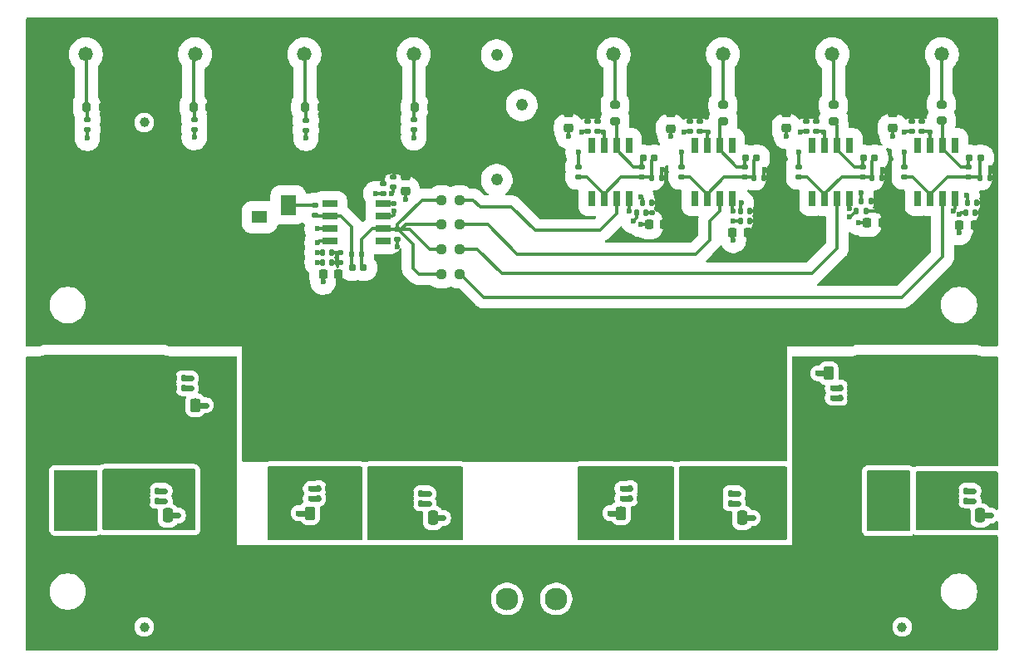
<source format=gbr>
%TF.GenerationSoftware,KiCad,Pcbnew,9.0.0*%
%TF.CreationDate,2025-03-11T12:15:18+01:00*%
%TF.ProjectId,zdc_fifo_test,7a64635f-6669-4666-9f5f-746573742e6b,rev?*%
%TF.SameCoordinates,Original*%
%TF.FileFunction,Copper,L1,Top*%
%TF.FilePolarity,Positive*%
%FSLAX46Y46*%
G04 Gerber Fmt 4.6, Leading zero omitted, Abs format (unit mm)*
G04 Created by KiCad (PCBNEW 9.0.0) date 2025-03-11 12:15:18*
%MOMM*%
%LPD*%
G01*
G04 APERTURE LIST*
G04 Aperture macros list*
%AMRoundRect*
0 Rectangle with rounded corners*
0 $1 Rounding radius*
0 $2 $3 $4 $5 $6 $7 $8 $9 X,Y pos of 4 corners*
0 Add a 4 corners polygon primitive as box body*
4,1,4,$2,$3,$4,$5,$6,$7,$8,$9,$2,$3,0*
0 Add four circle primitives for the rounded corners*
1,1,$1+$1,$2,$3*
1,1,$1+$1,$4,$5*
1,1,$1+$1,$6,$7*
1,1,$1+$1,$8,$9*
0 Add four rect primitives between the rounded corners*
20,1,$1+$1,$2,$3,$4,$5,0*
20,1,$1+$1,$4,$5,$6,$7,0*
20,1,$1+$1,$6,$7,$8,$9,0*
20,1,$1+$1,$8,$9,$2,$3,0*%
G04 Aperture macros list end*
%TA.AperFunction,SMDPad,CuDef*%
%ADD10RoundRect,0.155000X0.212500X0.155000X-0.212500X0.155000X-0.212500X-0.155000X0.212500X-0.155000X0*%
%TD*%
%TA.AperFunction,SMDPad,CuDef*%
%ADD11RoundRect,0.155000X-0.212500X-0.155000X0.212500X-0.155000X0.212500X0.155000X-0.212500X0.155000X0*%
%TD*%
%TA.AperFunction,SMDPad,CuDef*%
%ADD12RoundRect,0.237500X-0.250000X-0.237500X0.250000X-0.237500X0.250000X0.237500X-0.250000X0.237500X0*%
%TD*%
%TA.AperFunction,SMDPad,CuDef*%
%ADD13C,1.000000*%
%TD*%
%TA.AperFunction,SMDPad,CuDef*%
%ADD14RoundRect,0.225000X-0.225000X-0.250000X0.225000X-0.250000X0.225000X0.250000X-0.225000X0.250000X0*%
%TD*%
%TA.AperFunction,SMDPad,CuDef*%
%ADD15R,0.650000X1.525000*%
%TD*%
%TA.AperFunction,ComponentPad*%
%ADD16C,1.473200*%
%TD*%
%TA.AperFunction,SMDPad,CuDef*%
%ADD17RoundRect,0.140000X0.170000X-0.140000X0.170000X0.140000X-0.170000X0.140000X-0.170000X-0.140000X0*%
%TD*%
%TA.AperFunction,SMDPad,CuDef*%
%ADD18R,1.600000X1.300000*%
%TD*%
%TA.AperFunction,SMDPad,CuDef*%
%ADD19R,1.600000X2.000000*%
%TD*%
%TA.AperFunction,SMDPad,CuDef*%
%ADD20R,1.600000X3.500000*%
%TD*%
%TA.AperFunction,SMDPad,CuDef*%
%ADD21R,12.200000X9.750000*%
%TD*%
%TA.AperFunction,SMDPad,CuDef*%
%ADD22RoundRect,0.140000X0.140000X0.170000X-0.140000X0.170000X-0.140000X-0.170000X0.140000X-0.170000X0*%
%TD*%
%TA.AperFunction,SMDPad,CuDef*%
%ADD23RoundRect,0.200000X-0.200000X-0.275000X0.200000X-0.275000X0.200000X0.275000X-0.200000X0.275000X0*%
%TD*%
%TA.AperFunction,SMDPad,CuDef*%
%ADD24RoundRect,0.135000X-0.185000X0.135000X-0.185000X-0.135000X0.185000X-0.135000X0.185000X0.135000X0*%
%TD*%
%TA.AperFunction,SMDPad,CuDef*%
%ADD25RoundRect,0.250000X0.262500X0.450000X-0.262500X0.450000X-0.262500X-0.450000X0.262500X-0.450000X0*%
%TD*%
%TA.AperFunction,SMDPad,CuDef*%
%ADD26RoundRect,0.135000X0.185000X-0.135000X0.185000X0.135000X-0.185000X0.135000X-0.185000X-0.135000X0*%
%TD*%
%TA.AperFunction,ComponentPad*%
%ADD27C,2.300000*%
%TD*%
%TA.AperFunction,SMDPad,CuDef*%
%ADD28RoundRect,0.200000X0.275000X-0.200000X0.275000X0.200000X-0.275000X0.200000X-0.275000X-0.200000X0*%
%TD*%
%TA.AperFunction,SMDPad,CuDef*%
%ADD29RoundRect,0.250000X0.250000X0.475000X-0.250000X0.475000X-0.250000X-0.475000X0.250000X-0.475000X0*%
%TD*%
%TA.AperFunction,ComponentPad*%
%ADD30C,1.240000*%
%TD*%
%TA.AperFunction,SMDPad,CuDef*%
%ADD31RoundRect,0.225000X0.250000X-0.225000X0.250000X0.225000X-0.250000X0.225000X-0.250000X-0.225000X0*%
%TD*%
%TA.AperFunction,SMDPad,CuDef*%
%ADD32RoundRect,0.140000X-0.140000X-0.170000X0.140000X-0.170000X0.140000X0.170000X-0.140000X0.170000X0*%
%TD*%
%TA.AperFunction,SMDPad,CuDef*%
%ADD33RoundRect,0.135000X0.135000X0.185000X-0.135000X0.185000X-0.135000X-0.185000X0.135000X-0.185000X0*%
%TD*%
%TA.AperFunction,SMDPad,CuDef*%
%ADD34RoundRect,0.250000X-0.250000X-0.475000X0.250000X-0.475000X0.250000X0.475000X-0.250000X0.475000X0*%
%TD*%
%TA.AperFunction,SMDPad,CuDef*%
%ADD35RoundRect,0.250000X-0.262500X-0.450000X0.262500X-0.450000X0.262500X0.450000X-0.262500X0.450000X0*%
%TD*%
%TA.AperFunction,SMDPad,CuDef*%
%ADD36R,1.525000X0.650000*%
%TD*%
%TA.AperFunction,ViaPad*%
%ADD37C,0.600000*%
%TD*%
%TA.AperFunction,Conductor*%
%ADD38C,0.335300*%
%TD*%
%TA.AperFunction,Conductor*%
%ADD39C,0.600000*%
%TD*%
G04 APERTURE END LIST*
D10*
%TO.P,C41,1*%
%TO.N,Net-(IC1-OUTPUT)*%
X188135000Y-132000000D03*
%TO.P,C41,2*%
%TO.N,Net-(IC1-INVERTING_INPUT)*%
X187000000Y-132000000D03*
%TD*%
D11*
%TO.P,C40,1*%
%TO.N,Net-(IC2-OUT)*%
X249832500Y-120800000D03*
%TO.P,C40,2*%
%TO.N,Net-(IC2--IN)*%
X250967500Y-120800000D03*
%TD*%
%TO.P,C39,1*%
%TO.N,Net-(IC3-OUT)*%
X239065000Y-120800000D03*
%TO.P,C39,2*%
%TO.N,Net-(IC3--IN)*%
X240200000Y-120800000D03*
%TD*%
%TO.P,C38,1*%
%TO.N,Net-(IC4-OUT)*%
X227032500Y-120800000D03*
%TO.P,C38,2*%
%TO.N,Net-(IC4--IN)*%
X228167500Y-120800000D03*
%TD*%
%TO.P,C37,1*%
%TO.N,Net-(IC5-OUT)*%
X216632500Y-120800000D03*
%TO.P,C37,2*%
%TO.N,Net-(IC5--IN)*%
X217767500Y-120800000D03*
%TD*%
D12*
%TO.P,R47,1*%
%TO.N,Net-(IC1-OUTPUT)*%
X196087500Y-132620000D03*
%TO.P,R47,2*%
%TO.N,Net-(IC2-+IN)*%
X197912500Y-132620000D03*
%TD*%
%TO.P,R46,1*%
%TO.N,Net-(IC1-OUTPUT)*%
X196087500Y-130110000D03*
%TO.P,R46,2*%
%TO.N,Net-(IC3-+IN)*%
X197912500Y-130110000D03*
%TD*%
%TO.P,R45,1*%
%TO.N,Net-(IC1-OUTPUT)*%
X196087500Y-127600000D03*
%TO.P,R45,2*%
%TO.N,Net-(IC4-+IN)*%
X197912500Y-127600000D03*
%TD*%
%TO.P,R44,1*%
%TO.N,Net-(IC1-OUTPUT)*%
X196087500Y-125090000D03*
%TO.P,R44,2*%
%TO.N,Net-(IC5-+IN)*%
X197912500Y-125090000D03*
%TD*%
D13*
%TO.P,REFx1,*%
%TO.N,*%
X165800000Y-168600000D03*
%TD*%
%TO.P,REFx3,*%
%TO.N,*%
X165800000Y-117200000D03*
%TD*%
%TO.P,REFx2,*%
%TO.N,*%
X243000000Y-168600000D03*
%TD*%
D14*
%TO.P,C61,2*%
%TO.N,GND*%
X240975000Y-127400000D03*
%TO.P,C61,1*%
%TO.N,-5V_stg2*%
X239425000Y-127400000D03*
%TD*%
D15*
%TO.P,IC5,1,NC_1*%
%TO.N,unconnected-(IC5-NC_1-Pad1)*%
X211345000Y-124962000D03*
%TO.P,IC5,2,-IN*%
%TO.N,Net-(IC5--IN)*%
X212615000Y-124962000D03*
%TO.P,IC5,3,+IN*%
%TO.N,Net-(IC5-+IN)*%
X213885000Y-124962000D03*
%TO.P,IC5,4,-VS*%
%TO.N,-5V_stg2*%
X215155000Y-124962000D03*
%TO.P,IC5,5,NC_2*%
%TO.N,unconnected-(IC5-NC_2-Pad5)*%
X215155000Y-119538000D03*
%TO.P,IC5,6,OUT*%
%TO.N,Net-(IC5-OUT)*%
X213885000Y-119538000D03*
%TO.P,IC5,7,+VS*%
%TO.N,+5V_stg2*%
X212615000Y-119538000D03*
%TO.P,IC5,8,NC_3*%
%TO.N,unconnected-(IC5-NC_3-Pad8)*%
X211345000Y-119538000D03*
%TD*%
D16*
%TO.P,J1,1,1*%
%TO.N,Net-(J1-Pad1)*%
X159830960Y-110250000D03*
%TO.P,J1,2,2*%
%TO.N,GND*%
X157290960Y-107710000D03*
%TO.P,J1,3,3*%
X157290960Y-112790000D03*
%TO.P,J1,4,4*%
X162370960Y-112790000D03*
%TO.P,J1,5,5*%
X162370960Y-107710000D03*
%TD*%
D17*
%TO.P,C55,1*%
%TO.N,+5V_stg2*%
X245000000Y-118080000D03*
%TO.P,C55,2*%
%TO.N,GND*%
X245000000Y-117120000D03*
%TD*%
D18*
%TO.P,VR1,1,CCW*%
%TO.N,GND*%
X177550000Y-124350000D03*
D19*
%TO.P,VR1,2,WIPER*%
%TO.N,Net-(VR1-WIPER)*%
X180450000Y-125600000D03*
D18*
%TO.P,VR1,3,CW*%
%TO.N,unconnected-(VR1-CW-Pad3)*%
X177550000Y-126850000D03*
%TD*%
D20*
%TO.P,IC9,1,INPUT*%
%TO.N,+12V_NIM*%
X217960000Y-155907000D03*
D21*
%TO.P,IC9,2,GND*%
%TO.N,GND*%
X220500000Y-145632000D03*
D20*
%TO.P,IC9,3,OUTPUT*%
%TO.N,+5V_stg2*%
X223040000Y-155907000D03*
%TD*%
D22*
%TO.P,C1,1*%
%TO.N,+12V_NIM*%
X184490000Y-154500000D03*
%TO.P,C1,2*%
%TO.N,GND*%
X183530000Y-154500000D03*
%TD*%
D23*
%TO.P,R24,1*%
%TO.N,Net-(J3-Pad1)*%
X182175000Y-115600000D03*
%TO.P,R24,2*%
%TO.N,GND*%
X183825000Y-115600000D03*
%TD*%
D14*
%TO.P,C67,1*%
%TO.N,-5V_stg2*%
X225725000Y-128450000D03*
%TO.P,C67,2*%
%TO.N,GND*%
X227275000Y-128450000D03*
%TD*%
D24*
%TO.P,R23,1*%
%TO.N,Net-(J1-Pad1)*%
X160000000Y-116890000D03*
%TO.P,R23,2*%
%TO.N,Net-(IC1-NONINVERTING_INPUT)*%
X160000000Y-117910000D03*
%TD*%
D22*
%TO.P,C24,1*%
%TO.N,GND*%
X167105000Y-155750000D03*
%TO.P,C24,2*%
%TO.N,-5V_stg1*%
X166145000Y-155750000D03*
%TD*%
D23*
%TO.P,R22,1*%
%TO.N,Net-(J1-Pad1)*%
X159925000Y-115600000D03*
%TO.P,R22,2*%
%TO.N,GND*%
X161575000Y-115600000D03*
%TD*%
D16*
%TO.P,J2,1,1*%
%TO.N,Net-(J2-Pad1)*%
X170970640Y-110250000D03*
%TO.P,J2,2,2*%
%TO.N,GND*%
X168430640Y-107710000D03*
%TO.P,J2,3,3*%
X168430640Y-112790000D03*
%TO.P,J2,4,4*%
X173510640Y-112790000D03*
%TO.P,J2,5,5*%
X173510640Y-107710000D03*
%TD*%
D23*
%TO.P,R26,1*%
%TO.N,Net-(J4-Pad1)*%
X193350000Y-115600000D03*
%TO.P,R26,2*%
%TO.N,GND*%
X195000000Y-115600000D03*
%TD*%
D24*
%TO.P,R25,1*%
%TO.N,Net-(J3-Pad1)*%
X182250000Y-116980000D03*
%TO.P,R25,2*%
%TO.N,Net-(IC1-NONINVERTING_INPUT)*%
X182250000Y-118000000D03*
%TD*%
D25*
%TO.P,C3,1*%
%TO.N,+12V_NIM*%
X184500000Y-157000000D03*
%TO.P,C3,2*%
%TO.N,GND*%
X182675000Y-157000000D03*
%TD*%
D26*
%TO.P,R29,1*%
%TO.N,Net-(IC2--IN)*%
X249750000Y-122760000D03*
%TO.P,R29,2*%
%TO.N,Net-(IC2-OUT)*%
X249750000Y-121740000D03*
%TD*%
D27*
%TO.P,U1,1,1*%
%TO.N,+12V_NIM*%
X207750000Y-165750000D03*
%TO.P,U1,2,2*%
%TO.N,GND*%
X202750000Y-165750000D03*
%TO.P,U1,3,3*%
%TO.N,-12V_NIM*%
X197750000Y-165750000D03*
%TD*%
D28*
%TO.P,R28,1*%
%TO.N,Net-(IC2-OUT)*%
X247000000Y-117000000D03*
%TO.P,R28,2*%
%TO.N,Net-(J8-Pad1)*%
X247000000Y-115350000D03*
%TD*%
D23*
%TO.P,R20,1*%
%TO.N,Net-(J2-Pad1)*%
X170800000Y-115600000D03*
%TO.P,R20,2*%
%TO.N,GND*%
X172450000Y-115600000D03*
%TD*%
D24*
%TO.P,R19,1*%
%TO.N,Net-(VR1-WIPER)*%
X183150000Y-125640000D03*
%TO.P,R19,2*%
%TO.N,Net-(IC1-INVERTING_INPUT)*%
X183150000Y-126660000D03*
%TD*%
D16*
%TO.P,J6,1,1*%
%TO.N,Net-(J6-Pad1)*%
X224750000Y-110250000D03*
%TO.P,J6,2,2*%
%TO.N,GND*%
X222210000Y-107710000D03*
%TO.P,J6,3,3*%
X222210000Y-112790000D03*
%TO.P,J6,4,4*%
X227290000Y-112790000D03*
%TO.P,J6,5,5*%
X227290000Y-107710000D03*
%TD*%
D29*
%TO.P,C34,1*%
%TO.N,GND*%
X250950000Y-157250000D03*
%TO.P,C34,2*%
%TO.N,-5V_stg2*%
X249050000Y-157250000D03*
%TD*%
D30*
%TO.P,VR2,1,CCW*%
%TO.N,-5V_stg2*%
X201708620Y-123038500D03*
%TO.P,VR2,2,WIPER*%
%TO.N,Net-(VR2-WIPER)*%
X204248620Y-115418500D03*
%TO.P,VR2,3,CW*%
%TO.N,+5V_stg2*%
X201708620Y-110338500D03*
%TD*%
D17*
%TO.P,C77,1*%
%TO.N,+5V_stg2*%
X211000000Y-118080000D03*
%TO.P,C77,2*%
%TO.N,GND*%
X211000000Y-117120000D03*
%TD*%
D14*
%TO.P,C27,1*%
%TO.N,-5V_stg1*%
X184025000Y-132650000D03*
%TO.P,C27,2*%
%TO.N,GND*%
X185575000Y-132650000D03*
%TD*%
D24*
%TO.P,R27,1*%
%TO.N,Net-(J4-Pad1)*%
X193250000Y-116890000D03*
%TO.P,R27,2*%
%TO.N,Net-(IC1-NONINVERTING_INPUT)*%
X193250000Y-117910000D03*
%TD*%
D16*
%TO.P,J7,1,1*%
%TO.N,Net-(J7-Pad1)*%
X235889680Y-110250000D03*
%TO.P,J7,2,2*%
%TO.N,GND*%
X233349680Y-107710000D03*
%TO.P,J7,3,3*%
X233349680Y-112790000D03*
%TO.P,J7,4,4*%
X238429680Y-112790000D03*
%TO.P,J7,5,5*%
X238429680Y-107710000D03*
%TD*%
D26*
%TO.P,R42,1*%
%TO.N,Net-(IC5--IN)*%
X216500000Y-122760000D03*
%TO.P,R42,2*%
%TO.N,Net-(IC5-OUT)*%
X216500000Y-121740000D03*
%TD*%
D31*
%TO.P,C72,1*%
%TO.N,+5V_stg2*%
X219400000Y-117800000D03*
%TO.P,C72,2*%
%TO.N,GND*%
X219400000Y-116250000D03*
%TD*%
%TO.P,C57,1*%
%TO.N,+5V_stg2*%
X242000000Y-117775000D03*
%TO.P,C57,2*%
%TO.N,GND*%
X242000000Y-116225000D03*
%TD*%
D16*
%TO.P,J4,1,1*%
%TO.N,Net-(J4-Pad1)*%
X193250000Y-110250000D03*
%TO.P,J4,2,2*%
%TO.N,GND*%
X190710000Y-107710000D03*
%TO.P,J4,3,3*%
X190710000Y-112790000D03*
%TO.P,J4,4,4*%
X195790000Y-112790000D03*
%TO.P,J4,5,5*%
X195790000Y-107710000D03*
%TD*%
D15*
%TO.P,IC3,1,NC_1*%
%TO.N,unconnected-(IC3-NC_1-Pad1)*%
X233845000Y-124962000D03*
%TO.P,IC3,2,-IN*%
%TO.N,Net-(IC3--IN)*%
X235115000Y-124962000D03*
%TO.P,IC3,3,+IN*%
%TO.N,Net-(IC3-+IN)*%
X236385000Y-124962000D03*
%TO.P,IC3,4,-VS*%
%TO.N,-5V_stg2*%
X237655000Y-124962000D03*
%TO.P,IC3,5,NC_2*%
%TO.N,unconnected-(IC3-NC_2-Pad5)*%
X237655000Y-119538000D03*
%TO.P,IC3,6,OUT*%
%TO.N,Net-(IC3-OUT)*%
X236385000Y-119538000D03*
%TO.P,IC3,7,+VS*%
%TO.N,+5V_stg2*%
X235115000Y-119538000D03*
%TO.P,IC3,8,NC_3*%
%TO.N,unconnected-(IC3-NC_3-Pad8)*%
X233845000Y-119538000D03*
%TD*%
D26*
%TO.P,R17,1*%
%TO.N,GND*%
X191600000Y-129070000D03*
%TO.P,R17,2*%
%TO.N,Net-(IC1-OUTPUT)*%
X191600000Y-128050000D03*
%TD*%
%TO.P,R36,1*%
%TO.N,Net-(IC4--IN)*%
X220500000Y-122760000D03*
%TO.P,R36,2*%
%TO.N,Net-(VR2-WIPER)*%
X220500000Y-121740000D03*
%TD*%
D32*
%TO.P,C63,1*%
%TO.N,-5V_stg2*%
X238320000Y-126200000D03*
%TO.P,C63,2*%
%TO.N,GND*%
X239280000Y-126200000D03*
%TD*%
D22*
%TO.P,C21,1*%
%TO.N,GND*%
X169801250Y-144250000D03*
%TO.P,C21,2*%
%TO.N,-12V_NIM*%
X168841250Y-144250000D03*
%TD*%
%TO.P,C35,1*%
%TO.N,GND*%
X249500000Y-155750000D03*
%TO.P,C35,2*%
%TO.N,-5V_stg2*%
X248540000Y-155750000D03*
%TD*%
D14*
%TO.P,C60,1*%
%TO.N,-5V_stg2*%
X248845000Y-127650000D03*
%TO.P,C60,2*%
%TO.N,GND*%
X250395000Y-127650000D03*
%TD*%
D17*
%TO.P,C65,1*%
%TO.N,+5V_stg2*%
X233200000Y-118080000D03*
%TO.P,C65,2*%
%TO.N,GND*%
X233200000Y-117120000D03*
%TD*%
D32*
%TO.P,C68,1*%
%TO.N,-5V_stg2*%
X226520000Y-127200000D03*
%TO.P,C68,2*%
%TO.N,GND*%
X227480000Y-127200000D03*
%TD*%
%TO.P,C7,1*%
%TO.N,+5V_stg1*%
X193020000Y-155000000D03*
%TO.P,C7,2*%
%TO.N,GND*%
X193980000Y-155000000D03*
%TD*%
D22*
%TO.P,C9,1*%
%TO.N,+12V_NIM*%
X216230000Y-155500000D03*
%TO.P,C9,2*%
%TO.N,GND*%
X215270000Y-155500000D03*
%TD*%
%TO.P,C25,1*%
%TO.N,GND*%
X167125000Y-154750000D03*
%TO.P,C25,2*%
%TO.N,-5V_stg1*%
X166165000Y-154750000D03*
%TD*%
D17*
%TO.P,C76,1*%
%TO.N,+5V_stg2*%
X212000000Y-118080000D03*
%TO.P,C76,2*%
%TO.N,GND*%
X212000000Y-117120000D03*
%TD*%
D26*
%TO.P,R32,1*%
%TO.N,Net-(IC3--IN)*%
X232500000Y-122760000D03*
%TO.P,R32,2*%
%TO.N,Net-(VR2-WIPER)*%
X232500000Y-121740000D03*
%TD*%
D33*
%TO.P,R18,1*%
%TO.N,Net-(IC1-OUTPUT)*%
X187910000Y-130650000D03*
%TO.P,R18,2*%
%TO.N,Net-(IC1-INVERTING_INPUT)*%
X186890000Y-130650000D03*
%TD*%
D31*
%TO.P,C66,1*%
%TO.N,+5V_stg2*%
X231200000Y-117775000D03*
%TO.P,C66,2*%
%TO.N,GND*%
X231200000Y-116225000D03*
%TD*%
D17*
%TO.P,C56,1*%
%TO.N,+5V_stg2*%
X244000000Y-118080000D03*
%TO.P,C56,2*%
%TO.N,GND*%
X244000000Y-117120000D03*
%TD*%
D22*
%TO.P,C22,1*%
%TO.N,GND*%
X169801250Y-143250000D03*
%TO.P,C22,2*%
%TO.N,-12V_NIM*%
X168841250Y-143250000D03*
%TD*%
D31*
%TO.P,C30,1*%
%TO.N,+5V_stg1*%
X192400000Y-124175000D03*
%TO.P,C30,2*%
%TO.N,GND*%
X192400000Y-122625000D03*
%TD*%
D34*
%TO.P,C11,1*%
%TO.N,+5V_stg2*%
X224820000Y-157500000D03*
%TO.P,C11,2*%
%TO.N,GND*%
X226720000Y-157500000D03*
%TD*%
D33*
%TO.P,R33,1*%
%TO.N,GND*%
X240910000Y-122800000D03*
%TO.P,R33,2*%
%TO.N,Net-(IC3--IN)*%
X239890000Y-122800000D03*
%TD*%
D32*
%TO.P,C6,1*%
%TO.N,+5V_stg1*%
X193020000Y-156000000D03*
%TO.P,C6,2*%
%TO.N,GND*%
X193980000Y-156000000D03*
%TD*%
D29*
%TO.P,C23,1*%
%TO.N,GND*%
X168200000Y-157250000D03*
%TO.P,C23,2*%
%TO.N,-5V_stg1*%
X166300000Y-157250000D03*
%TD*%
D33*
%TO.P,R30,1*%
%TO.N,GND*%
X251910000Y-122800000D03*
%TO.P,R30,2*%
%TO.N,Net-(IC2--IN)*%
X250890000Y-122800000D03*
%TD*%
D32*
%TO.P,C2,1*%
%TO.N,-5V_stg1*%
X183920000Y-131450000D03*
%TO.P,C2,2*%
%TO.N,GND*%
X184880000Y-131450000D03*
%TD*%
%TO.P,C12,1*%
%TO.N,+5V_stg2*%
X224540000Y-156000000D03*
%TO.P,C12,2*%
%TO.N,GND*%
X225500000Y-156000000D03*
%TD*%
D26*
%TO.P,R34,1*%
%TO.N,Net-(IC3--IN)*%
X239000000Y-122760000D03*
%TO.P,R34,2*%
%TO.N,Net-(IC3-OUT)*%
X239000000Y-121740000D03*
%TD*%
D32*
%TO.P,C62,1*%
%TO.N,-5V_stg2*%
X238840000Y-125200000D03*
%TO.P,C62,2*%
%TO.N,GND*%
X239800000Y-125200000D03*
%TD*%
%TO.P,C33,1*%
%TO.N,GND*%
X236682500Y-145250000D03*
%TO.P,C33,2*%
%TO.N,-12V_NIM*%
X237642500Y-145250000D03*
%TD*%
D17*
%TO.P,C64,1*%
%TO.N,+5V_stg2*%
X234200000Y-118080000D03*
%TO.P,C64,2*%
%TO.N,GND*%
X234200000Y-117120000D03*
%TD*%
D32*
%TO.P,C26,1*%
%TO.N,-5V_stg1*%
X183920000Y-130450000D03*
%TO.P,C26,2*%
%TO.N,GND*%
X184880000Y-130450000D03*
%TD*%
D28*
%TO.P,R35,1*%
%TO.N,Net-(IC3-OUT)*%
X236000000Y-117075000D03*
%TO.P,R35,2*%
%TO.N,Net-(J7-Pad1)*%
X236000000Y-115425000D03*
%TD*%
D26*
%TO.P,R31,1*%
%TO.N,Net-(IC2--IN)*%
X243250000Y-122760000D03*
%TO.P,R31,2*%
%TO.N,Net-(VR2-WIPER)*%
X243250000Y-121740000D03*
%TD*%
D33*
%TO.P,R41,1*%
%TO.N,GND*%
X218510000Y-122800000D03*
%TO.P,R41,2*%
%TO.N,Net-(IC5--IN)*%
X217490000Y-122800000D03*
%TD*%
D28*
%TO.P,R39,1*%
%TO.N,Net-(IC4-OUT)*%
X224750000Y-117075000D03*
%TO.P,R39,2*%
%TO.N,Net-(J6-Pad1)*%
X224750000Y-115425000D03*
%TD*%
D22*
%TO.P,C36,1*%
%TO.N,GND*%
X249500000Y-154750000D03*
%TO.P,C36,2*%
%TO.N,-5V_stg2*%
X248540000Y-154750000D03*
%TD*%
D25*
%TO.P,C20,1*%
%TO.N,GND*%
X170983750Y-146000000D03*
%TO.P,C20,2*%
%TO.N,-12V_NIM*%
X169158750Y-146000000D03*
%TD*%
D24*
%TO.P,R21,1*%
%TO.N,Net-(J2-Pad1)*%
X170875000Y-116890000D03*
%TO.P,R21,2*%
%TO.N,Net-(IC1-NONINVERTING_INPUT)*%
X170875000Y-117910000D03*
%TD*%
D35*
%TO.P,C31,1*%
%TO.N,GND*%
X235500000Y-142750000D03*
%TO.P,C31,2*%
%TO.N,-12V_NIM*%
X237325000Y-142750000D03*
%TD*%
D32*
%TO.P,C13,1*%
%TO.N,+5V_stg2*%
X224540000Y-155000000D03*
%TO.P,C13,2*%
%TO.N,GND*%
X225500000Y-155000000D03*
%TD*%
D17*
%TO.P,C28,1*%
%TO.N,+5V_stg1*%
X190150000Y-124430000D03*
%TO.P,C28,2*%
%TO.N,GND*%
X190150000Y-123470000D03*
%TD*%
D32*
%TO.P,C69,1*%
%TO.N,-5V_stg2*%
X226520000Y-126200000D03*
%TO.P,C69,2*%
%TO.N,GND*%
X227480000Y-126200000D03*
%TD*%
D17*
%TO.P,C71,1*%
%TO.N,+5V_stg2*%
X221400000Y-118080000D03*
%TO.P,C71,2*%
%TO.N,GND*%
X221400000Y-117120000D03*
%TD*%
D26*
%TO.P,R40,1*%
%TO.N,Net-(IC5--IN)*%
X210000000Y-122760000D03*
%TO.P,R40,2*%
%TO.N,Net-(VR2-WIPER)*%
X210000000Y-121740000D03*
%TD*%
D33*
%TO.P,R37,1*%
%TO.N,GND*%
X228910000Y-122800000D03*
%TO.P,R37,2*%
%TO.N,Net-(IC4--IN)*%
X227890000Y-122800000D03*
%TD*%
D32*
%TO.P,C74,1*%
%TO.N,-5V_stg2*%
X216520000Y-125400000D03*
%TO.P,C74,2*%
%TO.N,GND*%
X217480000Y-125400000D03*
%TD*%
D15*
%TO.P,IC4,1,NC_1*%
%TO.N,unconnected-(IC4-NC_1-Pad1)*%
X221845000Y-124962000D03*
%TO.P,IC4,2,-IN*%
%TO.N,Net-(IC4--IN)*%
X223115000Y-124962000D03*
%TO.P,IC4,3,+IN*%
%TO.N,Net-(IC4-+IN)*%
X224385000Y-124962000D03*
%TO.P,IC4,4,-VS*%
%TO.N,-5V_stg2*%
X225655000Y-124962000D03*
%TO.P,IC4,5,NC_2*%
%TO.N,unconnected-(IC4-NC_2-Pad5)*%
X225655000Y-119538000D03*
%TO.P,IC4,6,OUT*%
%TO.N,Net-(IC4-OUT)*%
X224385000Y-119538000D03*
%TO.P,IC4,7,+VS*%
%TO.N,+5V_stg2*%
X223115000Y-119538000D03*
%TO.P,IC4,8,NC_3*%
%TO.N,unconnected-(IC4-NC_3-Pad8)*%
X221845000Y-119538000D03*
%TD*%
D32*
%TO.P,C32,1*%
%TO.N,GND*%
X236682500Y-144250000D03*
%TO.P,C32,2*%
%TO.N,-12V_NIM*%
X237642500Y-144250000D03*
%TD*%
D26*
%TO.P,R38,1*%
%TO.N,Net-(IC4--IN)*%
X227000000Y-122760000D03*
%TO.P,R38,2*%
%TO.N,Net-(IC4-OUT)*%
X227000000Y-121740000D03*
%TD*%
D32*
%TO.P,C75,1*%
%TO.N,-5V_stg2*%
X215920000Y-126400000D03*
%TO.P,C75,2*%
%TO.N,GND*%
X216880000Y-126400000D03*
%TD*%
D20*
%TO.P,IC6,1,GND*%
%TO.N,GND*%
X159210000Y-156025000D03*
D21*
%TO.P,IC6,2,IN*%
%TO.N,-12V_NIM*%
X161750000Y-145750000D03*
D20*
%TO.P,IC6,3,OUT*%
%TO.N,-5V_stg1*%
X164290000Y-156025000D03*
%TD*%
D34*
%TO.P,C5,1*%
%TO.N,+5V_stg1*%
X193300000Y-157500000D03*
%TO.P,C5,2*%
%TO.N,GND*%
X195200000Y-157500000D03*
%TD*%
D32*
%TO.P,C58,1*%
%TO.N,-5V_stg2*%
X249440000Y-126400000D03*
%TO.P,C58,2*%
%TO.N,GND*%
X250400000Y-126400000D03*
%TD*%
D17*
%TO.P,C70,1*%
%TO.N,+5V_stg2*%
X222400000Y-118080000D03*
%TO.P,C70,2*%
%TO.N,GND*%
X222400000Y-117120000D03*
%TD*%
D15*
%TO.P,IC2,1,NC_1*%
%TO.N,unconnected-(IC2-NC_1-Pad1)*%
X244595000Y-124962000D03*
%TO.P,IC2,2,-IN*%
%TO.N,Net-(IC2--IN)*%
X245865000Y-124962000D03*
%TO.P,IC2,3,+IN*%
%TO.N,Net-(IC2-+IN)*%
X247135000Y-124962000D03*
%TO.P,IC2,4,-VS*%
%TO.N,-5V_stg2*%
X248405000Y-124962000D03*
%TO.P,IC2,5,NC_2*%
%TO.N,unconnected-(IC2-NC_2-Pad5)*%
X248405000Y-119538000D03*
%TO.P,IC2,6,OUT*%
%TO.N,Net-(IC2-OUT)*%
X247135000Y-119538000D03*
%TO.P,IC2,7,+VS*%
%TO.N,+5V_stg2*%
X245865000Y-119538000D03*
%TO.P,IC2,8,NC_3*%
%TO.N,unconnected-(IC2-NC_3-Pad8)*%
X244595000Y-119538000D03*
%TD*%
D22*
%TO.P,C10,1*%
%TO.N,+12V_NIM*%
X216250000Y-154500000D03*
%TO.P,C10,2*%
%TO.N,GND*%
X215290000Y-154500000D03*
%TD*%
D14*
%TO.P,C73,1*%
%TO.N,-5V_stg2*%
X217225000Y-127600000D03*
%TO.P,C73,2*%
%TO.N,GND*%
X218775000Y-127600000D03*
%TD*%
D32*
%TO.P,C59,1*%
%TO.N,-5V_stg2*%
X249640000Y-125400000D03*
%TO.P,C59,2*%
%TO.N,GND*%
X250600000Y-125400000D03*
%TD*%
D16*
%TO.P,J5,1,1*%
%TO.N,Net-(J5-Pad1)*%
X213610320Y-110250000D03*
%TO.P,J5,2,2*%
%TO.N,GND*%
X211070320Y-107710000D03*
%TO.P,J5,3,3*%
X211070320Y-112790000D03*
%TO.P,J5,4,4*%
X216150320Y-112790000D03*
%TO.P,J5,5,5*%
X216150320Y-107710000D03*
%TD*%
D33*
%TO.P,C4,1*%
%TO.N,+12V_NIM*%
X184520000Y-155500000D03*
%TO.P,C4,2*%
%TO.N,GND*%
X183500000Y-155500000D03*
%TD*%
D20*
%TO.P,IC7,1,GND*%
%TO.N,GND*%
X241960000Y-156025000D03*
D21*
%TO.P,IC7,2,IN*%
%TO.N,-12V_NIM*%
X244500000Y-145750000D03*
D20*
%TO.P,IC7,3,OUT*%
%TO.N,-5V_stg2*%
X247040000Y-156025000D03*
%TD*%
D16*
%TO.P,J3,1,1*%
%TO.N,Net-(J3-Pad1)*%
X182110320Y-110250000D03*
%TO.P,J3,2,2*%
%TO.N,GND*%
X179570320Y-107710000D03*
%TO.P,J3,3,3*%
X179570320Y-112790000D03*
%TO.P,J3,4,4*%
X184650320Y-112790000D03*
%TO.P,J3,5,5*%
X184650320Y-107710000D03*
%TD*%
%TO.P,J8,1,1*%
%TO.N,Net-(J8-Pad1)*%
X247029360Y-110250000D03*
%TO.P,J8,2,2*%
%TO.N,GND*%
X244489360Y-107710000D03*
%TO.P,J8,3,3*%
X244489360Y-112790000D03*
%TO.P,J8,4,4*%
X249569360Y-112790000D03*
%TO.P,J8,5,5*%
X249569360Y-107710000D03*
%TD*%
D28*
%TO.P,R43,1*%
%TO.N,Net-(IC5-OUT)*%
X213750000Y-117075000D03*
%TO.P,R43,2*%
%TO.N,Net-(J5-Pad1)*%
X213750000Y-115425000D03*
%TD*%
D20*
%TO.P,IC8,1,INPUT*%
%TO.N,+12V_NIM*%
X186210000Y-155907000D03*
D21*
%TO.P,IC8,2,GND*%
%TO.N,GND*%
X188750000Y-145632000D03*
D20*
%TO.P,IC8,3,OUTPUT*%
%TO.N,+5V_stg1*%
X191290000Y-155907000D03*
%TD*%
D25*
%TO.P,C8,1*%
%TO.N,+12V_NIM*%
X216162500Y-157000000D03*
%TO.P,C8,2*%
%TO.N,GND*%
X214337500Y-157000000D03*
%TD*%
D36*
%TO.P,IC1,1,NC_1*%
%TO.N,unconnected-(IC1-NC_1-Pad1)*%
X184688000Y-125495000D03*
%TO.P,IC1,2,INVERTING_INPUT*%
%TO.N,Net-(IC1-INVERTING_INPUT)*%
X184688000Y-126765000D03*
%TO.P,IC1,3,NONINVERTING_INPUT*%
%TO.N,Net-(IC1-NONINVERTING_INPUT)*%
X184688000Y-128035000D03*
%TO.P,IC1,4,-VS*%
%TO.N,-5V_stg1*%
X184688000Y-129305000D03*
%TO.P,IC1,5,NC_2*%
%TO.N,unconnected-(IC1-NC_2-Pad5)*%
X190112000Y-129305000D03*
%TO.P,IC1,6,OUTPUT*%
%TO.N,Net-(IC1-OUTPUT)*%
X190112000Y-128035000D03*
%TO.P,IC1,7,+VS*%
%TO.N,+5V_stg1*%
X190112000Y-126765000D03*
%TO.P,IC1,8,~{DIS}*%
X190112000Y-125495000D03*
%TD*%
D17*
%TO.P,C29,1*%
%TO.N,+5V_stg1*%
X191150000Y-123730000D03*
%TO.P,C29,2*%
%TO.N,GND*%
X191150000Y-122770000D03*
%TD*%
D31*
%TO.P,C78,1*%
%TO.N,+5V_stg2*%
X209000000Y-117775000D03*
%TO.P,C78,2*%
%TO.N,GND*%
X209000000Y-116225000D03*
%TD*%
D37*
%TO.N,GND*%
X218600000Y-122000000D03*
X229000000Y-122000000D03*
X241000000Y-122000000D03*
X252000000Y-121800000D03*
%TO.N,Net-(IC1-NONINVERTING_INPUT)*%
X183400000Y-128035000D03*
X160000000Y-118800000D03*
X170875000Y-118725000D03*
X182250000Y-118800000D03*
%TO.N,GND*%
X176000000Y-124400000D03*
%TO.N,-5V_stg2*%
X226600000Y-125400000D03*
X215600000Y-127200000D03*
X248200000Y-126200000D03*
X248800000Y-126600000D03*
X237600000Y-126800000D03*
%TO.N,GND*%
X217800000Y-145600000D03*
X223800000Y-146800000D03*
X222600000Y-143800000D03*
X223800000Y-142600000D03*
X219000000Y-145600000D03*
X220200000Y-142600000D03*
X223800000Y-148400000D03*
X223800000Y-145600000D03*
X217800000Y-143800000D03*
X222600000Y-148400000D03*
X219000000Y-148400000D03*
X217800000Y-148400000D03*
X221400000Y-143800000D03*
X217800000Y-146800000D03*
X223800000Y-143800000D03*
X216600000Y-145600000D03*
X216600000Y-146800000D03*
X219000000Y-146800000D03*
X222600000Y-145600000D03*
X219000000Y-143800000D03*
X221400000Y-148400000D03*
X220200000Y-146800000D03*
X221400000Y-146800000D03*
X216600000Y-142600000D03*
X221400000Y-142600000D03*
X220200000Y-148400000D03*
X216600000Y-148400000D03*
X220200000Y-145600000D03*
X220200000Y-143800000D03*
X222600000Y-146800000D03*
X222600000Y-142600000D03*
X221400000Y-145600000D03*
X219000000Y-142600000D03*
X216600000Y-143800000D03*
X217800000Y-142600000D03*
X185000000Y-146800000D03*
X187400000Y-146800000D03*
X191000000Y-145600000D03*
X187400000Y-143800000D03*
X189800000Y-143800000D03*
X186200000Y-146800000D03*
X192200000Y-143800000D03*
X185000000Y-145600000D03*
X186200000Y-145600000D03*
X192200000Y-146800000D03*
X191000000Y-143800000D03*
X192200000Y-142600000D03*
X187400000Y-145600000D03*
X188600000Y-142600000D03*
X192200000Y-145600000D03*
X186200000Y-143800000D03*
X189800000Y-142600000D03*
X188600000Y-148400000D03*
X185000000Y-148400000D03*
X191000000Y-148400000D03*
X187400000Y-148400000D03*
X186200000Y-148400000D03*
X192200000Y-148400000D03*
X189800000Y-148400000D03*
X188600000Y-146800000D03*
X189800000Y-146800000D03*
X185000000Y-142600000D03*
X191000000Y-142600000D03*
X185000000Y-143800000D03*
X189800000Y-145600000D03*
X187400000Y-142600000D03*
X188600000Y-145600000D03*
X191000000Y-146800000D03*
X188600000Y-143800000D03*
X186200000Y-142600000D03*
X207600000Y-141200000D03*
X207600000Y-142400000D03*
X207600000Y-143600000D03*
X207600000Y-149600000D03*
X206400000Y-142400000D03*
X207600000Y-146000000D03*
X206400000Y-143600000D03*
X206400000Y-148400000D03*
X207600000Y-148400000D03*
X206400000Y-149600000D03*
X207600000Y-144800000D03*
X206400000Y-147200000D03*
X207600000Y-147200000D03*
X207600000Y-150800000D03*
X206400000Y-141200000D03*
X206400000Y-144800000D03*
X206400000Y-146000000D03*
X206400000Y-150800000D03*
X203200000Y-141000000D03*
X203200000Y-142200000D03*
X203200000Y-143400000D03*
X203200000Y-149400000D03*
X202000000Y-142200000D03*
X203200000Y-145800000D03*
X202000000Y-143400000D03*
X202000000Y-148200000D03*
X203200000Y-148200000D03*
X202000000Y-149400000D03*
X203200000Y-144600000D03*
X202000000Y-147000000D03*
X203200000Y-147000000D03*
X203200000Y-150600000D03*
X202000000Y-141000000D03*
X202000000Y-144600000D03*
X202000000Y-145800000D03*
X202000000Y-150600000D03*
X210200000Y-141200000D03*
X210200000Y-142400000D03*
X210200000Y-143600000D03*
X210200000Y-149600000D03*
X209000000Y-142400000D03*
X210200000Y-146000000D03*
X209000000Y-143600000D03*
X209000000Y-148400000D03*
X210200000Y-148400000D03*
X209000000Y-149600000D03*
X210200000Y-144800000D03*
X209000000Y-147200000D03*
X210200000Y-147200000D03*
X210200000Y-150800000D03*
X209000000Y-141200000D03*
X209000000Y-144800000D03*
X209000000Y-146000000D03*
X209000000Y-150800000D03*
X200200000Y-141000000D03*
X200200000Y-142200000D03*
X200200000Y-143400000D03*
X200200000Y-149400000D03*
X199000000Y-142200000D03*
X200200000Y-145800000D03*
X199000000Y-143400000D03*
X199000000Y-148200000D03*
X200200000Y-148200000D03*
X199000000Y-149400000D03*
X200200000Y-144600000D03*
X199000000Y-147000000D03*
X200200000Y-147000000D03*
X200200000Y-150600000D03*
X199000000Y-141000000D03*
X199000000Y-144600000D03*
X199000000Y-145800000D03*
X199000000Y-150600000D03*
%TO.N,+5V_stg1*%
X189400000Y-124450000D03*
%TO.N,GND*%
X191600000Y-129850000D03*
X227800000Y-157500000D03*
%TO.N,+5V_stg2*%
X220800000Y-118200000D03*
X210400000Y-118200000D03*
%TO.N,GND*%
X209000000Y-115400000D03*
%TO.N,+5V_stg2*%
X209000000Y-118600000D03*
X219400000Y-118600000D03*
%TO.N,GND*%
X219400000Y-115400000D03*
X221400000Y-116400000D03*
X222400000Y-116400000D03*
%TO.N,+5V_stg2*%
X223200000Y-118200000D03*
%TO.N,GND*%
X211000000Y-116400000D03*
X212000000Y-116400000D03*
%TO.N,+5V_stg2*%
X212600000Y-118200000D03*
X232600000Y-118200000D03*
X231200000Y-118600000D03*
%TO.N,GND*%
X231200000Y-115200000D03*
X233200000Y-116400000D03*
X234200000Y-116400000D03*
%TO.N,+5V_stg2*%
X235000000Y-118200000D03*
X242000000Y-118600000D03*
X243200000Y-118200000D03*
X245800000Y-118200000D03*
%TO.N,GND*%
X242000000Y-115200000D03*
X244000000Y-116400000D03*
X245000000Y-116400000D03*
X218800000Y-126600000D03*
X218200000Y-125400000D03*
X217600000Y-126400000D03*
%TO.N,-5V_stg2*%
X216400000Y-127600000D03*
X216400000Y-124800000D03*
X215200000Y-126200000D03*
%TO.N,GND*%
X240400000Y-125200000D03*
X240600000Y-126200000D03*
X242000000Y-127400000D03*
%TO.N,-5V_stg2*%
X238600000Y-127400000D03*
X238800000Y-124400000D03*
X237600000Y-126000000D03*
X249600000Y-124600000D03*
%TO.N,GND*%
X251400000Y-125400000D03*
%TO.N,-5V_stg2*%
X225800000Y-129200000D03*
X225800000Y-127200000D03*
X225800000Y-126200000D03*
%TO.N,GND*%
X228200000Y-128400000D03*
X228200000Y-127200000D03*
X228200000Y-126200000D03*
%TO.N,-5V_stg2*%
X248800000Y-128400000D03*
%TO.N,GND*%
X251400000Y-127600000D03*
X251200000Y-126400000D03*
%TO.N,+5V_stg1*%
X191200000Y-126250000D03*
%TO.N,GND*%
X196200000Y-147000000D03*
X180200000Y-144600000D03*
X173600000Y-115600000D03*
X185800000Y-131450000D03*
X211800000Y-150800000D03*
X185800000Y-130450000D03*
X214500000Y-154500000D03*
X229200000Y-143400000D03*
X234412500Y-142750000D03*
X194750000Y-156000000D03*
X181400000Y-149400000D03*
X211800000Y-146000000D03*
X211800000Y-144800000D03*
X228000000Y-144600000D03*
X250270000Y-154750000D03*
X240200000Y-153400000D03*
X197400000Y-145800000D03*
X192400000Y-121650000D03*
X228000000Y-149400000D03*
X211800000Y-141200000D03*
X235912500Y-144250000D03*
X196200000Y-144600000D03*
X228000000Y-147000000D03*
X213000000Y-150800000D03*
X157400000Y-157000000D03*
X180200000Y-150600000D03*
X229200000Y-150600000D03*
X181400000Y-145800000D03*
X180200000Y-147000000D03*
X196200000Y-141000000D03*
X162600000Y-115600000D03*
X158600000Y-158400000D03*
X196200000Y-150600000D03*
X240200000Y-155800000D03*
X167895000Y-154750000D03*
X196200000Y-145800000D03*
X252000000Y-157250000D03*
X229200000Y-148200000D03*
X213000000Y-147200000D03*
X185600000Y-133450000D03*
X229200000Y-145800000D03*
X197400000Y-148200000D03*
X197400000Y-142200000D03*
X197400000Y-149400000D03*
X211800000Y-147200000D03*
X158600000Y-153400000D03*
X213000000Y-144800000D03*
X197400000Y-143400000D03*
X180200000Y-145800000D03*
X229200000Y-141000000D03*
X180200000Y-148200000D03*
X169250000Y-157250000D03*
X181400000Y-142200000D03*
X229200000Y-147000000D03*
X211800000Y-149600000D03*
X228000000Y-141000000D03*
X182760000Y-154500000D03*
X196200000Y-148200000D03*
X213000000Y-148400000D03*
X190130000Y-122700000D03*
X229200000Y-149400000D03*
X211800000Y-148400000D03*
X226270000Y-155000000D03*
X181400000Y-147000000D03*
X180200000Y-143400000D03*
X157400000Y-158400000D03*
X159800000Y-153400000D03*
X241400000Y-153400000D03*
X180200000Y-141000000D03*
X197400000Y-147000000D03*
X180200000Y-149400000D03*
X170571250Y-143250000D03*
X211800000Y-143600000D03*
X180200000Y-142200000D03*
X197400000Y-141000000D03*
X228000000Y-143400000D03*
X228000000Y-150600000D03*
X182760000Y-155500000D03*
X196200000Y-143400000D03*
X250270000Y-155750000D03*
X235912500Y-145250000D03*
X213000000Y-146000000D03*
X196200000Y-142200000D03*
X240200000Y-158400000D03*
X157400000Y-154600000D03*
X196250000Y-157500000D03*
X196200000Y-115600000D03*
X211800000Y-142400000D03*
X213250000Y-157000000D03*
X194750000Y-155000000D03*
X196200000Y-149400000D03*
X181500000Y-157000000D03*
X172071250Y-146000000D03*
X197400000Y-144600000D03*
X181400000Y-144600000D03*
X228000000Y-142200000D03*
X213000000Y-149600000D03*
X242600000Y-153400000D03*
X181400000Y-148200000D03*
X191200000Y-122050000D03*
X229200000Y-144600000D03*
X181400000Y-150600000D03*
X170571250Y-144250000D03*
X241400000Y-158400000D03*
X181400000Y-143400000D03*
X214500000Y-155500000D03*
X213000000Y-143600000D03*
X167895000Y-155750000D03*
X226270000Y-156000000D03*
X197400000Y-150600000D03*
X240200000Y-157000000D03*
X228000000Y-148200000D03*
X184800000Y-115600000D03*
X181400000Y-141000000D03*
X240200000Y-154600000D03*
X157400000Y-155800000D03*
X213000000Y-142400000D03*
X213000000Y-141200000D03*
X228000000Y-145800000D03*
X229200000Y-142200000D03*
X157400000Y-153400000D03*
%TO.N,+12V_NIM*%
X217750000Y-159000000D03*
X213750000Y-153000000D03*
X181000000Y-153000000D03*
X216750000Y-153000000D03*
X218750000Y-159000000D03*
X211750000Y-153000000D03*
X180000000Y-158000000D03*
X211750000Y-158000000D03*
X181000000Y-159000000D03*
X214750000Y-159000000D03*
X180000000Y-155000000D03*
X216750000Y-159000000D03*
X183000000Y-159000000D03*
X211750000Y-154000000D03*
X184000000Y-153000000D03*
X180000000Y-157000000D03*
X185000000Y-153000000D03*
X183000000Y-153000000D03*
X215750000Y-159000000D03*
X186000000Y-153000000D03*
X182000000Y-153000000D03*
X185000000Y-159000000D03*
X180000000Y-154000000D03*
X180000000Y-153000000D03*
X214750000Y-153000000D03*
X212750000Y-153000000D03*
X211750000Y-157000000D03*
X213750000Y-159000000D03*
X218750000Y-153000000D03*
X182000000Y-159000000D03*
X215750000Y-153000000D03*
X217750000Y-153000000D03*
X180000000Y-159000000D03*
X187000000Y-159000000D03*
X184000000Y-159000000D03*
X211750000Y-159000000D03*
X186000000Y-159000000D03*
X212750000Y-159000000D03*
X180000000Y-156000000D03*
X187000000Y-153000000D03*
X211750000Y-155000000D03*
X211750000Y-156000000D03*
%TO.N,-5V_stg1*%
X163750000Y-153250000D03*
X165000000Y-153250000D03*
X162600000Y-158000000D03*
X170000000Y-153250000D03*
X162600000Y-154250000D03*
X184000000Y-133450000D03*
X170000000Y-154500000D03*
X183400000Y-131450000D03*
X183400000Y-129450000D03*
X162600000Y-155500000D03*
X162600000Y-156750000D03*
X170000000Y-155750000D03*
X162500000Y-153250000D03*
X166250000Y-153250000D03*
X167500000Y-153250000D03*
X183400000Y-130450000D03*
X168750000Y-153250000D03*
%TO.N,+5V_stg1*%
X190250000Y-152750000D03*
X192250000Y-152750000D03*
X191200000Y-125450000D03*
X195250000Y-152750000D03*
X189250000Y-155750000D03*
X197250000Y-153750000D03*
X194250000Y-152750000D03*
X189250000Y-153750000D03*
X191000000Y-124450000D03*
X196250000Y-152750000D03*
X196250000Y-159250000D03*
X192250000Y-159250000D03*
X197250000Y-152750000D03*
X189250000Y-156750000D03*
X189250000Y-157750000D03*
X193250000Y-159250000D03*
X191250000Y-152750000D03*
X192400000Y-125050000D03*
X193250000Y-152750000D03*
X194250000Y-159250000D03*
X189250000Y-152750000D03*
X190250000Y-159250000D03*
X197250000Y-159250000D03*
X191250000Y-159250000D03*
X189250000Y-159250000D03*
X197250000Y-154750000D03*
X197250000Y-155750000D03*
X189250000Y-154750000D03*
X195250000Y-159250000D03*
%TO.N,+5V_stg2*%
X229000000Y-153000000D03*
X226000000Y-153000000D03*
X230000000Y-157000000D03*
X221000000Y-156000000D03*
X221000000Y-153000000D03*
X230000000Y-154000000D03*
X221000000Y-158000000D03*
X222000000Y-153000000D03*
X221000000Y-154000000D03*
X223000000Y-153000000D03*
X227000000Y-153000000D03*
X230000000Y-155000000D03*
X230000000Y-153000000D03*
X230000000Y-158000000D03*
X228000000Y-153000000D03*
X230000000Y-156000000D03*
X221000000Y-159000000D03*
X221000000Y-157000000D03*
X229000000Y-159000000D03*
X224000000Y-153000000D03*
X230000000Y-159000000D03*
X225000000Y-153000000D03*
X221000000Y-155000000D03*
%TO.N,-5V_stg2*%
X250500000Y-153250000D03*
X248000000Y-153250000D03*
X245400000Y-156000000D03*
X245400000Y-155000000D03*
X245400000Y-158000000D03*
X246750000Y-153250000D03*
X245500000Y-153250000D03*
X245400000Y-157000000D03*
X245400000Y-154000000D03*
X249250000Y-153250000D03*
X251750000Y-153250000D03*
%TO.N,Net-(VR2-WIPER)*%
X243250000Y-120250000D03*
X210000000Y-120250000D03*
X232500000Y-120250000D03*
X220500000Y-120250000D03*
%TO.N,Net-(IC1-NONINVERTING_INPUT)*%
X193250000Y-118750000D03*
%TD*%
D38*
%TO.N,GND*%
X239280000Y-126200000D02*
X240600000Y-126200000D01*
%TO.N,Net-(IC3--IN)*%
X239000000Y-122760000D02*
X239850000Y-122760000D01*
X239850000Y-122760000D02*
X239890000Y-122800000D01*
%TO.N,Net-(IC4--IN)*%
X227000000Y-122760000D02*
X227850000Y-122760000D01*
X227850000Y-122760000D02*
X227890000Y-122800000D01*
%TO.N,Net-(IC5--IN)*%
X216500000Y-122760000D02*
X217450000Y-122760000D01*
X217450000Y-122760000D02*
X217490000Y-122800000D01*
%TO.N,GND*%
X240910000Y-122800000D02*
X240910000Y-122090000D01*
X240910000Y-122090000D02*
X241000000Y-122000000D01*
X228910000Y-122800000D02*
X228910000Y-122090000D01*
X228910000Y-122090000D02*
X229000000Y-122000000D01*
X218510000Y-122800000D02*
X218510000Y-122090000D01*
X218510000Y-122090000D02*
X218600000Y-122000000D01*
%TO.N,Net-(IC3--IN)*%
X239890000Y-122800000D02*
X239890000Y-121110000D01*
X239890000Y-121110000D02*
X240200000Y-120800000D01*
%TO.N,Net-(IC3-OUT)*%
X239000000Y-121740000D02*
X239000000Y-120865000D01*
X239000000Y-120865000D02*
X239065000Y-120800000D01*
%TO.N,Net-(IC4--IN)*%
X227890000Y-122800000D02*
X227890000Y-121077500D01*
X227890000Y-121077500D02*
X228167500Y-120800000D01*
%TO.N,Net-(IC4-OUT)*%
X227000000Y-121740000D02*
X227000000Y-120832500D01*
X227000000Y-120832500D02*
X227032500Y-120800000D01*
%TO.N,Net-(IC5--IN)*%
X217490000Y-122800000D02*
X217490000Y-121077500D01*
X217490000Y-121077500D02*
X217767500Y-120800000D01*
%TO.N,Net-(IC5-OUT)*%
X216500000Y-121740000D02*
X216500000Y-120932500D01*
X216500000Y-120932500D02*
X216632500Y-120800000D01*
%TO.N,GND*%
X251910000Y-121890000D02*
X251910000Y-122800000D01*
X252000000Y-121800000D02*
X251910000Y-121890000D01*
%TO.N,Net-(IC2--IN)*%
X250890000Y-122800000D02*
X250890000Y-120877500D01*
X250890000Y-120877500D02*
X250967500Y-120800000D01*
%TO.N,Net-(IC2-OUT)*%
X249750000Y-121740000D02*
X249750000Y-120882500D01*
X249750000Y-120882500D02*
X249832500Y-120800000D01*
%TO.N,Net-(IC2--IN)*%
X249750000Y-122760000D02*
X250850000Y-122760000D01*
X250850000Y-122760000D02*
X250890000Y-122800000D01*
%TO.N,Net-(IC1-OUTPUT)*%
X187910000Y-130650000D02*
X187910000Y-131775000D01*
X187910000Y-131775000D02*
X188135000Y-132000000D01*
%TO.N,Net-(IC1-INVERTING_INPUT)*%
X186890000Y-130650000D02*
X186890000Y-131890000D01*
X186890000Y-131890000D02*
X187000000Y-132000000D01*
%TO.N,Net-(IC5-+IN)*%
X197912500Y-125090000D02*
X199290000Y-125090000D01*
X212200000Y-128200000D02*
X213885000Y-126515000D01*
X199290000Y-125090000D02*
X200000000Y-125800000D01*
X200000000Y-125800000D02*
X203200000Y-125800000D01*
X203200000Y-125800000D02*
X205600000Y-128200000D01*
X213885000Y-126515000D02*
X213885000Y-124962000D01*
X205600000Y-128200000D02*
X212200000Y-128200000D01*
%TO.N,Net-(IC4-+IN)*%
X197912500Y-127600000D02*
X200800000Y-127600000D01*
X200800000Y-127600000D02*
X203800000Y-130600000D01*
X203800000Y-130600000D02*
X222000000Y-130600000D01*
X222000000Y-130600000D02*
X223400000Y-129200000D01*
X223400000Y-129200000D02*
X223400000Y-127200000D01*
X223400000Y-127200000D02*
X224385000Y-126215000D01*
X224385000Y-126215000D02*
X224385000Y-124962000D01*
%TO.N,Net-(IC3-+IN)*%
X197912500Y-130110000D02*
X199710000Y-130110000D01*
X233800000Y-132600000D02*
X236400000Y-130000000D01*
X199710000Y-130110000D02*
X202200000Y-132600000D01*
X202200000Y-132600000D02*
X233800000Y-132600000D01*
X236400000Y-130000000D02*
X236400000Y-128800000D01*
X236400000Y-128800000D02*
X236385000Y-128785000D01*
X236385000Y-128785000D02*
X236385000Y-124962000D01*
%TO.N,Net-(IC2-+IN)*%
X197912500Y-132620000D02*
X198020000Y-132620000D01*
X198020000Y-132620000D02*
X200400000Y-135000000D01*
X200400000Y-135000000D02*
X243000000Y-135000000D01*
X243000000Y-135000000D02*
X247135000Y-130865000D01*
X247135000Y-130865000D02*
X247135000Y-124962000D01*
%TO.N,Net-(IC1-OUTPUT)*%
X191600000Y-128050000D02*
X192000000Y-128050000D01*
X196087500Y-127600000D02*
X192450000Y-127600000D01*
X192450000Y-127600000D02*
X192000000Y-128050000D01*
X191600000Y-128050000D02*
X191600000Y-127600000D01*
X191600000Y-127600000D02*
X194110000Y-125090000D01*
X194110000Y-125090000D02*
X196087500Y-125090000D01*
X192000000Y-128050000D02*
X192850000Y-128050000D01*
X192850000Y-128050000D02*
X194910000Y-130110000D01*
X194910000Y-130110000D02*
X196087500Y-130110000D01*
X193200000Y-129633990D02*
X193200000Y-132040000D01*
X193200000Y-132040000D02*
X193780000Y-132620000D01*
X191600000Y-128050000D02*
X191616010Y-128050000D01*
X191616010Y-128050000D02*
X193200000Y-129633990D01*
X193780000Y-132620000D02*
X196087500Y-132620000D01*
%TO.N,Net-(IC1-NONINVERTING_INPUT)*%
X184688000Y-128035000D02*
X183400000Y-128035000D01*
%TO.N,Net-(J1-Pad1)*%
X160000000Y-116890000D02*
X160000000Y-115675000D01*
X160000000Y-115675000D02*
X159925000Y-115600000D01*
%TO.N,Net-(IC1-NONINVERTING_INPUT)*%
X193250000Y-117910000D02*
X193250000Y-118750000D01*
X182250000Y-118000000D02*
X182250000Y-118800000D01*
X160000000Y-117910000D02*
X160000000Y-118800000D01*
X170875000Y-117910000D02*
X170875000Y-118725000D01*
%TO.N,Net-(J2-Pad1)*%
X170875000Y-116890000D02*
X170875000Y-115675000D01*
X170875000Y-115675000D02*
X170800000Y-115600000D01*
%TO.N,Net-(J3-Pad1)*%
X182250000Y-116980000D02*
X182250000Y-115675000D01*
X182250000Y-115675000D02*
X182175000Y-115600000D01*
%TO.N,Net-(J4-Pad1)*%
X193250000Y-116890000D02*
X193250000Y-115700000D01*
X193250000Y-115700000D02*
X193350000Y-115600000D01*
%TO.N,GND*%
X176000000Y-124400000D02*
X177500000Y-124400000D01*
X177500000Y-124400000D02*
X177550000Y-124350000D01*
%TO.N,Net-(VR1-WIPER)*%
X183150000Y-125640000D02*
X180490000Y-125640000D01*
X180490000Y-125640000D02*
X180450000Y-125600000D01*
%TO.N,-5V_stg2*%
X226520000Y-126200000D02*
X226520000Y-125480000D01*
X226520000Y-125480000D02*
X226600000Y-125400000D01*
%TO.N,Net-(J3-Pad1)*%
X182175000Y-115600000D02*
X182175000Y-110314680D01*
X182175000Y-110314680D02*
X182110320Y-110250000D01*
%TO.N,Net-(J4-Pad1)*%
X193350000Y-115600000D02*
X193350000Y-115250000D01*
X193350000Y-115250000D02*
X193250000Y-115150000D01*
X193250000Y-115150000D02*
X193250000Y-110250000D01*
%TO.N,GND*%
X195000000Y-115600000D02*
X196200000Y-115600000D01*
X183825000Y-115600000D02*
X184800000Y-115600000D01*
X172450000Y-115600000D02*
X173600000Y-115600000D01*
X161575000Y-115600000D02*
X162600000Y-115600000D01*
%TO.N,Net-(J2-Pad1)*%
X170800000Y-115600000D02*
X170800000Y-110420640D01*
X170800000Y-110420640D02*
X170970640Y-110250000D01*
%TO.N,Net-(J1-Pad1)*%
X159925000Y-115600000D02*
X159925000Y-110344040D01*
X159925000Y-110344040D02*
X159830960Y-110250000D01*
%TO.N,-5V_stg2*%
X215920000Y-126400000D02*
X215920000Y-126880000D01*
X215920000Y-126880000D02*
X215600000Y-127200000D01*
X249440000Y-126400000D02*
X249000000Y-126400000D01*
X249000000Y-126400000D02*
X248800000Y-126600000D01*
X248405000Y-124962000D02*
X248405000Y-125995000D01*
X248405000Y-125995000D02*
X248200000Y-126200000D01*
X237600000Y-126800000D02*
X237720000Y-126800000D01*
X237720000Y-126800000D02*
X238320000Y-126200000D01*
X237600000Y-126000000D02*
X237600000Y-125017000D01*
X237600000Y-125017000D02*
X237655000Y-124962000D01*
%TO.N,+5V_stg1*%
X190150000Y-124430000D02*
X189420000Y-124430000D01*
X189420000Y-124430000D02*
X189400000Y-124450000D01*
X191150000Y-124300000D02*
X191150000Y-123730000D01*
X191000000Y-124450000D02*
X191150000Y-124300000D01*
%TO.N,GND*%
X191600000Y-129850000D02*
X191600000Y-129070000D01*
%TO.N,Net-(IC1-OUTPUT)*%
X191600000Y-128050000D02*
X190127000Y-128050000D01*
X190127000Y-128050000D02*
X190112000Y-128035000D01*
D39*
%TO.N,GND*%
X227800000Y-157500000D02*
X226720000Y-157500000D01*
D38*
%TO.N,+5V_stg2*%
X245865000Y-119538000D02*
X245865000Y-118265000D01*
X245865000Y-118265000D02*
X245800000Y-118200000D01*
X245000000Y-118080000D02*
X245680000Y-118080000D01*
X245680000Y-118080000D02*
X245800000Y-118200000D01*
%TO.N,GND*%
X245000000Y-117120000D02*
X245000000Y-116400000D01*
X244000000Y-117120000D02*
X244000000Y-116400000D01*
%TO.N,+5V_stg2*%
X244000000Y-118080000D02*
X243320000Y-118080000D01*
X243320000Y-118080000D02*
X243200000Y-118200000D01*
%TO.N,GND*%
X242000000Y-116225000D02*
X242000000Y-115200000D01*
%TO.N,+5V_stg2*%
X242000000Y-118600000D02*
X242000000Y-117775000D01*
X235115000Y-119538000D02*
X235115000Y-118315000D01*
X235115000Y-118315000D02*
X235000000Y-118200000D01*
%TO.N,GND*%
X231200000Y-116225000D02*
X231200000Y-115200000D01*
%TO.N,+5V_stg2*%
X231200000Y-117775000D02*
X231200000Y-118600000D01*
X234200000Y-118080000D02*
X234880000Y-118080000D01*
X234880000Y-118080000D02*
X235000000Y-118200000D01*
%TO.N,GND*%
X234200000Y-117120000D02*
X234200000Y-116400000D01*
X233200000Y-117120000D02*
X233200000Y-116400000D01*
%TO.N,+5V_stg2*%
X233200000Y-118080000D02*
X232720000Y-118080000D01*
X232720000Y-118080000D02*
X232600000Y-118200000D01*
X212615000Y-119538000D02*
X212615000Y-118215000D01*
X212615000Y-118215000D02*
X212600000Y-118200000D01*
X223115000Y-119538000D02*
X223115000Y-118285000D01*
X223115000Y-118285000D02*
X223200000Y-118200000D01*
X221400000Y-118080000D02*
X220920000Y-118080000D01*
X220920000Y-118080000D02*
X220800000Y-118200000D01*
X222400000Y-118080000D02*
X223080000Y-118080000D01*
X223080000Y-118080000D02*
X223200000Y-118200000D01*
%TO.N,GND*%
X222400000Y-117120000D02*
X222400000Y-116400000D01*
X221400000Y-117120000D02*
X221400000Y-116400000D01*
%TO.N,+5V_stg2*%
X219400000Y-117800000D02*
X219400000Y-118600000D01*
%TO.N,GND*%
X219400000Y-116250000D02*
X219400000Y-115400000D01*
%TO.N,+5V_stg2*%
X209000000Y-117775000D02*
X209000000Y-118600000D01*
X211000000Y-118080000D02*
X210520000Y-118080000D01*
X210520000Y-118080000D02*
X210400000Y-118200000D01*
X212000000Y-118080000D02*
X212480000Y-118080000D01*
X212480000Y-118080000D02*
X212600000Y-118200000D01*
%TO.N,GND*%
X212000000Y-117120000D02*
X212000000Y-116400000D01*
X211000000Y-117120000D02*
X211000000Y-116400000D01*
X209000000Y-116225000D02*
X209000000Y-115400000D01*
X250600000Y-125400000D02*
X251400000Y-125400000D01*
X217480000Y-125400000D02*
X218200000Y-125400000D01*
%TO.N,-5V_stg2*%
X216520000Y-125400000D02*
X216520000Y-124920000D01*
X216520000Y-124920000D02*
X216400000Y-124800000D01*
X215200000Y-126200000D02*
X215200000Y-125007000D01*
X215200000Y-125007000D02*
X215155000Y-124962000D01*
%TO.N,GND*%
X216880000Y-126400000D02*
X217600000Y-126400000D01*
%TO.N,-5V_stg2*%
X217225000Y-127600000D02*
X216400000Y-127600000D01*
%TO.N,GND*%
X218775000Y-127600000D02*
X218775000Y-126625000D01*
X218775000Y-126625000D02*
X218800000Y-126600000D01*
%TO.N,-5V_stg2*%
X225800000Y-129200000D02*
X225800000Y-128525000D01*
X225800000Y-128525000D02*
X225725000Y-128450000D01*
X238840000Y-125200000D02*
X238840000Y-124440000D01*
X238840000Y-124440000D02*
X238800000Y-124400000D01*
X239425000Y-127400000D02*
X238600000Y-127400000D01*
%TO.N,GND*%
X240975000Y-127400000D02*
X242000000Y-127400000D01*
X239800000Y-125200000D02*
X240400000Y-125200000D01*
%TO.N,-5V_stg2*%
X249640000Y-125400000D02*
X249640000Y-124640000D01*
X249640000Y-124640000D02*
X249600000Y-124600000D01*
X248800000Y-128400000D02*
X248800000Y-127695000D01*
X248800000Y-127695000D02*
X248845000Y-127650000D01*
%TO.N,+5V_stg1*%
X191200000Y-126250000D02*
X191200000Y-126650000D01*
X191085000Y-126765000D02*
X190112000Y-126765000D01*
X191200000Y-126650000D02*
X191085000Y-126765000D01*
%TO.N,-5V_stg1*%
X183600000Y-129250000D02*
X184633000Y-129250000D01*
X184633000Y-129250000D02*
X184688000Y-129305000D01*
X183400000Y-129450000D02*
X183600000Y-129250000D01*
X183920000Y-130450000D02*
X183400000Y-130450000D01*
X183920000Y-131450000D02*
X183400000Y-131450000D01*
%TO.N,GND*%
X185575000Y-133425000D02*
X185600000Y-133450000D01*
X185575000Y-132650000D02*
X185575000Y-133425000D01*
%TO.N,-5V_stg1*%
X184025000Y-132650000D02*
X184025000Y-133425000D01*
X184025000Y-133425000D02*
X184000000Y-133450000D01*
%TO.N,-5V_stg2*%
X225655000Y-124962000D02*
X225655000Y-126055000D01*
X225655000Y-126055000D02*
X225800000Y-126200000D01*
X226520000Y-127200000D02*
X225800000Y-127200000D01*
%TO.N,GND*%
X227275000Y-128450000D02*
X228150000Y-128450000D01*
X228150000Y-128450000D02*
X228200000Y-128400000D01*
X227480000Y-127200000D02*
X228200000Y-127200000D01*
X227480000Y-126200000D02*
X228200000Y-126200000D01*
X250395000Y-127650000D02*
X251350000Y-127650000D01*
X251350000Y-127650000D02*
X251400000Y-127600000D01*
X250400000Y-126400000D02*
X251200000Y-126400000D01*
X182675000Y-157000000D02*
X182675000Y-156565000D01*
X192400000Y-121650000D02*
X192400000Y-122625000D01*
X192195000Y-122420000D02*
X192400000Y-122625000D01*
X191200000Y-122050000D02*
X191200000Y-122720000D01*
X195200000Y-157500000D02*
X195200000Y-157220000D01*
D39*
X234412500Y-142750000D02*
X235500000Y-142750000D01*
X250270000Y-154750000D02*
X249500000Y-154750000D01*
X235912500Y-144250000D02*
X236682500Y-144250000D01*
D38*
X236662500Y-145270000D02*
X236682500Y-145250000D01*
X191200000Y-122720000D02*
X191150000Y-122770000D01*
X183500000Y-154530000D02*
X183530000Y-154500000D01*
X171071250Y-146087500D02*
X170983750Y-146000000D01*
X215270000Y-154520000D02*
X215290000Y-154500000D01*
D39*
X169250000Y-157250000D02*
X168200000Y-157250000D01*
D38*
X226720000Y-157500000D02*
X226720000Y-157220000D01*
X235500000Y-142750000D02*
X235500000Y-143067500D01*
D39*
X169801250Y-143250000D02*
X170571250Y-143250000D01*
D38*
X167125000Y-155730000D02*
X167105000Y-155750000D01*
D39*
X169801250Y-144250000D02*
X170571250Y-144250000D01*
X214500000Y-155500000D02*
X215270000Y-155500000D01*
X183500000Y-155500000D02*
X182760000Y-155500000D01*
X213250000Y-157000000D02*
X214337500Y-157000000D01*
X193980000Y-156000000D02*
X194750000Y-156000000D01*
D38*
X190130000Y-122700000D02*
X190130000Y-123450000D01*
X251000000Y-157300000D02*
X250950000Y-157250000D01*
D39*
X167895000Y-154750000D02*
X167125000Y-154750000D01*
X167895000Y-155750000D02*
X167105000Y-155750000D01*
X170983750Y-146000000D02*
X172071250Y-146000000D01*
X252000000Y-157250000D02*
X250950000Y-157250000D01*
X235912500Y-145250000D02*
X236682500Y-145250000D01*
D38*
X184880000Y-131450000D02*
X185800000Y-131450000D01*
X250950000Y-157250000D02*
X250950000Y-156720000D01*
X227480000Y-128245000D02*
X227275000Y-128450000D01*
D39*
X193980000Y-155000000D02*
X194750000Y-155000000D01*
D38*
X170983750Y-146000000D02*
X170983750Y-145432500D01*
X214337500Y-157000000D02*
X214337500Y-156432500D01*
X184880000Y-130450000D02*
X185800000Y-130450000D01*
X168200000Y-157250000D02*
X168200000Y-156990000D01*
X250600000Y-127445000D02*
X250395000Y-127650000D01*
D39*
X250270000Y-155750000D02*
X249500000Y-155750000D01*
X182675000Y-157000000D02*
X181500000Y-157000000D01*
X183530000Y-154500000D02*
X182760000Y-154500000D01*
X225500000Y-156000000D02*
X226270000Y-156000000D01*
D38*
X168250000Y-157300000D02*
X168200000Y-157250000D01*
D39*
X195200000Y-157500000D02*
X196250000Y-157500000D01*
D38*
X190130000Y-123450000D02*
X190150000Y-123470000D01*
D39*
X225500000Y-155000000D02*
X226270000Y-155000000D01*
X214500000Y-154500000D02*
X215290000Y-154500000D01*
D38*
%TO.N,+12V_NIM*%
X184490000Y-154500000D02*
X184563000Y-154500000D01*
X216230000Y-154520000D02*
X216250000Y-154500000D01*
X184760000Y-156740000D02*
X184500000Y-157000000D01*
X216162500Y-155567500D02*
X216230000Y-155500000D01*
X184490000Y-155470000D02*
X184520000Y-155500000D01*
%TO.N,-5V_stg1*%
X184090000Y-132585000D02*
X184025000Y-132650000D01*
X166165000Y-155730000D02*
X166145000Y-155750000D01*
X164015000Y-155750000D02*
X164290000Y-156025000D01*
%TO.N,+5V_stg1*%
X192400000Y-124175000D02*
X192400000Y-125050000D01*
X190157000Y-125450000D02*
X190112000Y-125495000D01*
X191200000Y-125450000D02*
X190157000Y-125450000D01*
X193020000Y-157220000D02*
X193300000Y-157500000D01*
X191383000Y-156000000D02*
X191290000Y-155907000D01*
X190170000Y-124450000D02*
X190150000Y-124430000D01*
X191133000Y-155750000D02*
X191290000Y-155907000D01*
%TO.N,+5V_stg2*%
X224540000Y-157220000D02*
X224820000Y-157500000D01*
X222815000Y-156000000D02*
X223040000Y-155775000D01*
%TO.N,-12V_NIM*%
X164250000Y-143250000D02*
X161750000Y-145750000D01*
X237642500Y-143067500D02*
X237325000Y-142750000D01*
X244250000Y-145250000D02*
X244500000Y-145500000D01*
X168841250Y-145682500D02*
X169158750Y-146000000D01*
%TO.N,-5V_stg2*%
X246815000Y-156000000D02*
X247040000Y-155775000D01*
X249020000Y-157220000D02*
X249050000Y-157250000D01*
%TO.N,Net-(IC1-OUTPUT)*%
X187910000Y-129139200D02*
X189014200Y-128035000D01*
X189014200Y-128035000D02*
X190112000Y-128035000D01*
X187910000Y-130650000D02*
X187910000Y-129139200D01*
%TO.N,Net-(IC1-INVERTING_INPUT)*%
X185785800Y-126765000D02*
X184688000Y-126765000D01*
X186890000Y-130650000D02*
X186890000Y-127869200D01*
X183255000Y-126765000D02*
X183150000Y-126660000D01*
%TO.N,Net-(IC2-OUT)*%
X247135000Y-119538000D02*
X247135000Y-117135000D01*
X248990000Y-121740000D02*
X249750000Y-121740000D01*
X247135000Y-117135000D02*
X247000000Y-117000000D01*
X247135000Y-119885000D02*
X248990000Y-121740000D01*
X247135000Y-119538000D02*
X247135000Y-119885000D01*
%TO.N,Net-(IC2--IN)*%
X244100500Y-122760000D02*
X243250000Y-122760000D01*
X245865000Y-124524500D02*
X247629500Y-122760000D01*
X245865000Y-124962000D02*
X245865000Y-124524500D01*
X247629500Y-122760000D02*
X249750000Y-122760000D01*
X245865000Y-124524500D02*
X244100500Y-122760000D01*
%TO.N,Net-(IC3--IN)*%
X233350500Y-122760000D02*
X232500000Y-122760000D01*
X235115000Y-124962000D02*
X235115000Y-124485000D01*
X235115000Y-124485000D02*
X236840000Y-122760000D01*
X236840000Y-122760000D02*
X239000000Y-122760000D01*
X235115000Y-124524500D02*
X233350500Y-122760000D01*
X235115000Y-124962000D02*
X235115000Y-124524500D01*
%TO.N,Net-(IC3-OUT)*%
X236385000Y-119538000D02*
X236385000Y-117460000D01*
X238149500Y-121740000D02*
X239000000Y-121740000D01*
X236385000Y-119538000D02*
X236385000Y-119975500D01*
X236385000Y-119975500D02*
X238149500Y-121740000D01*
X236385000Y-117460000D02*
X236000000Y-117075000D01*
%TO.N,Net-(IC4--IN)*%
X223115000Y-124962000D02*
X223115000Y-124524500D01*
X223115000Y-124524500D02*
X221350500Y-122760000D01*
X224879500Y-122760000D02*
X227000000Y-122760000D01*
X223115000Y-124524500D02*
X224879500Y-122760000D01*
X221350500Y-122760000D02*
X220500000Y-122760000D01*
%TO.N,Net-(IC4-OUT)*%
X224385000Y-119538000D02*
X224385000Y-117440000D01*
X224385000Y-117440000D02*
X224750000Y-117075000D01*
X224385000Y-119975500D02*
X226149500Y-121740000D01*
X226149500Y-121740000D02*
X227000000Y-121740000D01*
X224385000Y-119538000D02*
X224385000Y-119975500D01*
%TO.N,Net-(IC5--IN)*%
X212615000Y-124524500D02*
X214379500Y-122760000D01*
X212615000Y-124524500D02*
X210850500Y-122760000D01*
X210850500Y-122760000D02*
X210000000Y-122760000D01*
X212615000Y-124962000D02*
X212615000Y-124524500D01*
X212615000Y-124962000D02*
X212615000Y-124385000D01*
X214379500Y-122760000D02*
X216500000Y-122760000D01*
%TO.N,Net-(IC5-OUT)*%
X213885000Y-119538000D02*
X213885000Y-117210000D01*
X213885000Y-117210000D02*
X213750000Y-117075000D01*
X213885000Y-119975500D02*
X215649500Y-121740000D01*
X213885000Y-119538000D02*
X213885000Y-119975500D01*
X215649500Y-121740000D02*
X216500000Y-121740000D01*
%TO.N,Net-(J4-Pad1)*%
X193350000Y-110350000D02*
X193250000Y-110250000D01*
%TO.N,Net-(J5-Pad1)*%
X213750000Y-115425000D02*
X213750000Y-110389680D01*
X213750000Y-110389680D02*
X213610320Y-110250000D01*
%TO.N,Net-(J6-Pad1)*%
X224750000Y-115425000D02*
X224750000Y-110250000D01*
%TO.N,Net-(J7-Pad1)*%
X236000000Y-115425000D02*
X236000000Y-110360320D01*
X236000000Y-110360320D02*
X235889680Y-110250000D01*
%TO.N,Net-(J8-Pad1)*%
X247000000Y-110279360D02*
X247029360Y-110250000D01*
X247000000Y-115350000D02*
X247000000Y-110279360D01*
%TO.N,Net-(VR2-WIPER)*%
X220500000Y-121740000D02*
X220500000Y-120250000D01*
X210000000Y-121740000D02*
X210000000Y-120250000D01*
X232500000Y-121740000D02*
X232500000Y-120250000D01*
X243250000Y-121740000D02*
X243250000Y-120250000D01*
%TO.N,Net-(IC1-INVERTING_INPUT)*%
X184688000Y-126765000D02*
X183255000Y-126765000D01*
X186890000Y-127869200D02*
X185785800Y-126765000D01*
%TD*%
%TA.AperFunction,Conductor*%
%TO.N,GND*%
G36*
X241509095Y-119807921D02*
G01*
X241695466Y-119868477D01*
X241863946Y-119895162D01*
X241927078Y-119925090D01*
X241964010Y-119984401D01*
X241967020Y-120037031D01*
X241964887Y-120050500D01*
X241949500Y-120147648D01*
X241949500Y-120147653D01*
X241949500Y-120352351D01*
X241981522Y-120554534D01*
X242019286Y-120670758D01*
X242044780Y-120749219D01*
X242044781Y-120749220D01*
X242068335Y-120795448D01*
X242071456Y-120808450D01*
X242076827Y-120816807D01*
X242081850Y-120851742D01*
X242081850Y-120993745D01*
X242066685Y-121053168D01*
X242063858Y-121058345D01*
X241978500Y-121257674D01*
X241978495Y-121257690D01*
X241932403Y-121469575D01*
X241932402Y-121469581D01*
X241929500Y-121518296D01*
X241929500Y-121961704D01*
X241932402Y-122010419D01*
X241932402Y-122010423D01*
X241932403Y-122010424D01*
X241978785Y-122223642D01*
X241978785Y-122276358D01*
X241934577Y-122479581D01*
X241932402Y-122489581D01*
X241929500Y-122538296D01*
X241929500Y-122981704D01*
X241932402Y-123030419D01*
X241932402Y-123030423D01*
X241932403Y-123030424D01*
X241978495Y-123242309D01*
X241978500Y-123242325D01*
X242063857Y-123441653D01*
X242063860Y-123441658D01*
X242063862Y-123441663D01*
X242063865Y-123441668D01*
X242063866Y-123441669D01*
X242185412Y-123621252D01*
X242338747Y-123774587D01*
X242338750Y-123774589D01*
X242518337Y-123896138D01*
X242518344Y-123896141D01*
X242518346Y-123896142D01*
X242717674Y-123981499D01*
X242717681Y-123981501D01*
X242717683Y-123981502D01*
X242717684Y-123981502D01*
X242717690Y-123981504D01*
X242803968Y-124000272D01*
X242929581Y-124027598D01*
X242978296Y-124030500D01*
X243145500Y-124030500D01*
X243212539Y-124050185D01*
X243258294Y-124102989D01*
X243269500Y-124154500D01*
X243269500Y-125782528D01*
X243269501Y-125782534D01*
X243280113Y-125901915D01*
X243336089Y-126097545D01*
X243336090Y-126097548D01*
X243336091Y-126097549D01*
X243430302Y-126277907D01*
X243430304Y-126277909D01*
X243558890Y-126435609D01*
X243652803Y-126512184D01*
X243716593Y-126564198D01*
X243896951Y-126658409D01*
X244092582Y-126714386D01*
X244211963Y-126725000D01*
X244978036Y-126724999D01*
X245097418Y-126714386D01*
X245195887Y-126686210D01*
X245264113Y-126686210D01*
X245362581Y-126714385D01*
X245362581Y-126714386D01*
X245369928Y-126715039D01*
X245481963Y-126725000D01*
X245842850Y-126724999D01*
X245909889Y-126744683D01*
X245955644Y-126797487D01*
X245966850Y-126848999D01*
X245966850Y-130329774D01*
X245947165Y-130396813D01*
X245930531Y-130417455D01*
X242552455Y-133795531D01*
X242491132Y-133829016D01*
X242464774Y-133831850D01*
X234471926Y-133831850D01*
X234404887Y-133812165D01*
X234359132Y-133759361D01*
X234349188Y-133690203D01*
X234378213Y-133626647D01*
X234408767Y-133602738D01*
X234408092Y-133601636D01*
X234412238Y-133599094D01*
X234412244Y-133599091D01*
X234499579Y-133535639D01*
X234560993Y-133491020D01*
X234560995Y-133491017D01*
X234560999Y-133491015D01*
X237153930Y-130898081D01*
X237153937Y-130898076D01*
X237160997Y-130891016D01*
X237160999Y-130891015D01*
X237291015Y-130760999D01*
X237291017Y-130760995D01*
X237291020Y-130760993D01*
X237344444Y-130687460D01*
X237399091Y-130612244D01*
X237482567Y-130448414D01*
X237539386Y-130273542D01*
X237568150Y-130091935D01*
X237568150Y-128708065D01*
X237554677Y-128623000D01*
X237553150Y-128603602D01*
X237553150Y-128490289D01*
X237572835Y-128423250D01*
X237625639Y-128377495D01*
X237694797Y-128367551D01*
X237750035Y-128389971D01*
X237752781Y-128391966D01*
X237918390Y-128512287D01*
X238011369Y-128559662D01*
X238100776Y-128605218D01*
X238100778Y-128605218D01*
X238100781Y-128605220D01*
X238203416Y-128638568D01*
X238295465Y-128668477D01*
X238396557Y-128684488D01*
X238497648Y-128700500D01*
X238525603Y-128700500D01*
X238587253Y-128718602D01*
X238587920Y-128717429D01*
X238592763Y-128720177D01*
X238793604Y-128811403D01*
X238793605Y-128811403D01*
X238793607Y-128811404D01*
X239007515Y-128865304D01*
X239137067Y-128875500D01*
X239712932Y-128875499D01*
X239842485Y-128865304D01*
X240056393Y-128811404D01*
X240257239Y-128720176D01*
X240438567Y-128594551D01*
X240594551Y-128438567D01*
X240720176Y-128257239D01*
X240811404Y-128056393D01*
X240865304Y-127842485D01*
X240875500Y-127712933D01*
X240875499Y-127087068D01*
X240865304Y-126957515D01*
X240811404Y-126743607D01*
X240811017Y-126742756D01*
X240764521Y-126640391D01*
X240720176Y-126542761D01*
X240710117Y-126528242D01*
X240594550Y-126361431D01*
X240438568Y-126205449D01*
X240257243Y-126079826D01*
X240249099Y-126076127D01*
X240222865Y-126064211D01*
X240082479Y-126000444D01*
X240029581Y-125954797D01*
X240009760Y-125887798D01*
X240020326Y-125837459D01*
X240042964Y-125786189D01*
X240066010Y-125733994D01*
X240066012Y-125733986D01*
X240114400Y-125528252D01*
X240114400Y-125528248D01*
X240114402Y-125528242D01*
X240120500Y-125440391D01*
X240120499Y-124959610D01*
X240114402Y-124871758D01*
X240076708Y-124711498D01*
X240074942Y-124663709D01*
X240075433Y-124660614D01*
X240100500Y-124502352D01*
X240100500Y-124297648D01*
X240093248Y-124251863D01*
X240102202Y-124182573D01*
X240147198Y-124129120D01*
X240189360Y-124111302D01*
X240314488Y-124084081D01*
X240372309Y-124071504D01*
X240372311Y-124071503D01*
X240372317Y-124071502D01*
X240372321Y-124071500D01*
X240372325Y-124071499D01*
X240521934Y-124007433D01*
X240571663Y-123986138D01*
X240751250Y-123864589D01*
X240904589Y-123711250D01*
X241026138Y-123531663D01*
X241107032Y-123342756D01*
X241111499Y-123332325D01*
X241111500Y-123332321D01*
X241111502Y-123332317D01*
X241157598Y-123120419D01*
X241160500Y-123071704D01*
X241160500Y-122528296D01*
X241157598Y-122479581D01*
X241130272Y-122353968D01*
X241111504Y-122267690D01*
X241111502Y-122267683D01*
X241068161Y-122166470D01*
X241066318Y-122157488D01*
X241063173Y-122152593D01*
X241058150Y-122117658D01*
X241058150Y-121978690D01*
X241077835Y-121911651D01*
X241112071Y-121876392D01*
X241153850Y-121847774D01*
X241305274Y-121696350D01*
X241426295Y-121519680D01*
X241512793Y-121323781D01*
X241561822Y-121115324D01*
X241568000Y-121026316D01*
X241568000Y-120573684D01*
X241561822Y-120484676D01*
X241561820Y-120484670D01*
X241561820Y-120484665D01*
X241512795Y-120276227D01*
X241512794Y-120276225D01*
X241512793Y-120276219D01*
X241512790Y-120276212D01*
X241426299Y-120080328D01*
X241426295Y-120080320D01*
X241405868Y-120050500D01*
X241368487Y-119995931D01*
X241346842Y-119929500D01*
X241364547Y-119861911D01*
X241415983Y-119814623D01*
X241484820Y-119802651D01*
X241509095Y-119807921D01*
G37*
%TD.AperFunction*%
%TA.AperFunction,Conductor*%
G36*
X185562539Y-130650184D02*
G01*
X185608294Y-130702988D01*
X185619500Y-130754499D01*
X185619500Y-130921704D01*
X185622402Y-130970419D01*
X185622402Y-130970423D01*
X185622403Y-130970424D01*
X185668495Y-131182309D01*
X185668498Y-131182317D01*
X185711838Y-131283527D01*
X185713680Y-131292506D01*
X185716827Y-131297403D01*
X185721850Y-131332338D01*
X185721850Y-131371603D01*
X185711284Y-131421690D01*
X185687207Y-131476216D01*
X185687204Y-131476227D01*
X185638179Y-131684665D01*
X185638177Y-131684681D01*
X185632000Y-131773680D01*
X185632000Y-131906433D01*
X185612315Y-131973472D01*
X185559511Y-132019227D01*
X185490353Y-132029171D01*
X185426797Y-132000146D01*
X185395101Y-131957714D01*
X185320179Y-131792768D01*
X185320176Y-131792761D01*
X185274952Y-131727485D01*
X185222571Y-131651877D01*
X185200574Y-131585561D01*
X185200499Y-131581261D01*
X185200499Y-131209600D01*
X185194402Y-131121764D01*
X185194402Y-131121758D01*
X185160681Y-130978388D01*
X185160498Y-130967674D01*
X185157878Y-130961008D01*
X185159896Y-130932639D01*
X185159779Y-130925765D01*
X185160189Y-130923704D01*
X185194402Y-130778242D01*
X185197194Y-130738015D01*
X185198739Y-130730264D01*
X185211423Y-130706036D01*
X185220924Y-130680398D01*
X185227392Y-130675534D01*
X185231146Y-130668365D01*
X185254916Y-130654840D01*
X185276770Y-130638409D01*
X185287085Y-130636536D01*
X185291874Y-130633812D01*
X185299753Y-130634237D01*
X185320348Y-130630499D01*
X185495500Y-130630499D01*
X185562539Y-130650184D01*
G37*
%TD.AperFunction*%
%TA.AperFunction,Conductor*%
G36*
X219139422Y-121557732D02*
G01*
X219175453Y-121617595D01*
X219179500Y-121649018D01*
X219179500Y-121961704D01*
X219182402Y-122010419D01*
X219182402Y-122010423D01*
X219182403Y-122010424D01*
X219228785Y-122223642D01*
X219228785Y-122276358D01*
X219184577Y-122479581D01*
X219182402Y-122489581D01*
X219179500Y-122538296D01*
X219179500Y-122981704D01*
X219182402Y-123030419D01*
X219182402Y-123030423D01*
X219182403Y-123030424D01*
X219228495Y-123242309D01*
X219228500Y-123242325D01*
X219313857Y-123441653D01*
X219313860Y-123441658D01*
X219313862Y-123441663D01*
X219313865Y-123441668D01*
X219313866Y-123441669D01*
X219435412Y-123621252D01*
X219588747Y-123774587D01*
X219588750Y-123774589D01*
X219768337Y-123896138D01*
X219768344Y-123896141D01*
X219768346Y-123896142D01*
X219967674Y-123981499D01*
X219967681Y-123981501D01*
X219967683Y-123981502D01*
X219967684Y-123981502D01*
X219967690Y-123981504D01*
X220053968Y-124000272D01*
X220179581Y-124027598D01*
X220228296Y-124030500D01*
X220395500Y-124030500D01*
X220462539Y-124050185D01*
X220508294Y-124102989D01*
X220519500Y-124154500D01*
X220519500Y-125782528D01*
X220519501Y-125782534D01*
X220530113Y-125901915D01*
X220586089Y-126097545D01*
X220586090Y-126097548D01*
X220586091Y-126097549D01*
X220680302Y-126277907D01*
X220680304Y-126277909D01*
X220808890Y-126435609D01*
X220902803Y-126512184D01*
X220966593Y-126564198D01*
X221146951Y-126658409D01*
X221342582Y-126714386D01*
X221461963Y-126725000D01*
X222155400Y-126724999D01*
X222222439Y-126744683D01*
X222268194Y-126797487D01*
X222278138Y-126866646D01*
X222273331Y-126887316D01*
X222260614Y-126926454D01*
X222231850Y-127108065D01*
X222231850Y-128664774D01*
X222212165Y-128731813D01*
X222195531Y-128752455D01*
X221552455Y-129395531D01*
X221491132Y-129429016D01*
X221464774Y-129431850D01*
X212871926Y-129431850D01*
X212804887Y-129412165D01*
X212759132Y-129359361D01*
X212749188Y-129290203D01*
X212778213Y-129226647D01*
X212808767Y-129202738D01*
X212808092Y-129201636D01*
X212812238Y-129199094D01*
X212812244Y-129199091D01*
X212906791Y-129130399D01*
X212960993Y-129091020D01*
X212960995Y-129091017D01*
X212960999Y-129091015D01*
X214259927Y-127792085D01*
X214321248Y-127758602D01*
X214390939Y-127763586D01*
X214446873Y-127805457D01*
X214458091Y-127823473D01*
X214487715Y-127881614D01*
X214608028Y-128047213D01*
X214752786Y-128191971D01*
X214907749Y-128304556D01*
X214918390Y-128312287D01*
X215026852Y-128367551D01*
X215100776Y-128405218D01*
X215100778Y-128405218D01*
X215100781Y-128405220D01*
X215295466Y-128468477D01*
X215414683Y-128487359D01*
X215477817Y-128517288D01*
X215482966Y-128522151D01*
X215552786Y-128591971D01*
X215652993Y-128664774D01*
X215718390Y-128712287D01*
X215801974Y-128754875D01*
X215900776Y-128805218D01*
X215900778Y-128805218D01*
X215900781Y-128805220D01*
X216005137Y-128839127D01*
X216095465Y-128868477D01*
X216196557Y-128884488D01*
X216297648Y-128900500D01*
X216325603Y-128900500D01*
X216387253Y-128918602D01*
X216387920Y-128917429D01*
X216392763Y-128920177D01*
X216593604Y-129011403D01*
X216593605Y-129011403D01*
X216593607Y-129011404D01*
X216807515Y-129065304D01*
X216937067Y-129075500D01*
X217512932Y-129075499D01*
X217642485Y-129065304D01*
X217856393Y-129011404D01*
X218057239Y-128920176D01*
X218238567Y-128794551D01*
X218394551Y-128638567D01*
X218520176Y-128457239D01*
X218611404Y-128256393D01*
X218665304Y-128042485D01*
X218675500Y-127912933D01*
X218675499Y-127287068D01*
X218665304Y-127157515D01*
X218611404Y-126943607D01*
X218520176Y-126742761D01*
X218518878Y-126740888D01*
X218394550Y-126561431D01*
X218238568Y-126405449D01*
X218057243Y-126279826D01*
X218053018Y-126277907D01*
X217856393Y-126188596D01*
X217856391Y-126188595D01*
X217856390Y-126188594D01*
X217798388Y-126173979D01*
X217738190Y-126138510D01*
X217706725Y-126076127D01*
X217713982Y-126006635D01*
X217715253Y-126003651D01*
X217716669Y-126000444D01*
X217746010Y-125933994D01*
X217768715Y-125837459D01*
X217794400Y-125728252D01*
X217794400Y-125728248D01*
X217794402Y-125728242D01*
X217800500Y-125640391D01*
X217800499Y-125159610D01*
X217794402Y-125071758D01*
X217775780Y-124992582D01*
X217746012Y-124866013D01*
X217746010Y-124866010D01*
X217746010Y-124866006D01*
X217717268Y-124800911D01*
X217711065Y-124786861D01*
X217700500Y-124736776D01*
X217700500Y-124697648D01*
X217668477Y-124495465D01*
X217644796Y-124422583D01*
X217605220Y-124300781D01*
X217605200Y-124300743D01*
X217605197Y-124300726D01*
X217603353Y-124296272D01*
X217604287Y-124295884D01*
X217592296Y-124232077D01*
X217618565Y-124167333D01*
X217675667Y-124127069D01*
X217709877Y-124120877D01*
X217709862Y-124120609D01*
X217711691Y-124120500D01*
X217711704Y-124120500D01*
X217760419Y-124117598D01*
X217925359Y-124081717D01*
X217972309Y-124071504D01*
X217972311Y-124071503D01*
X217972317Y-124071502D01*
X217972321Y-124071500D01*
X217972325Y-124071499D01*
X218121934Y-124007433D01*
X218171663Y-123986138D01*
X218351250Y-123864589D01*
X218504589Y-123711250D01*
X218626138Y-123531663D01*
X218707032Y-123342756D01*
X218711499Y-123332325D01*
X218711500Y-123332321D01*
X218711502Y-123332317D01*
X218757598Y-123120419D01*
X218760500Y-123071704D01*
X218760500Y-122528296D01*
X218757598Y-122479581D01*
X218730272Y-122353968D01*
X218711504Y-122267690D01*
X218711502Y-122267683D01*
X218668161Y-122166470D01*
X218666318Y-122157488D01*
X218663173Y-122152593D01*
X218658150Y-122117658D01*
X218658150Y-121956428D01*
X218677835Y-121889389D01*
X218712073Y-121854128D01*
X218721350Y-121847774D01*
X218872774Y-121696350D01*
X218953201Y-121578940D01*
X219007326Y-121534758D01*
X219076747Y-121526852D01*
X219139422Y-121557732D01*
G37*
%TD.AperFunction*%
%TA.AperFunction,Conductor*%
G36*
X252692539Y-106520185D02*
G01*
X252738294Y-106572989D01*
X252749500Y-106624500D01*
X252749500Y-139876000D01*
X252729815Y-139943039D01*
X252677011Y-139988794D01*
X252625500Y-140000000D01*
X251116260Y-140000000D01*
X251058849Y-139985909D01*
X250973045Y-139941089D01*
X250855829Y-139907550D01*
X250777418Y-139885114D01*
X250777415Y-139885113D01*
X250777413Y-139885113D01*
X250711102Y-139879217D01*
X250658037Y-139874500D01*
X250658032Y-139874500D01*
X238341971Y-139874500D01*
X238341965Y-139874500D01*
X238341964Y-139874501D01*
X238330316Y-139875536D01*
X238222584Y-139885113D01*
X238026954Y-139941089D01*
X237941151Y-139985909D01*
X237883740Y-140000000D01*
X168366260Y-140000000D01*
X168308849Y-139985909D01*
X168223045Y-139941089D01*
X168105829Y-139907550D01*
X168027418Y-139885114D01*
X168027415Y-139885113D01*
X168027413Y-139885113D01*
X167961102Y-139879217D01*
X167908037Y-139874500D01*
X167908032Y-139874500D01*
X155591971Y-139874500D01*
X155591965Y-139874500D01*
X155591964Y-139874501D01*
X155580316Y-139875536D01*
X155472584Y-139885113D01*
X155276954Y-139941089D01*
X155191151Y-139985909D01*
X155133740Y-140000000D01*
X153874500Y-140000000D01*
X153807461Y-139980315D01*
X153761706Y-139927511D01*
X153750500Y-139876000D01*
X153750500Y-135678711D01*
X156149500Y-135678711D01*
X156149500Y-135921288D01*
X156178212Y-136139386D01*
X156181162Y-136161789D01*
X156212554Y-136278944D01*
X156243947Y-136396104D01*
X156336773Y-136620205D01*
X156336776Y-136620212D01*
X156458064Y-136830289D01*
X156458066Y-136830292D01*
X156458067Y-136830293D01*
X156605733Y-137022736D01*
X156605739Y-137022743D01*
X156777256Y-137194260D01*
X156777262Y-137194265D01*
X156969711Y-137341936D01*
X157179788Y-137463224D01*
X157403900Y-137556054D01*
X157638211Y-137618838D01*
X157818586Y-137642584D01*
X157878711Y-137650500D01*
X157878712Y-137650500D01*
X158121289Y-137650500D01*
X158169388Y-137644167D01*
X158361789Y-137618838D01*
X158596100Y-137556054D01*
X158820212Y-137463224D01*
X159030289Y-137341936D01*
X159222738Y-137194265D01*
X159394265Y-137022738D01*
X159541936Y-136830289D01*
X159663224Y-136620212D01*
X159756054Y-136396100D01*
X159818838Y-136161789D01*
X159850500Y-135921288D01*
X159850500Y-135678712D01*
X159818838Y-135438211D01*
X159756054Y-135203900D01*
X159663224Y-134979788D01*
X159541936Y-134769711D01*
X159394265Y-134577262D01*
X159394260Y-134577256D01*
X159222743Y-134405739D01*
X159222736Y-134405733D01*
X159030293Y-134258067D01*
X159030292Y-134258066D01*
X159030289Y-134258064D01*
X158820212Y-134136776D01*
X158808245Y-134131819D01*
X158596104Y-134043947D01*
X158361785Y-133981161D01*
X158121289Y-133949500D01*
X158121288Y-133949500D01*
X157878712Y-133949500D01*
X157878711Y-133949500D01*
X157638214Y-133981161D01*
X157403895Y-134043947D01*
X157179794Y-134136773D01*
X157179785Y-134136777D01*
X156969706Y-134258067D01*
X156777263Y-134405733D01*
X156777256Y-134405739D01*
X156605739Y-134577256D01*
X156605733Y-134577263D01*
X156458067Y-134769706D01*
X156336777Y-134979785D01*
X156336773Y-134979794D01*
X156243947Y-135203895D01*
X156181161Y-135438214D01*
X156149500Y-135678711D01*
X153750500Y-135678711D01*
X153750500Y-126141966D01*
X175749500Y-126141966D01*
X175749500Y-127558028D01*
X175749501Y-127558034D01*
X175760113Y-127677415D01*
X175816089Y-127873045D01*
X175816090Y-127873048D01*
X175816091Y-127873049D01*
X175910302Y-128053407D01*
X175942165Y-128092484D01*
X176038890Y-128211109D01*
X176083176Y-128247219D01*
X176196593Y-128339698D01*
X176376951Y-128433909D01*
X176572582Y-128489886D01*
X176691963Y-128500500D01*
X178408036Y-128500499D01*
X178527418Y-128489886D01*
X178723049Y-128433909D01*
X178903407Y-128339698D01*
X179061109Y-128211109D01*
X179189698Y-128053407D01*
X179283909Y-127873049D01*
X179339427Y-127679019D01*
X179376792Y-127619986D01*
X179440145Y-127590522D01*
X179469623Y-127589622D01*
X179472577Y-127589884D01*
X179472582Y-127589886D01*
X179591963Y-127600500D01*
X181308036Y-127600499D01*
X181427418Y-127589886D01*
X181623049Y-127533909D01*
X181803407Y-127439698D01*
X181844492Y-127406197D01*
X181854375Y-127402036D01*
X181861847Y-127394344D01*
X181886012Y-127388717D01*
X181908885Y-127379088D01*
X181919450Y-127380931D01*
X181929896Y-127378499D01*
X181953269Y-127386831D01*
X181977715Y-127391096D01*
X181987343Y-127398977D01*
X181995709Y-127401960D01*
X182013693Y-127420548D01*
X182021026Y-127426551D01*
X182023390Y-127429615D01*
X182085411Y-127521250D01*
X182123415Y-127559254D01*
X182128283Y-127565563D01*
X182138193Y-127590995D01*
X182151275Y-127614953D01*
X182150848Y-127623473D01*
X182153651Y-127630665D01*
X182149450Y-127651424D01*
X182148040Y-127679629D01*
X182131523Y-127730461D01*
X182131523Y-127730464D01*
X182099500Y-127932648D01*
X182099500Y-128137351D01*
X182131522Y-128339534D01*
X182194782Y-128534226D01*
X182272220Y-128686206D01*
X182285116Y-128754875D01*
X182272220Y-128798794D01*
X182194782Y-128950773D01*
X182131522Y-129145465D01*
X182099500Y-129347648D01*
X182099500Y-129552351D01*
X182131523Y-129754535D01*
X182131523Y-129754538D01*
X182182583Y-129911682D01*
X182184578Y-129981523D01*
X182182583Y-129988318D01*
X182131523Y-130145461D01*
X182131523Y-130145464D01*
X182124158Y-130191966D01*
X182099500Y-130347648D01*
X182099500Y-130552352D01*
X182111878Y-130630500D01*
X182131523Y-130754535D01*
X182131523Y-130754538D01*
X182182583Y-130911682D01*
X182184578Y-130981523D01*
X182182583Y-130988318D01*
X182131523Y-131145461D01*
X182131523Y-131145464D01*
X182099500Y-131347648D01*
X182099500Y-131552351D01*
X182131522Y-131754534D01*
X182194781Y-131949223D01*
X182287715Y-132131613D01*
X182408028Y-132297213D01*
X182538181Y-132427366D01*
X182571666Y-132488689D01*
X182574500Y-132515047D01*
X182574500Y-132962924D01*
X182574501Y-132962939D01*
X182584696Y-133092484D01*
X182638596Y-133306395D01*
X182688399Y-133416038D01*
X182699500Y-133467319D01*
X182699500Y-133552351D01*
X182731522Y-133754534D01*
X182794781Y-133949223D01*
X182836323Y-134030752D01*
X182869313Y-134095499D01*
X182887715Y-134131613D01*
X183008028Y-134297213D01*
X183152786Y-134441971D01*
X183307749Y-134554556D01*
X183318390Y-134562287D01*
X183434607Y-134621503D01*
X183500776Y-134655218D01*
X183500778Y-134655218D01*
X183500781Y-134655220D01*
X183605137Y-134689127D01*
X183695465Y-134718477D01*
X183796557Y-134734488D01*
X183897648Y-134750500D01*
X183897649Y-134750500D01*
X184102351Y-134750500D01*
X184102352Y-134750500D01*
X184304534Y-134718477D01*
X184499219Y-134655220D01*
X184681610Y-134562287D01*
X184774590Y-134494732D01*
X184847213Y-134441971D01*
X184847215Y-134441968D01*
X184847219Y-134441966D01*
X184991966Y-134297219D01*
X184991968Y-134297215D01*
X184991971Y-134297213D01*
X185044732Y-134224590D01*
X185112287Y-134131610D01*
X185205220Y-133949219D01*
X185268477Y-133754534D01*
X185299504Y-133558637D01*
X185318043Y-133512428D01*
X185317429Y-133512080D01*
X185320005Y-133507539D01*
X185320057Y-133507409D01*
X185320176Y-133507239D01*
X185411404Y-133306393D01*
X185465304Y-133092485D01*
X185475500Y-132962933D01*
X185475499Y-132632131D01*
X185495183Y-132565094D01*
X185547987Y-132519339D01*
X185617146Y-132509395D01*
X185680701Y-132538420D01*
X185712933Y-132582047D01*
X185773700Y-132719671D01*
X185773704Y-132719679D01*
X185773705Y-132719680D01*
X185894726Y-132896350D01*
X186046150Y-133047774D01*
X186222820Y-133168795D01*
X186222828Y-133168799D01*
X186418712Y-133255290D01*
X186418719Y-133255293D01*
X186418725Y-133255294D01*
X186418727Y-133255295D01*
X186627165Y-133304320D01*
X186627170Y-133304320D01*
X186627176Y-133304322D01*
X186676624Y-133307754D01*
X186716180Y-133310500D01*
X186716184Y-133310500D01*
X187283820Y-133310500D01*
X187319419Y-133308028D01*
X187372824Y-133304322D01*
X187539112Y-133265211D01*
X187595888Y-133265211D01*
X187762176Y-133304322D01*
X187811624Y-133307754D01*
X187851180Y-133310500D01*
X187851184Y-133310500D01*
X188418820Y-133310500D01*
X188454419Y-133308028D01*
X188507824Y-133304322D01*
X188507830Y-133304320D01*
X188507834Y-133304320D01*
X188664341Y-133267509D01*
X188716281Y-133255293D01*
X188912180Y-133168795D01*
X189088850Y-133047774D01*
X189240274Y-132896350D01*
X189361295Y-132719680D01*
X189447793Y-132523781D01*
X189480820Y-132383359D01*
X189496820Y-132315334D01*
X189496820Y-132315330D01*
X189496822Y-132315324D01*
X189503000Y-132226316D01*
X189503000Y-131773684D01*
X189496822Y-131684676D01*
X189496820Y-131684670D01*
X189496820Y-131684665D01*
X189447795Y-131476227D01*
X189447794Y-131476225D01*
X189447793Y-131476219D01*
X189423716Y-131421690D01*
X189361299Y-131280328D01*
X189361295Y-131280320D01*
X189301183Y-131192567D01*
X189240274Y-131103650D01*
X189212622Y-131075998D01*
X189197409Y-131048138D01*
X189180718Y-131021111D01*
X189180454Y-131017088D01*
X189179137Y-131014675D01*
X189176323Y-130986092D01*
X189176514Y-130975397D01*
X189177598Y-130970419D01*
X189180500Y-130921704D01*
X189180500Y-130753388D01*
X189180520Y-130752274D01*
X189190643Y-130719954D01*
X189200185Y-130687460D01*
X189201058Y-130686702D01*
X189201405Y-130685598D01*
X189227422Y-130663858D01*
X189252989Y-130641705D01*
X189254268Y-130641426D01*
X189255021Y-130640798D01*
X189260071Y-130640164D01*
X189304495Y-130630499D01*
X190932536Y-130630499D01*
X191051918Y-130619886D01*
X191247549Y-130563909D01*
X191427907Y-130469698D01*
X191585609Y-130341109D01*
X191714198Y-130183407D01*
X191767501Y-130081362D01*
X191786602Y-130061543D01*
X191803099Y-130039508D01*
X191810502Y-130036746D01*
X191815987Y-130031056D01*
X191842774Y-130024709D01*
X191868563Y-130015091D01*
X191876284Y-130016770D01*
X191883974Y-130014949D01*
X191909938Y-130024091D01*
X191936836Y-130029943D01*
X191945966Y-130036777D01*
X191949877Y-130038155D01*
X191965090Y-130051094D01*
X191995531Y-130081535D01*
X192029016Y-130142858D01*
X192031850Y-130169216D01*
X192031850Y-132131934D01*
X192060614Y-132313543D01*
X192117431Y-132488411D01*
X192200911Y-132652247D01*
X192308979Y-132800993D01*
X193019006Y-133511020D01*
X193140228Y-133599091D01*
X193167756Y-133619091D01*
X193331586Y-133702567D01*
X193331588Y-133702568D01*
X193364163Y-133713152D01*
X193506458Y-133759386D01*
X193688065Y-133788150D01*
X194968160Y-133788150D01*
X195035199Y-133807835D01*
X195038776Y-133810222D01*
X195224067Y-133938592D01*
X195224069Y-133938593D01*
X195247463Y-133949219D01*
X195426962Y-134030751D01*
X195426966Y-134030752D01*
X195643042Y-134085199D01*
X195643045Y-134085199D01*
X195643051Y-134085201D01*
X195773916Y-134095500D01*
X195773924Y-134095500D01*
X196401076Y-134095500D01*
X196401084Y-134095500D01*
X196531949Y-134085201D01*
X196748038Y-134030751D01*
X196948721Y-133939596D01*
X197017897Y-133929794D01*
X197051276Y-133939595D01*
X197251962Y-134030751D01*
X197251966Y-134030752D01*
X197468042Y-134085199D01*
X197468045Y-134085199D01*
X197468051Y-134085201D01*
X197598916Y-134095500D01*
X197792124Y-134095500D01*
X197859163Y-134115185D01*
X197879805Y-134131819D01*
X199505859Y-135757872D01*
X199505873Y-135757887D01*
X199508984Y-135760998D01*
X199508985Y-135760999D01*
X199639001Y-135891015D01*
X199639004Y-135891017D01*
X199639008Y-135891021D01*
X199773904Y-135989027D01*
X199787756Y-135999091D01*
X199951586Y-136082567D01*
X199951588Y-136082568D01*
X200039022Y-136110976D01*
X200126458Y-136139386D01*
X200308065Y-136168150D01*
X200308066Y-136168150D01*
X243091934Y-136168150D01*
X243091935Y-136168150D01*
X243273542Y-136139386D01*
X243448414Y-136082567D01*
X243612244Y-135999091D01*
X243695762Y-135938411D01*
X243760993Y-135891020D01*
X243760995Y-135891017D01*
X243760999Y-135891015D01*
X243973303Y-135678711D01*
X246949500Y-135678711D01*
X246949500Y-135921288D01*
X246978212Y-136139386D01*
X246981162Y-136161789D01*
X247012554Y-136278944D01*
X247043947Y-136396104D01*
X247136773Y-136620205D01*
X247136776Y-136620212D01*
X247258064Y-136830289D01*
X247258066Y-136830292D01*
X247258067Y-136830293D01*
X247405733Y-137022736D01*
X247405739Y-137022743D01*
X247577256Y-137194260D01*
X247577262Y-137194265D01*
X247769711Y-137341936D01*
X247979788Y-137463224D01*
X248203900Y-137556054D01*
X248438211Y-137618838D01*
X248618586Y-137642584D01*
X248678711Y-137650500D01*
X248678712Y-137650500D01*
X248921289Y-137650500D01*
X248969388Y-137644167D01*
X249161789Y-137618838D01*
X249396100Y-137556054D01*
X249620212Y-137463224D01*
X249830289Y-137341936D01*
X250022738Y-137194265D01*
X250194265Y-137022738D01*
X250341936Y-136830289D01*
X250463224Y-136620212D01*
X250556054Y-136396100D01*
X250618838Y-136161789D01*
X250650500Y-135921288D01*
X250650500Y-135678712D01*
X250618838Y-135438211D01*
X250556054Y-135203900D01*
X250463224Y-134979788D01*
X250341936Y-134769711D01*
X250194265Y-134577262D01*
X250194260Y-134577256D01*
X250022743Y-134405739D01*
X250022736Y-134405733D01*
X249830293Y-134258067D01*
X249830292Y-134258066D01*
X249830289Y-134258064D01*
X249620212Y-134136776D01*
X249608245Y-134131819D01*
X249396104Y-134043947D01*
X249161785Y-133981161D01*
X248921289Y-133949500D01*
X248921288Y-133949500D01*
X248678712Y-133949500D01*
X248678711Y-133949500D01*
X248438214Y-133981161D01*
X248203895Y-134043947D01*
X247979794Y-134136773D01*
X247979785Y-134136777D01*
X247769706Y-134258067D01*
X247577263Y-134405733D01*
X247577256Y-134405739D01*
X247405739Y-134577256D01*
X247405733Y-134577263D01*
X247258067Y-134769706D01*
X247136777Y-134979785D01*
X247136773Y-134979794D01*
X247043947Y-135203895D01*
X246981161Y-135438214D01*
X246949500Y-135678711D01*
X243973303Y-135678711D01*
X248026015Y-131625999D01*
X248026017Y-131625995D01*
X248026020Y-131625993D01*
X248124945Y-131489832D01*
X248134091Y-131477244D01*
X248217567Y-131313414D01*
X248274386Y-131138542D01*
X248303150Y-130956935D01*
X248303150Y-130773065D01*
X248303150Y-129776660D01*
X248322835Y-129709621D01*
X248375639Y-129663866D01*
X248444797Y-129653922D01*
X248465463Y-129658728D01*
X248495466Y-129668477D01*
X248697648Y-129700500D01*
X248697649Y-129700500D01*
X248902351Y-129700500D01*
X248902352Y-129700500D01*
X249104534Y-129668477D01*
X249299219Y-129605220D01*
X249481610Y-129512287D01*
X249596224Y-129429016D01*
X249647213Y-129391971D01*
X249647215Y-129391968D01*
X249647219Y-129391966D01*
X249791966Y-129247219D01*
X249791968Y-129247215D01*
X249791971Y-129247213D01*
X249890275Y-129111907D01*
X249912287Y-129081610D01*
X250005220Y-128899219D01*
X250068477Y-128704534D01*
X250083310Y-128610878D01*
X250103853Y-128559666D01*
X250140176Y-128507239D01*
X250231404Y-128306393D01*
X250285304Y-128092485D01*
X250295500Y-127962933D01*
X250295499Y-127518772D01*
X250315183Y-127451734D01*
X250331813Y-127431096D01*
X250461184Y-127301726D01*
X250580635Y-127127350D01*
X250666010Y-126933994D01*
X250666902Y-126930202D01*
X250714400Y-126728252D01*
X250714400Y-126728248D01*
X250714402Y-126728242D01*
X250720500Y-126640391D01*
X250720499Y-126253533D01*
X250740183Y-126186495D01*
X250742163Y-126183511D01*
X250780635Y-126127350D01*
X250866010Y-125933994D01*
X250888715Y-125837459D01*
X250914400Y-125728252D01*
X250914400Y-125728248D01*
X250914402Y-125728242D01*
X250920500Y-125640391D01*
X250920499Y-125159610D01*
X250914402Y-125071758D01*
X250876708Y-124911498D01*
X250874942Y-124863709D01*
X250885516Y-124796954D01*
X250900500Y-124702352D01*
X250900500Y-124497648D01*
X250868477Y-124295466D01*
X250864366Y-124282816D01*
X250862372Y-124212977D01*
X250898452Y-124153144D01*
X250961153Y-124122316D01*
X250982298Y-124120500D01*
X251111692Y-124120500D01*
X251111704Y-124120500D01*
X251160419Y-124117598D01*
X251325359Y-124081717D01*
X251372309Y-124071504D01*
X251372311Y-124071503D01*
X251372317Y-124071502D01*
X251372321Y-124071500D01*
X251372325Y-124071499D01*
X251521934Y-124007433D01*
X251571663Y-123986138D01*
X251751250Y-123864589D01*
X251904589Y-123711250D01*
X252026138Y-123531663D01*
X252107032Y-123342756D01*
X252111499Y-123332325D01*
X252111500Y-123332321D01*
X252111502Y-123332317D01*
X252157598Y-123120419D01*
X252160500Y-123071704D01*
X252160500Y-122528296D01*
X252157598Y-122479581D01*
X252130272Y-122353968D01*
X252111504Y-122267690D01*
X252111502Y-122267683D01*
X252068161Y-122166470D01*
X252058150Y-122117658D01*
X252058150Y-121756096D01*
X252077835Y-121689057D01*
X252079823Y-121686058D01*
X252193795Y-121519680D01*
X252280293Y-121323781D01*
X252329322Y-121115324D01*
X252335500Y-121026316D01*
X252335500Y-120573684D01*
X252329322Y-120484676D01*
X252329320Y-120484670D01*
X252329320Y-120484665D01*
X252280295Y-120276227D01*
X252280294Y-120276225D01*
X252280293Y-120276219D01*
X252280290Y-120276212D01*
X252193799Y-120080328D01*
X252193795Y-120080320D01*
X252173368Y-120050500D01*
X252072774Y-119903650D01*
X251921350Y-119752226D01*
X251744680Y-119631205D01*
X251744681Y-119631205D01*
X251744679Y-119631204D01*
X251744671Y-119631200D01*
X251548787Y-119544709D01*
X251548772Y-119544704D01*
X251340334Y-119495679D01*
X251340318Y-119495677D01*
X251251320Y-119489500D01*
X251251316Y-119489500D01*
X250683684Y-119489500D01*
X250683680Y-119489500D01*
X250594682Y-119495677D01*
X250594663Y-119495680D01*
X250428389Y-119534787D01*
X250371611Y-119534787D01*
X250205336Y-119495680D01*
X250205325Y-119495678D01*
X250205324Y-119495678D01*
X250205322Y-119495677D01*
X250205317Y-119495677D01*
X250116320Y-119489500D01*
X250116316Y-119489500D01*
X249854499Y-119489500D01*
X249787460Y-119469815D01*
X249741705Y-119417011D01*
X249730499Y-119365500D01*
X249730499Y-118717471D01*
X249730499Y-118717464D01*
X249719886Y-118598082D01*
X249663909Y-118402451D01*
X249569698Y-118222093D01*
X249460310Y-118087939D01*
X249441109Y-118064390D01*
X249283409Y-117935804D01*
X249283410Y-117935804D01*
X249283407Y-117935802D01*
X249103049Y-117841591D01*
X249103048Y-117841590D01*
X249103045Y-117841589D01*
X248985829Y-117808050D01*
X248907418Y-117785614D01*
X248907415Y-117785613D01*
X248907413Y-117785613D01*
X248834631Y-117779142D01*
X248788037Y-117775000D01*
X248788033Y-117775000D01*
X248523731Y-117775000D01*
X248456692Y-117755315D01*
X248410937Y-117702511D01*
X248400993Y-117633353D01*
X248410296Y-117600914D01*
X248418143Y-117583143D01*
X248433539Y-117517683D01*
X248469079Y-117366577D01*
X248469079Y-117366573D01*
X248469081Y-117366567D01*
X248475500Y-117274092D01*
X248475500Y-116725908D01*
X248474287Y-116708438D01*
X248471501Y-116668296D01*
X248469081Y-116633433D01*
X248469079Y-116633427D01*
X248469079Y-116633422D01*
X248418145Y-116416864D01*
X248418144Y-116416862D01*
X248418143Y-116416857D01*
X248333467Y-116225085D01*
X248324397Y-116155808D01*
X248333468Y-116124914D01*
X248418143Y-115933143D01*
X248451439Y-115791577D01*
X248469079Y-115716577D01*
X248469079Y-115716573D01*
X248469081Y-115716567D01*
X248475500Y-115624092D01*
X248475500Y-115075908D01*
X248474287Y-115058438D01*
X248469081Y-114983438D01*
X248469081Y-114983433D01*
X248469079Y-114983427D01*
X248469079Y-114983422D01*
X248418145Y-114766864D01*
X248418144Y-114766861D01*
X248418143Y-114766857D01*
X248363322Y-114642699D01*
X248328278Y-114563331D01*
X248281735Y-114495387D01*
X248202542Y-114379779D01*
X248198880Y-114375369D01*
X248200344Y-114374152D01*
X248170984Y-114320382D01*
X248168150Y-114294024D01*
X248168150Y-111619203D01*
X248187835Y-111552164D01*
X248204469Y-111531522D01*
X248338178Y-111397812D01*
X248338179Y-111397811D01*
X248338183Y-111397807D01*
X248476805Y-111217152D01*
X248590660Y-111019948D01*
X248677802Y-110809571D01*
X248736737Y-110589619D01*
X248766460Y-110363856D01*
X248766460Y-110136144D01*
X248736737Y-109910381D01*
X248677802Y-109690429D01*
X248590660Y-109480052D01*
X248476805Y-109282848D01*
X248476777Y-109282812D01*
X248338184Y-109102194D01*
X248338178Y-109102187D01*
X248177172Y-108941181D01*
X248177165Y-108941175D01*
X247996511Y-108802554D01*
X247799318Y-108688705D01*
X247799313Y-108688702D01*
X247799308Y-108688700D01*
X247588931Y-108601558D01*
X247368979Y-108542623D01*
X247331246Y-108537655D01*
X247143223Y-108512900D01*
X247143216Y-108512900D01*
X246915504Y-108512900D01*
X246915496Y-108512900D01*
X246700612Y-108541191D01*
X246689741Y-108542623D01*
X246616423Y-108562268D01*
X246469795Y-108601556D01*
X246469791Y-108601557D01*
X246469789Y-108601558D01*
X246259412Y-108688700D01*
X246259409Y-108688701D01*
X246259401Y-108688705D01*
X246062208Y-108802554D01*
X245881554Y-108941175D01*
X245881547Y-108941181D01*
X245720541Y-109102187D01*
X245720535Y-109102194D01*
X245581914Y-109282848D01*
X245468065Y-109480041D01*
X245468061Y-109480049D01*
X245468060Y-109480052D01*
X245464282Y-109489173D01*
X245380921Y-109690422D01*
X245380916Y-109690435D01*
X245321984Y-109910378D01*
X245321982Y-109910389D01*
X245292260Y-110136136D01*
X245292260Y-110363863D01*
X245305713Y-110466041D01*
X245321983Y-110589619D01*
X245380918Y-110809571D01*
X245468060Y-111019948D01*
X245468062Y-111019953D01*
X245468065Y-111019958D01*
X245581914Y-111217151D01*
X245720534Y-111397804D01*
X245720535Y-111397805D01*
X245720537Y-111397807D01*
X245795532Y-111472802D01*
X245829016Y-111534123D01*
X245831850Y-111560482D01*
X245831850Y-114294024D01*
X245812165Y-114361063D01*
X245800830Y-114375128D01*
X245801120Y-114375369D01*
X245797457Y-114379779D01*
X245671721Y-114563331D01*
X245581860Y-114766848D01*
X245581854Y-114766864D01*
X245530920Y-114983422D01*
X245530918Y-114983438D01*
X245524500Y-115075904D01*
X245524500Y-115624095D01*
X245530918Y-115716561D01*
X245530920Y-115716577D01*
X245581854Y-115933135D01*
X245581856Y-115933140D01*
X245581857Y-115933143D01*
X245629286Y-116040560D01*
X245666532Y-116124914D01*
X245675603Y-116194192D01*
X245666532Y-116225084D01*
X245610313Y-116352411D01*
X245581857Y-116416857D01*
X245581854Y-116416864D01*
X245530920Y-116633422D01*
X245530918Y-116633437D01*
X245526005Y-116704220D01*
X245501726Y-116769735D01*
X245445880Y-116811724D01*
X245376199Y-116816854D01*
X245373913Y-116816339D01*
X245328252Y-116805599D01*
X245328236Y-116805597D01*
X245240394Y-116799500D01*
X244759606Y-116799500D01*
X244671764Y-116805597D01*
X244671748Y-116805599D01*
X244528390Y-116839317D01*
X244471610Y-116839317D01*
X244328242Y-116805597D01*
X244328244Y-116805597D01*
X244240394Y-116799500D01*
X243759606Y-116799500D01*
X243671764Y-116805597D01*
X243671748Y-116805599D01*
X243466013Y-116853987D01*
X243466002Y-116853991D01*
X243400930Y-116882723D01*
X243331652Y-116891794D01*
X243268467Y-116861970D01*
X243248917Y-116839904D01*
X243194550Y-116761431D01*
X243038568Y-116605449D01*
X242857243Y-116479826D01*
X242844828Y-116474187D01*
X242817265Y-116461667D01*
X242656395Y-116388596D01*
X242496482Y-116348302D01*
X242442485Y-116334696D01*
X242312933Y-116324500D01*
X242312931Y-116324500D01*
X241687075Y-116324500D01*
X241687060Y-116324501D01*
X241557515Y-116334696D01*
X241343604Y-116388596D01*
X241142756Y-116479826D01*
X240961431Y-116605449D01*
X240805449Y-116761431D01*
X240679826Y-116942756D01*
X240588596Y-117143604D01*
X240534696Y-117357515D01*
X240524500Y-117487061D01*
X240524500Y-118062924D01*
X240524501Y-118062939D01*
X240529912Y-118131691D01*
X240534696Y-118192485D01*
X240542055Y-118221691D01*
X240588596Y-118406395D01*
X240679822Y-118607236D01*
X240682571Y-118612080D01*
X240680553Y-118613224D01*
X240699424Y-118670063D01*
X240699500Y-118674396D01*
X240699500Y-118702351D01*
X240731522Y-118904534D01*
X240794781Y-119099223D01*
X240887715Y-119281614D01*
X240949071Y-119366064D01*
X240972551Y-119431871D01*
X240956725Y-119499924D01*
X240906619Y-119548619D01*
X240838141Y-119562494D01*
X240798668Y-119552384D01*
X240781281Y-119544707D01*
X240781279Y-119544706D01*
X240781278Y-119544706D01*
X240781272Y-119544704D01*
X240572834Y-119495679D01*
X240572818Y-119495677D01*
X240483820Y-119489500D01*
X240483816Y-119489500D01*
X239916184Y-119489500D01*
X239916180Y-119489500D01*
X239827182Y-119495677D01*
X239827163Y-119495680D01*
X239660889Y-119534787D01*
X239604111Y-119534787D01*
X239437836Y-119495680D01*
X239437825Y-119495678D01*
X239437824Y-119495678D01*
X239437822Y-119495677D01*
X239437817Y-119495677D01*
X239348820Y-119489500D01*
X239348816Y-119489500D01*
X239104499Y-119489500D01*
X239037460Y-119469815D01*
X238991705Y-119417011D01*
X238980499Y-119365500D01*
X238980499Y-118717471D01*
X238980499Y-118717464D01*
X238969886Y-118598082D01*
X238913909Y-118402451D01*
X238819698Y-118222093D01*
X238710310Y-118087939D01*
X238691109Y-118064390D01*
X238533409Y-117935804D01*
X238533410Y-117935804D01*
X238533407Y-117935802D01*
X238353049Y-117841591D01*
X238353048Y-117841590D01*
X238353045Y-117841589D01*
X238235829Y-117808050D01*
X238157418Y-117785614D01*
X238157415Y-117785613D01*
X238157413Y-117785613D01*
X238084631Y-117779142D01*
X238038037Y-117775000D01*
X238038033Y-117775000D01*
X237677150Y-117775000D01*
X237610111Y-117755315D01*
X237564356Y-117702511D01*
X237553150Y-117651000D01*
X237553150Y-117368065D01*
X237550145Y-117349092D01*
X237524386Y-117186458D01*
X237481569Y-117054679D01*
X237475500Y-117016361D01*
X237475500Y-116800904D01*
X237470294Y-116725908D01*
X237469081Y-116708433D01*
X237469079Y-116708427D01*
X237469079Y-116708422D01*
X237418145Y-116491864D01*
X237418144Y-116491862D01*
X237418143Y-116491857D01*
X237333467Y-116300085D01*
X237324397Y-116230808D01*
X237333468Y-116199914D01*
X237333651Y-116199500D01*
X237418143Y-116008143D01*
X237469081Y-115791567D01*
X237474287Y-115716567D01*
X237475500Y-115699095D01*
X237475500Y-115150904D01*
X237470294Y-115075908D01*
X237469081Y-115058433D01*
X237469079Y-115058427D01*
X237469079Y-115058422D01*
X237418145Y-114841864D01*
X237418144Y-114841861D01*
X237418143Y-114841857D01*
X237387304Y-114772013D01*
X237328278Y-114638331D01*
X237311651Y-114614059D01*
X237202542Y-114454779D01*
X237198880Y-114450369D01*
X237200344Y-114449152D01*
X237170984Y-114395382D01*
X237168150Y-114369024D01*
X237168150Y-111479088D01*
X237187835Y-111412049D01*
X237196098Y-111401079D01*
X237196032Y-111401028D01*
X237256163Y-111322662D01*
X237337125Y-111217152D01*
X237450980Y-111019948D01*
X237538122Y-110809571D01*
X237597057Y-110589619D01*
X237626780Y-110363856D01*
X237626780Y-110136144D01*
X237597057Y-109910381D01*
X237538122Y-109690429D01*
X237450980Y-109480052D01*
X237337125Y-109282848D01*
X237337097Y-109282812D01*
X237198504Y-109102194D01*
X237198498Y-109102187D01*
X237037492Y-108941181D01*
X237037485Y-108941175D01*
X236856831Y-108802554D01*
X236659638Y-108688705D01*
X236659633Y-108688702D01*
X236659628Y-108688700D01*
X236449251Y-108601558D01*
X236229299Y-108542623D01*
X236191566Y-108537655D01*
X236003543Y-108512900D01*
X236003536Y-108512900D01*
X235775824Y-108512900D01*
X235775816Y-108512900D01*
X235560932Y-108541191D01*
X235550061Y-108542623D01*
X235476743Y-108562268D01*
X235330115Y-108601556D01*
X235330111Y-108601557D01*
X235330109Y-108601558D01*
X235119732Y-108688700D01*
X235119729Y-108688701D01*
X235119721Y-108688705D01*
X234922528Y-108802554D01*
X234741874Y-108941175D01*
X234741867Y-108941181D01*
X234580861Y-109102187D01*
X234580855Y-109102194D01*
X234442234Y-109282848D01*
X234328385Y-109480041D01*
X234328381Y-109480049D01*
X234328380Y-109480052D01*
X234324602Y-109489173D01*
X234241241Y-109690422D01*
X234241236Y-109690435D01*
X234182304Y-109910378D01*
X234182302Y-109910389D01*
X234152580Y-110136136D01*
X234152580Y-110363863D01*
X234166033Y-110466041D01*
X234182303Y-110589619D01*
X234241238Y-110809571D01*
X234328380Y-111019948D01*
X234328382Y-111019953D01*
X234328385Y-111019958D01*
X234442234Y-111217151D01*
X234580855Y-111397805D01*
X234580861Y-111397812D01*
X234741867Y-111558818D01*
X234741874Y-111558824D01*
X234783336Y-111590639D01*
X234824539Y-111647067D01*
X234831850Y-111689015D01*
X234831850Y-114369024D01*
X234812165Y-114436063D01*
X234800830Y-114450128D01*
X234801120Y-114450369D01*
X234797457Y-114454779D01*
X234671721Y-114638331D01*
X234581860Y-114841848D01*
X234581854Y-114841864D01*
X234530920Y-115058422D01*
X234530918Y-115058438D01*
X234524500Y-115150904D01*
X234524500Y-115699095D01*
X234530918Y-115791561D01*
X234530920Y-115791577D01*
X234581854Y-116008135D01*
X234581856Y-116008140D01*
X234581857Y-116008143D01*
X234666349Y-116199500D01*
X234666532Y-116199914D01*
X234675603Y-116269192D01*
X234666532Y-116300084D01*
X234614973Y-116416857D01*
X234581857Y-116491857D01*
X234581854Y-116491864D01*
X234531986Y-116703890D01*
X234497476Y-116764642D01*
X234435598Y-116797092D01*
X234411280Y-116799500D01*
X233959606Y-116799500D01*
X233871764Y-116805597D01*
X233871748Y-116805599D01*
X233728390Y-116839317D01*
X233671610Y-116839317D01*
X233528242Y-116805597D01*
X233528244Y-116805597D01*
X233440394Y-116799500D01*
X232959606Y-116799500D01*
X232871764Y-116805597D01*
X232871748Y-116805599D01*
X232666013Y-116853987D01*
X232665997Y-116853993D01*
X232600931Y-116882723D01*
X232531653Y-116891795D01*
X232468468Y-116861972D01*
X232448917Y-116839905D01*
X232394557Y-116761441D01*
X232394552Y-116761435D01*
X232394551Y-116761433D01*
X232238567Y-116605449D01*
X232238566Y-116605448D01*
X232238564Y-116605446D01*
X232057243Y-116479826D01*
X232044828Y-116474187D01*
X232017265Y-116461667D01*
X231856395Y-116388596D01*
X231696482Y-116348302D01*
X231642485Y-116334696D01*
X231512933Y-116324500D01*
X231512931Y-116324500D01*
X230887075Y-116324500D01*
X230887060Y-116324501D01*
X230757515Y-116334696D01*
X230543604Y-116388596D01*
X230342756Y-116479826D01*
X230161431Y-116605449D01*
X230005449Y-116761431D01*
X229879826Y-116942756D01*
X229788596Y-117143604D01*
X229734696Y-117357515D01*
X229724500Y-117487061D01*
X229724500Y-118062924D01*
X229724501Y-118062939D01*
X229729912Y-118131691D01*
X229734696Y-118192485D01*
X229742055Y-118221691D01*
X229788596Y-118406395D01*
X229879822Y-118607236D01*
X229882571Y-118612080D01*
X229880553Y-118613224D01*
X229899424Y-118670063D01*
X229899500Y-118674396D01*
X229899500Y-118702351D01*
X229931522Y-118904534D01*
X229994781Y-119099223D01*
X230087715Y-119281613D01*
X230208028Y-119447213D01*
X230352786Y-119591971D01*
X230507749Y-119704556D01*
X230518390Y-119712287D01*
X230634607Y-119771503D01*
X230700776Y-119805218D01*
X230700778Y-119805218D01*
X230700781Y-119805220D01*
X230799464Y-119837284D01*
X230895465Y-119868477D01*
X230953545Y-119877676D01*
X231097648Y-119900500D01*
X231097650Y-119900500D01*
X231102511Y-119900883D01*
X231102335Y-119903106D01*
X231160499Y-119920185D01*
X231206254Y-119972989D01*
X231216198Y-120042147D01*
X231215933Y-120043898D01*
X231199500Y-120147649D01*
X231199500Y-120352351D01*
X231231522Y-120554534D01*
X231269286Y-120670758D01*
X231294780Y-120749219D01*
X231294781Y-120749220D01*
X231318335Y-120795448D01*
X231321456Y-120808450D01*
X231326827Y-120816807D01*
X231331850Y-120851742D01*
X231331850Y-120993745D01*
X231316685Y-121053168D01*
X231313858Y-121058345D01*
X231228500Y-121257674D01*
X231228495Y-121257690D01*
X231182403Y-121469575D01*
X231182402Y-121469581D01*
X231179500Y-121518296D01*
X231179500Y-121961704D01*
X231182402Y-122010419D01*
X231182402Y-122010423D01*
X231182403Y-122010424D01*
X231228785Y-122223642D01*
X231228785Y-122276358D01*
X231184577Y-122479581D01*
X231182402Y-122489581D01*
X231179500Y-122538296D01*
X231179500Y-122981704D01*
X231182402Y-123030419D01*
X231182402Y-123030423D01*
X231182403Y-123030424D01*
X231228495Y-123242309D01*
X231228500Y-123242325D01*
X231313857Y-123441653D01*
X231313860Y-123441658D01*
X231313862Y-123441663D01*
X231313865Y-123441668D01*
X231313866Y-123441669D01*
X231435412Y-123621252D01*
X231588747Y-123774587D01*
X231588750Y-123774589D01*
X231768337Y-123896138D01*
X231768344Y-123896141D01*
X231768346Y-123896142D01*
X231967674Y-123981499D01*
X231967681Y-123981501D01*
X231967683Y-123981502D01*
X231967684Y-123981502D01*
X231967690Y-123981504D01*
X232053968Y-124000272D01*
X232179581Y-124027598D01*
X232228296Y-124030500D01*
X232395500Y-124030500D01*
X232462539Y-124050185D01*
X232508294Y-124102989D01*
X232519500Y-124154500D01*
X232519500Y-125782528D01*
X232519501Y-125782534D01*
X232530113Y-125901915D01*
X232586089Y-126097545D01*
X232586090Y-126097548D01*
X232586091Y-126097549D01*
X232680302Y-126277907D01*
X232680304Y-126277909D01*
X232808890Y-126435609D01*
X232902803Y-126512184D01*
X232966593Y-126564198D01*
X233146951Y-126658409D01*
X233342582Y-126714386D01*
X233461963Y-126725000D01*
X234228036Y-126724999D01*
X234347418Y-126714386D01*
X234445887Y-126686210D01*
X234514113Y-126686210D01*
X234612581Y-126714385D01*
X234612581Y-126714386D01*
X234619928Y-126715039D01*
X234731963Y-126725000D01*
X235092850Y-126724999D01*
X235159889Y-126744683D01*
X235205644Y-126797487D01*
X235216850Y-126848999D01*
X235216850Y-128693065D01*
X235216850Y-128876935D01*
X235223449Y-128918602D01*
X235230323Y-128961998D01*
X235231850Y-128981396D01*
X235231850Y-129464774D01*
X235212165Y-129531813D01*
X235195531Y-129552455D01*
X233352455Y-131395531D01*
X233291132Y-131429016D01*
X233264774Y-131431850D01*
X223119526Y-131431850D01*
X223052487Y-131412165D01*
X223006732Y-131359361D01*
X222996788Y-131290203D01*
X223025813Y-131226647D01*
X223031845Y-131220169D01*
X223639770Y-130612244D01*
X224291015Y-129960999D01*
X224291017Y-129960995D01*
X224291020Y-129960993D01*
X224399090Y-129812245D01*
X224415245Y-129780540D01*
X224463219Y-129729744D01*
X224531040Y-129712948D01*
X224597175Y-129735485D01*
X224636214Y-129780538D01*
X224652369Y-129812244D01*
X224687715Y-129881614D01*
X224808028Y-130047213D01*
X224952786Y-130191971D01*
X225065063Y-130273543D01*
X225118390Y-130312287D01*
X225234607Y-130371503D01*
X225300776Y-130405218D01*
X225300778Y-130405218D01*
X225300781Y-130405220D01*
X225405137Y-130439127D01*
X225495465Y-130468477D01*
X225596557Y-130484488D01*
X225697648Y-130500500D01*
X225697649Y-130500500D01*
X225902351Y-130500500D01*
X225902352Y-130500500D01*
X226104534Y-130468477D01*
X226299219Y-130405220D01*
X226481610Y-130312287D01*
X226574590Y-130244732D01*
X226647213Y-130191971D01*
X226647215Y-130191968D01*
X226647219Y-130191966D01*
X226791966Y-130047219D01*
X226791968Y-130047215D01*
X226791971Y-130047213D01*
X226862599Y-129950000D01*
X226912287Y-129881610D01*
X227005220Y-129699219D01*
X227068477Y-129504534D01*
X227100500Y-129302352D01*
X227100500Y-129157240D01*
X227110314Y-129111907D01*
X227109566Y-129111646D01*
X227111402Y-129106399D01*
X227111404Y-129106393D01*
X227165304Y-128892485D01*
X227175500Y-128762933D01*
X227175499Y-128464664D01*
X227195183Y-128397626D01*
X227229420Y-128362366D01*
X227391726Y-128251184D01*
X227541184Y-128101726D01*
X227660635Y-127927350D01*
X227746010Y-127733994D01*
X227750962Y-127712938D01*
X227794400Y-127528252D01*
X227794400Y-127528248D01*
X227794402Y-127528242D01*
X227800500Y-127440391D01*
X227800499Y-126959610D01*
X227799388Y-126943607D01*
X227796947Y-126908425D01*
X227794402Y-126871758D01*
X227760682Y-126728388D01*
X227760682Y-126671609D01*
X227763787Y-126658410D01*
X227794402Y-126528242D01*
X227800500Y-126440391D01*
X227800499Y-125959610D01*
X227799542Y-125945832D01*
X227805311Y-125898936D01*
X227868477Y-125704534D01*
X227900500Y-125502352D01*
X227900500Y-125297648D01*
X227892169Y-125245046D01*
X227868477Y-125095465D01*
X227808702Y-124911499D01*
X227805220Y-124900781D01*
X227805218Y-124900778D01*
X227805218Y-124900776D01*
X227771503Y-124834607D01*
X227712287Y-124718390D01*
X227690046Y-124687778D01*
X227591971Y-124552786D01*
X227447213Y-124408028D01*
X227281610Y-124287712D01*
X227272802Y-124283224D01*
X227222008Y-124235247D01*
X227205216Y-124167426D01*
X227227757Y-124101292D01*
X227282474Y-124057843D01*
X227351995Y-124050874D01*
X227377912Y-124058753D01*
X227407683Y-124071502D01*
X227407685Y-124071502D01*
X227407690Y-124071504D01*
X227493968Y-124090272D01*
X227619581Y-124117598D01*
X227668296Y-124120500D01*
X227668308Y-124120500D01*
X228111692Y-124120500D01*
X228111704Y-124120500D01*
X228160419Y-124117598D01*
X228325359Y-124081717D01*
X228372309Y-124071504D01*
X228372311Y-124071503D01*
X228372317Y-124071502D01*
X228372321Y-124071500D01*
X228372325Y-124071499D01*
X228521934Y-124007433D01*
X228571663Y-123986138D01*
X228751250Y-123864589D01*
X228904589Y-123711250D01*
X229026138Y-123531663D01*
X229107032Y-123342756D01*
X229111499Y-123332325D01*
X229111500Y-123332321D01*
X229111502Y-123332317D01*
X229157598Y-123120419D01*
X229160500Y-123071704D01*
X229160500Y-122528296D01*
X229157598Y-122479581D01*
X229130272Y-122353968D01*
X229111504Y-122267690D01*
X229111502Y-122267683D01*
X229068161Y-122166470D01*
X229066318Y-122157488D01*
X229063173Y-122152593D01*
X229058150Y-122117658D01*
X229058150Y-121956428D01*
X229077835Y-121889389D01*
X229112073Y-121854128D01*
X229121350Y-121847774D01*
X229272774Y-121696350D01*
X229393795Y-121519680D01*
X229480293Y-121323781D01*
X229529322Y-121115324D01*
X229535500Y-121026316D01*
X229535500Y-120573684D01*
X229529322Y-120484676D01*
X229529320Y-120484670D01*
X229529320Y-120484665D01*
X229480295Y-120276227D01*
X229480294Y-120276225D01*
X229480293Y-120276219D01*
X229480290Y-120276212D01*
X229393799Y-120080328D01*
X229393795Y-120080320D01*
X229373368Y-120050500D01*
X229272774Y-119903650D01*
X229121350Y-119752226D01*
X228944680Y-119631205D01*
X228944681Y-119631205D01*
X228944679Y-119631204D01*
X228944671Y-119631200D01*
X228748787Y-119544709D01*
X228748772Y-119544704D01*
X228540334Y-119495679D01*
X228540318Y-119495677D01*
X228451320Y-119489500D01*
X228451316Y-119489500D01*
X227883684Y-119489500D01*
X227883680Y-119489500D01*
X227794682Y-119495677D01*
X227794663Y-119495680D01*
X227628389Y-119534787D01*
X227571611Y-119534787D01*
X227405336Y-119495680D01*
X227405325Y-119495678D01*
X227405324Y-119495678D01*
X227405322Y-119495677D01*
X227405317Y-119495677D01*
X227316320Y-119489500D01*
X227316316Y-119489500D01*
X227104499Y-119489500D01*
X227037460Y-119469815D01*
X226991705Y-119417011D01*
X226980499Y-119365500D01*
X226980499Y-118717471D01*
X226980499Y-118717464D01*
X226969886Y-118598082D01*
X226913909Y-118402451D01*
X226819698Y-118222093D01*
X226710310Y-118087939D01*
X226691109Y-118064390D01*
X226533409Y-117935804D01*
X226533410Y-117935804D01*
X226533407Y-117935802D01*
X226353049Y-117841591D01*
X226353042Y-117841589D01*
X226252887Y-117812931D01*
X226193849Y-117775563D01*
X226164386Y-117712210D01*
X226168586Y-117664135D01*
X226166831Y-117663723D01*
X226219079Y-117441577D01*
X226219079Y-117441573D01*
X226219081Y-117441567D01*
X226224287Y-117366567D01*
X226225500Y-117349095D01*
X226225500Y-116800904D01*
X226220294Y-116725908D01*
X226219081Y-116708433D01*
X226219079Y-116708427D01*
X226219079Y-116708422D01*
X226168145Y-116491864D01*
X226168144Y-116491862D01*
X226168143Y-116491857D01*
X226083467Y-116300085D01*
X226074397Y-116230808D01*
X226083468Y-116199914D01*
X226083651Y-116199500D01*
X226168143Y-116008143D01*
X226219081Y-115791567D01*
X226224287Y-115716567D01*
X226225500Y-115699095D01*
X226225500Y-115150904D01*
X226220294Y-115075908D01*
X226219081Y-115058433D01*
X226219079Y-115058427D01*
X226219079Y-115058422D01*
X226168145Y-114841864D01*
X226168144Y-114841861D01*
X226168143Y-114841857D01*
X226137304Y-114772013D01*
X226078278Y-114638331D01*
X226061651Y-114614059D01*
X225952542Y-114454779D01*
X225948880Y-114450369D01*
X225950344Y-114449152D01*
X225920984Y-114395382D01*
X225918150Y-114369024D01*
X225918150Y-111589842D01*
X225937835Y-111522803D01*
X225954464Y-111502165D01*
X226058823Y-111397807D01*
X226197445Y-111217152D01*
X226311300Y-111019948D01*
X226398442Y-110809571D01*
X226457377Y-110589619D01*
X226487100Y-110363856D01*
X226487100Y-110136144D01*
X226457377Y-109910381D01*
X226398442Y-109690429D01*
X226311300Y-109480052D01*
X226197445Y-109282848D01*
X226197417Y-109282812D01*
X226058824Y-109102194D01*
X226058818Y-109102187D01*
X225897812Y-108941181D01*
X225897805Y-108941175D01*
X225717151Y-108802554D01*
X225519958Y-108688705D01*
X225519953Y-108688702D01*
X225519948Y-108688700D01*
X225309571Y-108601558D01*
X225089619Y-108542623D01*
X225051886Y-108537655D01*
X224863863Y-108512900D01*
X224863856Y-108512900D01*
X224636144Y-108512900D01*
X224636136Y-108512900D01*
X224421252Y-108541191D01*
X224410381Y-108542623D01*
X224337063Y-108562268D01*
X224190435Y-108601556D01*
X224190431Y-108601557D01*
X224190429Y-108601558D01*
X223980052Y-108688700D01*
X223980049Y-108688701D01*
X223980041Y-108688705D01*
X223782848Y-108802554D01*
X223602194Y-108941175D01*
X223602187Y-108941181D01*
X223441181Y-109102187D01*
X223441175Y-109102194D01*
X223302554Y-109282848D01*
X223188705Y-109480041D01*
X223188701Y-109480049D01*
X223188700Y-109480052D01*
X223184922Y-109489173D01*
X223101561Y-109690422D01*
X223101556Y-109690435D01*
X223042624Y-109910378D01*
X223042622Y-109910389D01*
X223012900Y-110136136D01*
X223012900Y-110363863D01*
X223026353Y-110466041D01*
X223042623Y-110589619D01*
X223101558Y-110809571D01*
X223188700Y-111019948D01*
X223188702Y-111019953D01*
X223188705Y-111019958D01*
X223302554Y-111217151D01*
X223441174Y-111397804D01*
X223441175Y-111397805D01*
X223441177Y-111397807D01*
X223545532Y-111502162D01*
X223579016Y-111563483D01*
X223581850Y-111589842D01*
X223581850Y-114369024D01*
X223562165Y-114436063D01*
X223550830Y-114450128D01*
X223551120Y-114450369D01*
X223547457Y-114454779D01*
X223421721Y-114638331D01*
X223331860Y-114841848D01*
X223331854Y-114841864D01*
X223280920Y-115058422D01*
X223280918Y-115058438D01*
X223274500Y-115150904D01*
X223274500Y-115699095D01*
X223280918Y-115791561D01*
X223280920Y-115791577D01*
X223331854Y-116008135D01*
X223331856Y-116008140D01*
X223331857Y-116008143D01*
X223416349Y-116199500D01*
X223416532Y-116199914D01*
X223425603Y-116269192D01*
X223416532Y-116300084D01*
X223364973Y-116416857D01*
X223331857Y-116491857D01*
X223331854Y-116491864D01*
X223280920Y-116708422D01*
X223280918Y-116708437D01*
X223275667Y-116784087D01*
X223274806Y-116786408D01*
X223275245Y-116788848D01*
X223262722Y-116819014D01*
X223251387Y-116849602D01*
X223249408Y-116851089D01*
X223248458Y-116853379D01*
X223221623Y-116871980D01*
X223195542Y-116891591D01*
X223192441Y-116892209D01*
X223191036Y-116893184D01*
X223172755Y-116896139D01*
X223156298Y-116899424D01*
X223154124Y-116899500D01*
X223097648Y-116899500D01*
X223081649Y-116902033D01*
X223074065Y-116902299D01*
X223047269Y-116895438D01*
X223019833Y-116891892D01*
X222965332Y-116867827D01*
X222933997Y-116853991D01*
X222933986Y-116853987D01*
X222728252Y-116805599D01*
X222728236Y-116805597D01*
X222640394Y-116799500D01*
X222159606Y-116799500D01*
X222071764Y-116805597D01*
X222071748Y-116805599D01*
X221928390Y-116839317D01*
X221871610Y-116839317D01*
X221728242Y-116805597D01*
X221728244Y-116805597D01*
X221640394Y-116799500D01*
X221159606Y-116799500D01*
X221071764Y-116805597D01*
X221071748Y-116805599D01*
X220866013Y-116853987D01*
X220865997Y-116853993D01*
X220787668Y-116888579D01*
X220718390Y-116897651D01*
X220655205Y-116867827D01*
X220635654Y-116845761D01*
X220594550Y-116786431D01*
X220438568Y-116630449D01*
X220257243Y-116504826D01*
X220056395Y-116413596D01*
X219892172Y-116372216D01*
X219842485Y-116359696D01*
X219712933Y-116349500D01*
X219712931Y-116349500D01*
X219087075Y-116349500D01*
X219087060Y-116349501D01*
X218957515Y-116359696D01*
X218743604Y-116413596D01*
X218542756Y-116504826D01*
X218361431Y-116630449D01*
X218205449Y-116786431D01*
X218079826Y-116967756D01*
X217988596Y-117168604D01*
X217934696Y-117382515D01*
X217924500Y-117512061D01*
X217924500Y-118087924D01*
X217924501Y-118087939D01*
X217932729Y-118192484D01*
X217934696Y-118217485D01*
X217952662Y-118288787D01*
X217988596Y-118431395D01*
X218079822Y-118632236D01*
X218082571Y-118637080D01*
X218080553Y-118638224D01*
X218099424Y-118695063D01*
X218099500Y-118699396D01*
X218099500Y-118702351D01*
X218131522Y-118904534D01*
X218194781Y-119099223D01*
X218287715Y-119281613D01*
X218309505Y-119311605D01*
X218332985Y-119377411D01*
X218317160Y-119445465D01*
X218267054Y-119494160D01*
X218198576Y-119508035D01*
X218180798Y-119505197D01*
X218140325Y-119495678D01*
X218140318Y-119495677D01*
X218051320Y-119489500D01*
X218051316Y-119489500D01*
X217483684Y-119489500D01*
X217483680Y-119489500D01*
X217394682Y-119495677D01*
X217394663Y-119495680D01*
X217228389Y-119534787D01*
X217171611Y-119534787D01*
X217005336Y-119495680D01*
X217005325Y-119495678D01*
X217005324Y-119495678D01*
X217005322Y-119495677D01*
X217005317Y-119495677D01*
X216916320Y-119489500D01*
X216916316Y-119489500D01*
X216604499Y-119489500D01*
X216537460Y-119469815D01*
X216491705Y-119417011D01*
X216480499Y-119365500D01*
X216480499Y-118717471D01*
X216480499Y-118717464D01*
X216469886Y-118598082D01*
X216413909Y-118402451D01*
X216319698Y-118222093D01*
X216210310Y-118087939D01*
X216191109Y-118064390D01*
X216033409Y-117935804D01*
X216033410Y-117935804D01*
X216033407Y-117935802D01*
X215853049Y-117841591D01*
X215853048Y-117841590D01*
X215853045Y-117841589D01*
X215735829Y-117808050D01*
X215657418Y-117785614D01*
X215657415Y-117785613D01*
X215657413Y-117785613D01*
X215584631Y-117779142D01*
X215538037Y-117775000D01*
X215538033Y-117775000D01*
X215297207Y-117775000D01*
X215230168Y-117755315D01*
X215184413Y-117702511D01*
X215174469Y-117633353D01*
X215176501Y-117622610D01*
X215219079Y-117441577D01*
X215219079Y-117441573D01*
X215219081Y-117441567D01*
X215224287Y-117366567D01*
X215225500Y-117349095D01*
X215225500Y-116800904D01*
X215220294Y-116725908D01*
X215219081Y-116708433D01*
X215219079Y-116708427D01*
X215219079Y-116708422D01*
X215168145Y-116491864D01*
X215168144Y-116491862D01*
X215168143Y-116491857D01*
X215083467Y-116300085D01*
X215074397Y-116230808D01*
X215083468Y-116199914D01*
X215083651Y-116199500D01*
X215168143Y-116008143D01*
X215219081Y-115791567D01*
X215224287Y-115716567D01*
X215225500Y-115699095D01*
X215225500Y-115150904D01*
X215220294Y-115075908D01*
X215219081Y-115058433D01*
X215219079Y-115058427D01*
X215219079Y-115058422D01*
X215168145Y-114841864D01*
X215168144Y-114841861D01*
X215168143Y-114841857D01*
X215137304Y-114772013D01*
X215078278Y-114638331D01*
X215061651Y-114614059D01*
X214952542Y-114454779D01*
X214948880Y-114450369D01*
X214950344Y-114449152D01*
X214920984Y-114395382D01*
X214918150Y-114369024D01*
X214918150Y-111441194D01*
X214937835Y-111374155D01*
X214943774Y-111365708D01*
X214987331Y-111308942D01*
X215057765Y-111217152D01*
X215171620Y-111019948D01*
X215258762Y-110809571D01*
X215317697Y-110589619D01*
X215347420Y-110363856D01*
X215347420Y-110136144D01*
X215317697Y-109910381D01*
X215258762Y-109690429D01*
X215171620Y-109480052D01*
X215057765Y-109282848D01*
X215057737Y-109282812D01*
X214919144Y-109102194D01*
X214919138Y-109102187D01*
X214758132Y-108941181D01*
X214758125Y-108941175D01*
X214577471Y-108802554D01*
X214380278Y-108688705D01*
X214380273Y-108688702D01*
X214380268Y-108688700D01*
X214169891Y-108601558D01*
X213949939Y-108542623D01*
X213912206Y-108537655D01*
X213724183Y-108512900D01*
X213724176Y-108512900D01*
X213496464Y-108512900D01*
X213496456Y-108512900D01*
X213281572Y-108541191D01*
X213270701Y-108542623D01*
X213197383Y-108562268D01*
X213050755Y-108601556D01*
X213050751Y-108601557D01*
X213050749Y-108601558D01*
X212840372Y-108688700D01*
X212840369Y-108688701D01*
X212840361Y-108688705D01*
X212643168Y-108802554D01*
X212462514Y-108941175D01*
X212462507Y-108941181D01*
X212301501Y-109102187D01*
X212301495Y-109102194D01*
X212162874Y-109282848D01*
X212049025Y-109480041D01*
X212049021Y-109480049D01*
X212049020Y-109480052D01*
X212045242Y-109489173D01*
X211961881Y-109690422D01*
X211961876Y-109690435D01*
X211902944Y-109910378D01*
X211902942Y-109910389D01*
X211873220Y-110136136D01*
X211873220Y-110363863D01*
X211886673Y-110466041D01*
X211902943Y-110589619D01*
X211961878Y-110809571D01*
X212049020Y-111019948D01*
X212049022Y-111019953D01*
X212049025Y-111019958D01*
X212162874Y-111217151D01*
X212301495Y-111397805D01*
X212301501Y-111397812D01*
X212462507Y-111558818D01*
X212462514Y-111558824D01*
X212533336Y-111613167D01*
X212574539Y-111669594D01*
X212581850Y-111711543D01*
X212581850Y-114369024D01*
X212562165Y-114436063D01*
X212550830Y-114450128D01*
X212551120Y-114450369D01*
X212547457Y-114454779D01*
X212421721Y-114638331D01*
X212331860Y-114841848D01*
X212331854Y-114841864D01*
X212280920Y-115058422D01*
X212280918Y-115058438D01*
X212274500Y-115150904D01*
X212274500Y-115699095D01*
X212280918Y-115791561D01*
X212280920Y-115791577D01*
X212331854Y-116008135D01*
X212331856Y-116008140D01*
X212331857Y-116008143D01*
X212416349Y-116199500D01*
X212416532Y-116199914D01*
X212425603Y-116269192D01*
X212416532Y-116300084D01*
X212364973Y-116416857D01*
X212331857Y-116491857D01*
X212331854Y-116491864D01*
X212281986Y-116703890D01*
X212247476Y-116764642D01*
X212185598Y-116797092D01*
X212161280Y-116799500D01*
X211759606Y-116799500D01*
X211671764Y-116805597D01*
X211671748Y-116805599D01*
X211528390Y-116839317D01*
X211471610Y-116839317D01*
X211328242Y-116805597D01*
X211328244Y-116805597D01*
X211240394Y-116799500D01*
X210759606Y-116799500D01*
X210671764Y-116805597D01*
X210671748Y-116805599D01*
X210466013Y-116853987D01*
X210465997Y-116853993D01*
X210400931Y-116882723D01*
X210331653Y-116891795D01*
X210268468Y-116861972D01*
X210248917Y-116839905D01*
X210194557Y-116761441D01*
X210194552Y-116761435D01*
X210194551Y-116761433D01*
X210038567Y-116605449D01*
X210038566Y-116605448D01*
X210038564Y-116605446D01*
X209857243Y-116479826D01*
X209844828Y-116474187D01*
X209817265Y-116461667D01*
X209656395Y-116388596D01*
X209496482Y-116348302D01*
X209442485Y-116334696D01*
X209312933Y-116324500D01*
X209312931Y-116324500D01*
X208687075Y-116324500D01*
X208687060Y-116324501D01*
X208557515Y-116334696D01*
X208343604Y-116388596D01*
X208142756Y-116479826D01*
X207961431Y-116605449D01*
X207805449Y-116761431D01*
X207679826Y-116942756D01*
X207588596Y-117143604D01*
X207534696Y-117357515D01*
X207524500Y-117487061D01*
X207524500Y-118062924D01*
X207524501Y-118062939D01*
X207529912Y-118131691D01*
X207534696Y-118192485D01*
X207542055Y-118221691D01*
X207588596Y-118406395D01*
X207679822Y-118607236D01*
X207682571Y-118612080D01*
X207680553Y-118613224D01*
X207699424Y-118670063D01*
X207699500Y-118674396D01*
X207699500Y-118702351D01*
X207731522Y-118904534D01*
X207794781Y-119099223D01*
X207887715Y-119281613D01*
X208008028Y-119447213D01*
X208152786Y-119591971D01*
X208307749Y-119704556D01*
X208318390Y-119712287D01*
X208500781Y-119805220D01*
X208640632Y-119850660D01*
X208698308Y-119890097D01*
X208725506Y-119954456D01*
X208724787Y-119987988D01*
X208699500Y-120147647D01*
X208699500Y-120352351D01*
X208731522Y-120554534D01*
X208769286Y-120670758D01*
X208794780Y-120749219D01*
X208794781Y-120749220D01*
X208818335Y-120795448D01*
X208821456Y-120808450D01*
X208826827Y-120816807D01*
X208831850Y-120851742D01*
X208831850Y-120993745D01*
X208816685Y-121053168D01*
X208813858Y-121058345D01*
X208728500Y-121257674D01*
X208728495Y-121257690D01*
X208682403Y-121469575D01*
X208682402Y-121469581D01*
X208679500Y-121518296D01*
X208679500Y-121961704D01*
X208682402Y-122010419D01*
X208682402Y-122010423D01*
X208682403Y-122010424D01*
X208728785Y-122223642D01*
X208728785Y-122276358D01*
X208684577Y-122479581D01*
X208682402Y-122489581D01*
X208679500Y-122538296D01*
X208679500Y-122981704D01*
X208682402Y-123030419D01*
X208682402Y-123030423D01*
X208682403Y-123030424D01*
X208728495Y-123242309D01*
X208728500Y-123242325D01*
X208813857Y-123441653D01*
X208813860Y-123441658D01*
X208813862Y-123441663D01*
X208813865Y-123441668D01*
X208813866Y-123441669D01*
X208935412Y-123621252D01*
X209088747Y-123774587D01*
X209088750Y-123774589D01*
X209268337Y-123896138D01*
X209268344Y-123896141D01*
X209268346Y-123896142D01*
X209467674Y-123981499D01*
X209467681Y-123981501D01*
X209467683Y-123981502D01*
X209467684Y-123981502D01*
X209467690Y-123981504D01*
X209553968Y-124000272D01*
X209679581Y-124027598D01*
X209728296Y-124030500D01*
X209895500Y-124030500D01*
X209962539Y-124050185D01*
X210008294Y-124102989D01*
X210019500Y-124154500D01*
X210019500Y-125782528D01*
X210019501Y-125782534D01*
X210030113Y-125901915D01*
X210086089Y-126097545D01*
X210086090Y-126097548D01*
X210086091Y-126097549D01*
X210180302Y-126277907D01*
X210180304Y-126277909D01*
X210308890Y-126435609D01*
X210402803Y-126512184D01*
X210466593Y-126564198D01*
X210646951Y-126658409D01*
X210842582Y-126714386D01*
X210961963Y-126725000D01*
X211723624Y-126724999D01*
X211744870Y-126731237D01*
X211766957Y-126732817D01*
X211777738Y-126740888D01*
X211790663Y-126744683D01*
X211805165Y-126761419D01*
X211822890Y-126774688D01*
X211827596Y-126787306D01*
X211836418Y-126797487D01*
X211839569Y-126819405D01*
X211847308Y-126840152D01*
X211844445Y-126853313D01*
X211846362Y-126866646D01*
X211837163Y-126886787D01*
X211832457Y-126908425D01*
X211819186Y-126926151D01*
X211817337Y-126930202D01*
X211811306Y-126936679D01*
X211752456Y-126995530D01*
X211691133Y-127029016D01*
X211664774Y-127031850D01*
X206135226Y-127031850D01*
X206068187Y-127012165D01*
X206047545Y-126995531D01*
X203960993Y-124908979D01*
X203812247Y-124800911D01*
X203812246Y-124800910D01*
X203812244Y-124800909D01*
X203730329Y-124759171D01*
X203648411Y-124717431D01*
X203473543Y-124660614D01*
X203382738Y-124646232D01*
X203291935Y-124631850D01*
X203291934Y-124631850D01*
X202654154Y-124631850D01*
X202587115Y-124612165D01*
X202541360Y-124559361D01*
X202531416Y-124490203D01*
X202560441Y-124426647D01*
X202581268Y-124407532D01*
X202764305Y-124274548D01*
X202944668Y-124094185D01*
X203094596Y-123887827D01*
X203210396Y-123660556D01*
X203289218Y-123417968D01*
X203301130Y-123342761D01*
X203329120Y-123166041D01*
X203329120Y-122910958D01*
X203289218Y-122659031D01*
X203246739Y-122528296D01*
X203210396Y-122416444D01*
X203210394Y-122416441D01*
X203210394Y-122416439D01*
X203125589Y-122250000D01*
X203094596Y-122189173D01*
X202944668Y-121982815D01*
X202764305Y-121802452D01*
X202557947Y-121652524D01*
X202489395Y-121617595D01*
X202330680Y-121536725D01*
X202088088Y-121457901D01*
X201836161Y-121418000D01*
X201836156Y-121418000D01*
X201581084Y-121418000D01*
X201581079Y-121418000D01*
X201329151Y-121457901D01*
X201086559Y-121536725D01*
X200859292Y-121652524D01*
X200777628Y-121711857D01*
X200652935Y-121802452D01*
X200652933Y-121802454D01*
X200652932Y-121802454D01*
X200472574Y-121982812D01*
X200472574Y-121982813D01*
X200472572Y-121982815D01*
X200460810Y-121999004D01*
X200322644Y-122189172D01*
X200206845Y-122416439D01*
X200128021Y-122659031D01*
X200088120Y-122910958D01*
X200088120Y-123166041D01*
X200128021Y-123417968D01*
X200206845Y-123660560D01*
X200267808Y-123780205D01*
X200322644Y-123887827D01*
X200472572Y-124094185D01*
X200652935Y-124274548D01*
X200835972Y-124407532D01*
X200855236Y-124432515D01*
X200875880Y-124456339D01*
X200876400Y-124459962D01*
X200878637Y-124462862D01*
X200881335Y-124494280D01*
X200885824Y-124525497D01*
X200884302Y-124528828D01*
X200884616Y-124532475D01*
X200869903Y-124560358D01*
X200856799Y-124589053D01*
X200853717Y-124591033D01*
X200852010Y-124594270D01*
X200824554Y-124609775D01*
X200798021Y-124626827D01*
X200793109Y-124627533D01*
X200791171Y-124628628D01*
X200763086Y-124631850D01*
X200535226Y-124631850D01*
X200468187Y-124612165D01*
X200447545Y-124595531D01*
X200050993Y-124198979D01*
X199902247Y-124090911D01*
X199902246Y-124090910D01*
X199902244Y-124090909D01*
X199815264Y-124046590D01*
X199738411Y-124007431D01*
X199563543Y-123950614D01*
X199472738Y-123936232D01*
X199381935Y-123921850D01*
X199381934Y-123921850D01*
X199031840Y-123921850D01*
X198964801Y-123902165D01*
X198961224Y-123899778D01*
X198775932Y-123771407D01*
X198775930Y-123771406D01*
X198573036Y-123679248D01*
X198573033Y-123679247D01*
X198356957Y-123624800D01*
X198356951Y-123624799D01*
X198226089Y-123614500D01*
X198226084Y-123614500D01*
X197598916Y-123614500D01*
X197598910Y-123614500D01*
X197468048Y-123624799D01*
X197468042Y-123624800D01*
X197251966Y-123679247D01*
X197251963Y-123679248D01*
X197051281Y-123770402D01*
X196982102Y-123780205D01*
X196948719Y-123770402D01*
X196748036Y-123679248D01*
X196748033Y-123679247D01*
X196531957Y-123624800D01*
X196531951Y-123624799D01*
X196401089Y-123614500D01*
X196401084Y-123614500D01*
X195773916Y-123614500D01*
X195773910Y-123614500D01*
X195643048Y-123624799D01*
X195643042Y-123624800D01*
X195426966Y-123679247D01*
X195426963Y-123679248D01*
X195224069Y-123771406D01*
X195224067Y-123771407D01*
X195038776Y-123899778D01*
X194972459Y-123921775D01*
X194968160Y-123921850D01*
X194018063Y-123921850D01*
X194012442Y-123922740D01*
X193943149Y-123913780D01*
X193889699Y-123868781D01*
X193869433Y-123809994D01*
X193865304Y-123757515D01*
X193811404Y-123543607D01*
X193805974Y-123531653D01*
X193765099Y-123441663D01*
X193720176Y-123342761D01*
X193716680Y-123337715D01*
X193594550Y-123161431D01*
X193438568Y-123005449D01*
X193257243Y-122879826D01*
X193056395Y-122788596D01*
X192913787Y-122752662D01*
X192842485Y-122734696D01*
X192820893Y-122732996D01*
X192712938Y-122724500D01*
X192113022Y-122724500D01*
X192045983Y-122704815D01*
X192042945Y-122702800D01*
X191877350Y-122589365D01*
X191877346Y-122589363D01*
X191683992Y-122503989D01*
X191683986Y-122503987D01*
X191478252Y-122455599D01*
X191478236Y-122455597D01*
X191390394Y-122449500D01*
X190909606Y-122449500D01*
X190821764Y-122455597D01*
X190821748Y-122455599D01*
X190616013Y-122503987D01*
X190616007Y-122503989D01*
X190422653Y-122589363D01*
X190422649Y-122589365D01*
X190248274Y-122708815D01*
X190248268Y-122708820D01*
X190098820Y-122858268D01*
X190098815Y-122858274D01*
X189979365Y-123032649D01*
X189979360Y-123032658D01*
X189958561Y-123079765D01*
X189953863Y-123085326D01*
X189952100Y-123092390D01*
X189931619Y-123111660D01*
X189913475Y-123133141D01*
X189905267Y-123136455D01*
X189901214Y-123140269D01*
X189884174Y-123144972D01*
X189867785Y-123151590D01*
X189860797Y-123152888D01*
X189821758Y-123155598D01*
X189729606Y-123177271D01*
X189726701Y-123177811D01*
X189719562Y-123177081D01*
X189684645Y-123178372D01*
X189531241Y-123154075D01*
X189502352Y-123149500D01*
X189297648Y-123149500D01*
X189273329Y-123153351D01*
X189095465Y-123181522D01*
X188900776Y-123244781D01*
X188718386Y-123337715D01*
X188552786Y-123458028D01*
X188408028Y-123602786D01*
X188287715Y-123768386D01*
X188194781Y-123950776D01*
X188131522Y-124145465D01*
X188099500Y-124347648D01*
X188099500Y-124552351D01*
X188131522Y-124754534D01*
X188194781Y-124949223D01*
X188277703Y-125111964D01*
X188287713Y-125131610D01*
X188325318Y-125183370D01*
X188348798Y-125249174D01*
X188349000Y-125256254D01*
X188349000Y-125878028D01*
X188349001Y-125878034D01*
X188359613Y-125997416D01*
X188359614Y-125997418D01*
X188362251Y-126006635D01*
X188387789Y-126095890D01*
X188387789Y-126164110D01*
X188359614Y-126262579D01*
X188359613Y-126262586D01*
X188353206Y-126334660D01*
X188350826Y-126361431D01*
X188349000Y-126381966D01*
X188349000Y-127011201D01*
X188329315Y-127078240D01*
X188297887Y-127111518D01*
X188253203Y-127143983D01*
X188253201Y-127143985D01*
X188094541Y-127302643D01*
X188033220Y-127336127D01*
X187963528Y-127331143D01*
X187907595Y-127289271D01*
X187896377Y-127271256D01*
X187889088Y-127256951D01*
X187781020Y-127108206D01*
X186546800Y-125873986D01*
X186502113Y-125841519D01*
X186459448Y-125786189D01*
X186450999Y-125741201D01*
X186450999Y-125111971D01*
X186450999Y-125111964D01*
X186440386Y-124992582D01*
X186384409Y-124796951D01*
X186290198Y-124616593D01*
X186197047Y-124502352D01*
X186161609Y-124458890D01*
X186003909Y-124330304D01*
X186003910Y-124330304D01*
X186003907Y-124330302D01*
X185823549Y-124236091D01*
X185823548Y-124236090D01*
X185823545Y-124236089D01*
X185679173Y-124194780D01*
X185627918Y-124180114D01*
X185627915Y-124180113D01*
X185627913Y-124180113D01*
X185561602Y-124174217D01*
X185508537Y-124169500D01*
X185508532Y-124169500D01*
X183867471Y-124169500D01*
X183867465Y-124169500D01*
X183867464Y-124169501D01*
X183855816Y-124170536D01*
X183748084Y-124180113D01*
X183552454Y-124236089D01*
X183522251Y-124251866D01*
X183372093Y-124330302D01*
X183372091Y-124330303D01*
X183372090Y-124330304D01*
X183358235Y-124341602D01*
X183293839Y-124368711D01*
X183279874Y-124369500D01*
X182878296Y-124369500D01*
X182829581Y-124372402D01*
X182829576Y-124372402D01*
X182829575Y-124372403D01*
X182617690Y-124418495D01*
X182617678Y-124418499D01*
X182539062Y-124452165D01*
X182516472Y-124461838D01*
X182507492Y-124463680D01*
X182502596Y-124466827D01*
X182467661Y-124471850D01*
X182347479Y-124471850D01*
X182280440Y-124452165D01*
X182234685Y-124399361D01*
X182228263Y-124381962D01*
X182224697Y-124369500D01*
X182183909Y-124226951D01*
X182089698Y-124046593D01*
X182011570Y-123950776D01*
X181961109Y-123888890D01*
X181827816Y-123780205D01*
X181803407Y-123760302D01*
X181623049Y-123666091D01*
X181623048Y-123666090D01*
X181623045Y-123666089D01*
X181478743Y-123624800D01*
X181427418Y-123610114D01*
X181427415Y-123610113D01*
X181427413Y-123610113D01*
X181361102Y-123604217D01*
X181308037Y-123599500D01*
X181308032Y-123599500D01*
X179591971Y-123599500D01*
X179591965Y-123599500D01*
X179591964Y-123599501D01*
X179580316Y-123600536D01*
X179472584Y-123610113D01*
X179276954Y-123666089D01*
X179251763Y-123679248D01*
X179096593Y-123760302D01*
X179096591Y-123760303D01*
X179096590Y-123760304D01*
X178938890Y-123888890D01*
X178823424Y-124030500D01*
X178810302Y-124046593D01*
X178773213Y-124117596D01*
X178716089Y-124226954D01*
X178686518Y-124330304D01*
X178661283Y-124418499D01*
X178660114Y-124422583D01*
X178660113Y-124422586D01*
X178649500Y-124541966D01*
X178649500Y-125085454D01*
X178629815Y-125152493D01*
X178577011Y-125198248D01*
X178514519Y-125208967D01*
X178485350Y-125206373D01*
X178408037Y-125199500D01*
X178408032Y-125199500D01*
X176691971Y-125199500D01*
X176691965Y-125199500D01*
X176691964Y-125199501D01*
X176680316Y-125200536D01*
X176572584Y-125210113D01*
X176376954Y-125266089D01*
X176316538Y-125297648D01*
X176196593Y-125360302D01*
X176196591Y-125360303D01*
X176196590Y-125360304D01*
X176038890Y-125488890D01*
X175910304Y-125646590D01*
X175816089Y-125826954D01*
X175778131Y-125959616D01*
X175766449Y-126000444D01*
X175760114Y-126022583D01*
X175760113Y-126022586D01*
X175749500Y-126141966D01*
X153750500Y-126141966D01*
X153750500Y-110136136D01*
X158093860Y-110136136D01*
X158093860Y-110363863D01*
X158107313Y-110466041D01*
X158123583Y-110589619D01*
X158182518Y-110809571D01*
X158269660Y-111019948D01*
X158269662Y-111019953D01*
X158269665Y-111019958D01*
X158383514Y-111217151D01*
X158522135Y-111397805D01*
X158522141Y-111397812D01*
X158683145Y-111558816D01*
X158683148Y-111558818D01*
X158683153Y-111558823D01*
X158708336Y-111578146D01*
X158749539Y-111634573D01*
X158756850Y-111676522D01*
X158756850Y-114575660D01*
X158737165Y-114642699D01*
X158735150Y-114645737D01*
X158671721Y-114738331D01*
X158581860Y-114941848D01*
X158581854Y-114941864D01*
X158530920Y-115158422D01*
X158530918Y-115158438D01*
X158524500Y-115250904D01*
X158524500Y-115949095D01*
X158530918Y-116041561D01*
X158530920Y-116041577D01*
X158581854Y-116258135D01*
X158581856Y-116258140D01*
X158581857Y-116258143D01*
X158611157Y-116324501D01*
X158654112Y-116421787D01*
X158671723Y-116461671D01*
X158675658Y-116467416D01*
X158697305Y-116533846D01*
X158694525Y-116563849D01*
X158682403Y-116619573D01*
X158682403Y-116619575D01*
X158682402Y-116619581D01*
X158679500Y-116668296D01*
X158679500Y-117111704D01*
X158682402Y-117160419D01*
X158682402Y-117160423D01*
X158682403Y-117160424D01*
X158728785Y-117373642D01*
X158728785Y-117426358D01*
X158682403Y-117639575D01*
X158682402Y-117639581D01*
X158679500Y-117688296D01*
X158679500Y-118131704D01*
X158682402Y-118180419D01*
X158682402Y-118180423D01*
X158682403Y-118180424D01*
X158728495Y-118392308D01*
X158728499Y-118392319D01*
X158730936Y-118398010D01*
X158739230Y-118467385D01*
X158734879Y-118485136D01*
X158731524Y-118495459D01*
X158731521Y-118495472D01*
X158699500Y-118697648D01*
X158699500Y-118902351D01*
X158731522Y-119104534D01*
X158794781Y-119299223D01*
X158849500Y-119406613D01*
X158881703Y-119469815D01*
X158887715Y-119481613D01*
X159008028Y-119647213D01*
X159152786Y-119791971D01*
X159294818Y-119895161D01*
X159318390Y-119912287D01*
X159402647Y-119955218D01*
X159500776Y-120005218D01*
X159500778Y-120005218D01*
X159500781Y-120005220D01*
X159598685Y-120037031D01*
X159695465Y-120068477D01*
X159770289Y-120080328D01*
X159897648Y-120100500D01*
X159897649Y-120100500D01*
X160102351Y-120100500D01*
X160102352Y-120100500D01*
X160304534Y-120068477D01*
X160499219Y-120005220D01*
X160681610Y-119912287D01*
X160774590Y-119844732D01*
X160847213Y-119791971D01*
X160847215Y-119791968D01*
X160847219Y-119791966D01*
X160991966Y-119647219D01*
X160991968Y-119647215D01*
X160991971Y-119647213D01*
X161060867Y-119552384D01*
X161112287Y-119481610D01*
X161205220Y-119299219D01*
X161268477Y-119104534D01*
X161300500Y-118902352D01*
X161300500Y-118697648D01*
X161268477Y-118495466D01*
X161265121Y-118485140D01*
X161263126Y-118415299D01*
X161269066Y-118398006D01*
X161271500Y-118392321D01*
X161271501Y-118392319D01*
X161271502Y-118392317D01*
X161272122Y-118389470D01*
X161298018Y-118270424D01*
X161317598Y-118180419D01*
X161320500Y-118131704D01*
X161320500Y-117688296D01*
X161317598Y-117639581D01*
X161271502Y-117427683D01*
X161271500Y-117427678D01*
X161271213Y-117426359D01*
X161271213Y-117373641D01*
X161271500Y-117372321D01*
X161271502Y-117372317D01*
X161287551Y-117298543D01*
X164799499Y-117298543D01*
X164837947Y-117491829D01*
X164837950Y-117491839D01*
X164913364Y-117673907D01*
X164913371Y-117673920D01*
X165022860Y-117837781D01*
X165022863Y-117837785D01*
X165162214Y-117977136D01*
X165162218Y-117977139D01*
X165326079Y-118086628D01*
X165326092Y-118086635D01*
X165434900Y-118131704D01*
X165508165Y-118162051D01*
X165508169Y-118162051D01*
X165508170Y-118162052D01*
X165701456Y-118200500D01*
X165701459Y-118200500D01*
X165898543Y-118200500D01*
X166028582Y-118174632D01*
X166091835Y-118162051D01*
X166270759Y-118087939D01*
X166273907Y-118086635D01*
X166273907Y-118086634D01*
X166273914Y-118086632D01*
X166437782Y-117977139D01*
X166577139Y-117837782D01*
X166686632Y-117673914D01*
X166762051Y-117491835D01*
X166800500Y-117298541D01*
X166800500Y-117101459D01*
X166800500Y-117101456D01*
X166762052Y-116908170D01*
X166762051Y-116908169D01*
X166762051Y-116908165D01*
X166745343Y-116867827D01*
X166686635Y-116726092D01*
X166686628Y-116726079D01*
X166577139Y-116562218D01*
X166577136Y-116562214D01*
X166437785Y-116422863D01*
X166437781Y-116422860D01*
X166273920Y-116313371D01*
X166273907Y-116313364D01*
X166091839Y-116237950D01*
X166091829Y-116237947D01*
X165898543Y-116199500D01*
X165898541Y-116199500D01*
X165701459Y-116199500D01*
X165701457Y-116199500D01*
X165508170Y-116237947D01*
X165508160Y-116237950D01*
X165326092Y-116313364D01*
X165326079Y-116313371D01*
X165162218Y-116422860D01*
X165162214Y-116422863D01*
X165022863Y-116562214D01*
X165022860Y-116562218D01*
X164913371Y-116726079D01*
X164913364Y-116726092D01*
X164837950Y-116908160D01*
X164837947Y-116908170D01*
X164799500Y-117101456D01*
X164799500Y-117101459D01*
X164799500Y-117298541D01*
X164799500Y-117298543D01*
X164799499Y-117298543D01*
X161287551Y-117298543D01*
X161317598Y-117160419D01*
X161320500Y-117111704D01*
X161320500Y-116668296D01*
X161317598Y-116619581D01*
X161271502Y-116407683D01*
X161258565Y-116377473D01*
X161250271Y-116308101D01*
X161259120Y-116278576D01*
X161268143Y-116258143D01*
X161270059Y-116250000D01*
X161319079Y-116041577D01*
X161319079Y-116041573D01*
X161319081Y-116041567D01*
X161325500Y-115949092D01*
X161325500Y-115250908D01*
X161319081Y-115158433D01*
X161319079Y-115158427D01*
X161319079Y-115158422D01*
X161268145Y-114941864D01*
X161268144Y-114941861D01*
X161268143Y-114941857D01*
X161178277Y-114738329D01*
X161114850Y-114645737D01*
X161093204Y-114579305D01*
X161093150Y-114575660D01*
X161093150Y-111495802D01*
X161112835Y-111428763D01*
X161129467Y-111408122D01*
X161139783Y-111397807D01*
X161278405Y-111217152D01*
X161392260Y-111019948D01*
X161479402Y-110809571D01*
X161538337Y-110589619D01*
X161568060Y-110363856D01*
X161568060Y-110136144D01*
X161568059Y-110136136D01*
X169233540Y-110136136D01*
X169233540Y-110363863D01*
X169246993Y-110466041D01*
X169263263Y-110589619D01*
X169322198Y-110809571D01*
X169409340Y-111019948D01*
X169409342Y-111019953D01*
X169409345Y-111019958D01*
X169523191Y-111217147D01*
X169606226Y-111325359D01*
X169631420Y-111390529D01*
X169631850Y-111400846D01*
X169631850Y-114575660D01*
X169612165Y-114642699D01*
X169610150Y-114645737D01*
X169546721Y-114738331D01*
X169456860Y-114941848D01*
X169456854Y-114941864D01*
X169405920Y-115158422D01*
X169405918Y-115158438D01*
X169399500Y-115250904D01*
X169399500Y-115949095D01*
X169405918Y-116041561D01*
X169405920Y-116041577D01*
X169456854Y-116258135D01*
X169456856Y-116258140D01*
X169456857Y-116258143D01*
X169486157Y-116324501D01*
X169529112Y-116421787D01*
X169546723Y-116461671D01*
X169550658Y-116467416D01*
X169572305Y-116533846D01*
X169569525Y-116563849D01*
X169557403Y-116619573D01*
X169557403Y-116619575D01*
X169557402Y-116619581D01*
X169554500Y-116668296D01*
X169554500Y-117111704D01*
X169557402Y-117160419D01*
X169557402Y-117160423D01*
X169557403Y-117160424D01*
X169603785Y-117373642D01*
X169603785Y-117426358D01*
X169557403Y-117639575D01*
X169557402Y-117639581D01*
X169554500Y-117688296D01*
X169554500Y-118131704D01*
X169557402Y-118180419D01*
X169557402Y-118180423D01*
X169557403Y-118180424D01*
X169602878Y-118389470D01*
X169604185Y-118435226D01*
X169574500Y-118622648D01*
X169574500Y-118827351D01*
X169606522Y-119029534D01*
X169669781Y-119224223D01*
X169714305Y-119311605D01*
X169747835Y-119377411D01*
X169762715Y-119406613D01*
X169883028Y-119572213D01*
X170027786Y-119716971D01*
X170131010Y-119791966D01*
X170193390Y-119837287D01*
X170306974Y-119895161D01*
X170375776Y-119930218D01*
X170375778Y-119930218D01*
X170375781Y-119930220D01*
X170450372Y-119954456D01*
X170570465Y-119993477D01*
X170644607Y-120005220D01*
X170772648Y-120025500D01*
X170772649Y-120025500D01*
X170977351Y-120025500D01*
X170977352Y-120025500D01*
X171179534Y-119993477D01*
X171374219Y-119930220D01*
X171556610Y-119837287D01*
X171673682Y-119752230D01*
X171722213Y-119716971D01*
X171722215Y-119716968D01*
X171722219Y-119716966D01*
X171866966Y-119572219D01*
X171866968Y-119572215D01*
X171866971Y-119572213D01*
X171927064Y-119489500D01*
X171987287Y-119406610D01*
X172080220Y-119224219D01*
X172143477Y-119029534D01*
X172175500Y-118827352D01*
X172175500Y-118622648D01*
X172145814Y-118435221D01*
X172147121Y-118389470D01*
X172192598Y-118180419D01*
X172195500Y-118131704D01*
X172195500Y-117688296D01*
X172192598Y-117639581D01*
X172146502Y-117427683D01*
X172146500Y-117427678D01*
X172146213Y-117426359D01*
X172146213Y-117373641D01*
X172146500Y-117372321D01*
X172146502Y-117372317D01*
X172192598Y-117160419D01*
X172195500Y-117111704D01*
X172195500Y-116668296D01*
X172192598Y-116619581D01*
X172146502Y-116407683D01*
X172133565Y-116377473D01*
X172125271Y-116308101D01*
X172134120Y-116278576D01*
X172143143Y-116258143D01*
X172145059Y-116250000D01*
X172194079Y-116041577D01*
X172194079Y-116041573D01*
X172194081Y-116041567D01*
X172200500Y-115949092D01*
X172200500Y-115250908D01*
X172194081Y-115158433D01*
X172194079Y-115158427D01*
X172194079Y-115158422D01*
X172143145Y-114941864D01*
X172143144Y-114941861D01*
X172143143Y-114941857D01*
X172053277Y-114738329D01*
X171989850Y-114645737D01*
X171968204Y-114579305D01*
X171968150Y-114575660D01*
X171968150Y-111735300D01*
X171987835Y-111668261D01*
X172016664Y-111636924D01*
X172044751Y-111615372D01*
X172118447Y-111558823D01*
X172279463Y-111397807D01*
X172418085Y-111217152D01*
X172531940Y-111019948D01*
X172619082Y-110809571D01*
X172678017Y-110589619D01*
X172707740Y-110363856D01*
X172707740Y-110136144D01*
X172707739Y-110136136D01*
X180373220Y-110136136D01*
X180373220Y-110363863D01*
X180386673Y-110466041D01*
X180402943Y-110589619D01*
X180461878Y-110809571D01*
X180549020Y-111019948D01*
X180549022Y-111019953D01*
X180549025Y-111019958D01*
X180662874Y-111217151D01*
X180801495Y-111397805D01*
X180801501Y-111397812D01*
X180962507Y-111558818D01*
X180964602Y-111560655D01*
X180965049Y-111561360D01*
X180965383Y-111561694D01*
X180965308Y-111561768D01*
X181002030Y-111619654D01*
X181006850Y-111653889D01*
X181006850Y-114575660D01*
X180987165Y-114642699D01*
X180985150Y-114645737D01*
X180921721Y-114738331D01*
X180831860Y-114941848D01*
X180831854Y-114941864D01*
X180780920Y-115158422D01*
X180780918Y-115158438D01*
X180774500Y-115250904D01*
X180774500Y-115949095D01*
X180780918Y-116041561D01*
X180780920Y-116041577D01*
X180831854Y-116258135D01*
X180831860Y-116258151D01*
X180921721Y-116461668D01*
X180921722Y-116461670D01*
X180921723Y-116461671D01*
X180934159Y-116479826D01*
X180940518Y-116489108D01*
X180962164Y-116555540D01*
X180959384Y-116585543D01*
X180932403Y-116709575D01*
X180932402Y-116709581D01*
X180929500Y-116758296D01*
X180929500Y-117201704D01*
X180932402Y-117250419D01*
X180932402Y-117250423D01*
X180932403Y-117250424D01*
X180978785Y-117463642D01*
X180978785Y-117516358D01*
X180932403Y-117729575D01*
X180932402Y-117729581D01*
X180929500Y-117778296D01*
X180929500Y-118221704D01*
X180932402Y-118270419D01*
X180932402Y-118270423D01*
X180932403Y-118270424D01*
X180976503Y-118473150D01*
X180977810Y-118518906D01*
X180949500Y-118697648D01*
X180949500Y-118902351D01*
X180981522Y-119104534D01*
X181044781Y-119299223D01*
X181099500Y-119406613D01*
X181131703Y-119469815D01*
X181137715Y-119481613D01*
X181258028Y-119647213D01*
X181402786Y-119791971D01*
X181544818Y-119895161D01*
X181568390Y-119912287D01*
X181652647Y-119955218D01*
X181750776Y-120005218D01*
X181750778Y-120005218D01*
X181750781Y-120005220D01*
X181848685Y-120037031D01*
X181945465Y-120068477D01*
X182020289Y-120080328D01*
X182147648Y-120100500D01*
X182147649Y-120100500D01*
X182352351Y-120100500D01*
X182352352Y-120100500D01*
X182554534Y-120068477D01*
X182749219Y-120005220D01*
X182931610Y-119912287D01*
X183024590Y-119844732D01*
X183097213Y-119791971D01*
X183097215Y-119791968D01*
X183097219Y-119791966D01*
X183241966Y-119647219D01*
X183241968Y-119647215D01*
X183241971Y-119647213D01*
X183310867Y-119552384D01*
X183362287Y-119481610D01*
X183455220Y-119299219D01*
X183518477Y-119104534D01*
X183550500Y-118902352D01*
X183550500Y-118697648D01*
X183522189Y-118518902D01*
X183523496Y-118473150D01*
X183567598Y-118270419D01*
X183570500Y-118221704D01*
X183570500Y-117778296D01*
X183567598Y-117729581D01*
X183521502Y-117517683D01*
X183521500Y-117517678D01*
X183521213Y-117516359D01*
X183521213Y-117463641D01*
X183521500Y-117462321D01*
X183521502Y-117462317D01*
X183567598Y-117250419D01*
X183570500Y-117201704D01*
X183570500Y-116758296D01*
X183567598Y-116709581D01*
X183529240Y-116533255D01*
X183521503Y-116497686D01*
X183521502Y-116497683D01*
X183511440Y-116474186D01*
X183489000Y-116421785D01*
X183480706Y-116352411D01*
X183489552Y-116322892D01*
X183518143Y-116258143D01*
X183569081Y-116041567D01*
X183575500Y-115949092D01*
X183575500Y-115250908D01*
X183569081Y-115158433D01*
X183569079Y-115158427D01*
X183569079Y-115158422D01*
X183518145Y-114941864D01*
X183518144Y-114941861D01*
X183518143Y-114941857D01*
X183428277Y-114738329D01*
X183364850Y-114645737D01*
X183343204Y-114579305D01*
X183343150Y-114575660D01*
X183343150Y-111525162D01*
X183362835Y-111458123D01*
X183379470Y-111437480D01*
X183419139Y-111397811D01*
X183419143Y-111397807D01*
X183557765Y-111217152D01*
X183671620Y-111019948D01*
X183758762Y-110809571D01*
X183817697Y-110589619D01*
X183847420Y-110363856D01*
X183847420Y-110136144D01*
X183847419Y-110136136D01*
X191512900Y-110136136D01*
X191512900Y-110363863D01*
X191526353Y-110466041D01*
X191542623Y-110589619D01*
X191601558Y-110809571D01*
X191688700Y-111019948D01*
X191688702Y-111019953D01*
X191688705Y-111019958D01*
X191802554Y-111217151D01*
X191941174Y-111397804D01*
X191941175Y-111397805D01*
X191941177Y-111397807D01*
X192045532Y-111502162D01*
X192079016Y-111563483D01*
X192081850Y-111589842D01*
X192081850Y-114745854D01*
X192071285Y-114795940D01*
X192006857Y-114941857D01*
X192006854Y-114941864D01*
X191955920Y-115158422D01*
X191955918Y-115158438D01*
X191949500Y-115250904D01*
X191949500Y-115949095D01*
X191955918Y-116041561D01*
X191955920Y-116041577D01*
X192006857Y-116258145D01*
X192007513Y-116260103D01*
X192007550Y-116261092D01*
X192008169Y-116263723D01*
X192007653Y-116263844D01*
X192010143Y-116329923D01*
X192003924Y-116348302D01*
X191978500Y-116407674D01*
X191978495Y-116407690D01*
X191932403Y-116619575D01*
X191932402Y-116619581D01*
X191929500Y-116668296D01*
X191929500Y-117111704D01*
X191932402Y-117160419D01*
X191932402Y-117160423D01*
X191932403Y-117160424D01*
X191978785Y-117373642D01*
X191978785Y-117426358D01*
X191932403Y-117639575D01*
X191932402Y-117639581D01*
X191929500Y-117688296D01*
X191929500Y-118131704D01*
X191932402Y-118180419D01*
X191932402Y-118180423D01*
X191932403Y-118180424D01*
X191979753Y-118398088D01*
X191977965Y-118398476D01*
X191981541Y-118445349D01*
X191949500Y-118647648D01*
X191949500Y-118852351D01*
X191981522Y-119054534D01*
X192044781Y-119249223D01*
X192070256Y-119299219D01*
X192130274Y-119417011D01*
X192137715Y-119431613D01*
X192258028Y-119597213D01*
X192402786Y-119741971D01*
X192533976Y-119837284D01*
X192568390Y-119862287D01*
X192682021Y-119920185D01*
X192750776Y-119955218D01*
X192750778Y-119955218D01*
X192750781Y-119955220D01*
X192840591Y-119984401D01*
X192945465Y-120018477D01*
X193046557Y-120034488D01*
X193147648Y-120050500D01*
X193147649Y-120050500D01*
X193352351Y-120050500D01*
X193352352Y-120050500D01*
X193554534Y-120018477D01*
X193749219Y-119955220D01*
X193931610Y-119862287D01*
X194024590Y-119794732D01*
X194097213Y-119741971D01*
X194097215Y-119741968D01*
X194097219Y-119741966D01*
X194241966Y-119597219D01*
X194241968Y-119597215D01*
X194241971Y-119597213D01*
X194315738Y-119495680D01*
X194362287Y-119431610D01*
X194455220Y-119249219D01*
X194518477Y-119054534D01*
X194550500Y-118852352D01*
X194550500Y-118647648D01*
X194518477Y-118445466D01*
X194518475Y-118445462D01*
X194518458Y-118445350D01*
X194522047Y-118398480D01*
X194520247Y-118398089D01*
X194548018Y-118270424D01*
X194567598Y-118180419D01*
X194570500Y-118131704D01*
X194570500Y-117688296D01*
X194567598Y-117639581D01*
X194521502Y-117427683D01*
X194521500Y-117427678D01*
X194521213Y-117426359D01*
X194521213Y-117373641D01*
X194521500Y-117372321D01*
X194521502Y-117372317D01*
X194567598Y-117160419D01*
X194570500Y-117111704D01*
X194570500Y-116668296D01*
X194567598Y-116619581D01*
X194561500Y-116591550D01*
X194566484Y-116521860D01*
X194580362Y-116495120D01*
X194603277Y-116461671D01*
X194693143Y-116258143D01*
X194744081Y-116041567D01*
X194750500Y-115949092D01*
X194750500Y-115290958D01*
X202628120Y-115290958D01*
X202628120Y-115546041D01*
X202668021Y-115797968D01*
X202746845Y-116040560D01*
X202834031Y-116211671D01*
X202862644Y-116267827D01*
X203012572Y-116474185D01*
X203192935Y-116654548D01*
X203399293Y-116804476D01*
X203495271Y-116853379D01*
X203626559Y-116920274D01*
X203626561Y-116920274D01*
X203626564Y-116920276D01*
X203756596Y-116962526D01*
X203869151Y-116999098D01*
X204121079Y-117039000D01*
X204121084Y-117039000D01*
X204376161Y-117039000D01*
X204628088Y-116999098D01*
X204870676Y-116920276D01*
X205097947Y-116804476D01*
X205304305Y-116654548D01*
X205484668Y-116474185D01*
X205634596Y-116267827D01*
X205750396Y-116040556D01*
X205829218Y-115797968D01*
X205844878Y-115699095D01*
X205869120Y-115546041D01*
X205869120Y-115290958D01*
X205829218Y-115039031D01*
X205765154Y-114841864D01*
X205750396Y-114796444D01*
X205750394Y-114796441D01*
X205750394Y-114796439D01*
X205672059Y-114642699D01*
X205634596Y-114569173D01*
X205484668Y-114362815D01*
X205304305Y-114182452D01*
X205097947Y-114032524D01*
X204870680Y-113916725D01*
X204628088Y-113837901D01*
X204376161Y-113798000D01*
X204376156Y-113798000D01*
X204121084Y-113798000D01*
X204121079Y-113798000D01*
X203869151Y-113837901D01*
X203626559Y-113916725D01*
X203399292Y-114032524D01*
X203281558Y-114118063D01*
X203192935Y-114182452D01*
X203192933Y-114182454D01*
X203192932Y-114182454D01*
X203012574Y-114362812D01*
X203012574Y-114362813D01*
X203012572Y-114362815D01*
X202959354Y-114436063D01*
X202862644Y-114569172D01*
X202746845Y-114796439D01*
X202668021Y-115039031D01*
X202628120Y-115290958D01*
X194750500Y-115290958D01*
X194750500Y-115250908D01*
X194744081Y-115158433D01*
X194744079Y-115158427D01*
X194744079Y-115158422D01*
X194693145Y-114941864D01*
X194693144Y-114941861D01*
X194693143Y-114941857D01*
X194603277Y-114738329D01*
X194477542Y-114554779D01*
X194477537Y-114554773D01*
X194454469Y-114531705D01*
X194420984Y-114470382D01*
X194418150Y-114444024D01*
X194418150Y-111589842D01*
X194437835Y-111522803D01*
X194454464Y-111502165D01*
X194558823Y-111397807D01*
X194697445Y-111217152D01*
X194811300Y-111019948D01*
X194898442Y-110809571D01*
X194957377Y-110589619D01*
X194987100Y-110363856D01*
X194987100Y-110210958D01*
X200088120Y-110210958D01*
X200088120Y-110466041D01*
X200128021Y-110717968D01*
X200206845Y-110960560D01*
X200322644Y-111187827D01*
X200472572Y-111394185D01*
X200652935Y-111574548D01*
X200859293Y-111724476D01*
X200966670Y-111779187D01*
X201086559Y-111840274D01*
X201086561Y-111840274D01*
X201086564Y-111840276D01*
X201216596Y-111882526D01*
X201329151Y-111919098D01*
X201581079Y-111959000D01*
X201581084Y-111959000D01*
X201836161Y-111959000D01*
X202088088Y-111919098D01*
X202330676Y-111840276D01*
X202557947Y-111724476D01*
X202764305Y-111574548D01*
X202944668Y-111394185D01*
X203094596Y-111187827D01*
X203210396Y-110960556D01*
X203289218Y-110717968D01*
X203329120Y-110466041D01*
X203329120Y-110210958D01*
X203289218Y-109959031D01*
X203210394Y-109716439D01*
X203094595Y-109489172D01*
X203087961Y-109480041D01*
X202944668Y-109282815D01*
X202764305Y-109102452D01*
X202557947Y-108952524D01*
X202535673Y-108941175D01*
X202330680Y-108836725D01*
X202088088Y-108757901D01*
X201836161Y-108718000D01*
X201836156Y-108718000D01*
X201581084Y-108718000D01*
X201581079Y-108718000D01*
X201329151Y-108757901D01*
X201086559Y-108836725D01*
X200859292Y-108952524D01*
X200741558Y-109038063D01*
X200652935Y-109102452D01*
X200652933Y-109102454D01*
X200652932Y-109102454D01*
X200472574Y-109282812D01*
X200472574Y-109282813D01*
X200472572Y-109282815D01*
X200408183Y-109371438D01*
X200322644Y-109489172D01*
X200206845Y-109716439D01*
X200128021Y-109959031D01*
X200088120Y-110210958D01*
X194987100Y-110210958D01*
X194987100Y-110136144D01*
X194957377Y-109910381D01*
X194898442Y-109690429D01*
X194811300Y-109480052D01*
X194697445Y-109282848D01*
X194697417Y-109282812D01*
X194558824Y-109102194D01*
X194558818Y-109102187D01*
X194397812Y-108941181D01*
X194397805Y-108941175D01*
X194217151Y-108802554D01*
X194019958Y-108688705D01*
X194019953Y-108688702D01*
X194019948Y-108688700D01*
X193809571Y-108601558D01*
X193589619Y-108542623D01*
X193551886Y-108537655D01*
X193363863Y-108512900D01*
X193363856Y-108512900D01*
X193136144Y-108512900D01*
X193136136Y-108512900D01*
X192921252Y-108541191D01*
X192910381Y-108542623D01*
X192837063Y-108562268D01*
X192690435Y-108601556D01*
X192690431Y-108601557D01*
X192690429Y-108601558D01*
X192480052Y-108688700D01*
X192480049Y-108688701D01*
X192480041Y-108688705D01*
X192282848Y-108802554D01*
X192102194Y-108941175D01*
X192102187Y-108941181D01*
X191941181Y-109102187D01*
X191941175Y-109102194D01*
X191802554Y-109282848D01*
X191688705Y-109480041D01*
X191688701Y-109480049D01*
X191688700Y-109480052D01*
X191684922Y-109489173D01*
X191601561Y-109690422D01*
X191601556Y-109690435D01*
X191542624Y-109910378D01*
X191542622Y-109910389D01*
X191512900Y-110136136D01*
X183847419Y-110136136D01*
X183817697Y-109910381D01*
X183758762Y-109690429D01*
X183671620Y-109480052D01*
X183557765Y-109282848D01*
X183557737Y-109282812D01*
X183419144Y-109102194D01*
X183419138Y-109102187D01*
X183258132Y-108941181D01*
X183258125Y-108941175D01*
X183077471Y-108802554D01*
X182880278Y-108688705D01*
X182880273Y-108688702D01*
X182880268Y-108688700D01*
X182669891Y-108601558D01*
X182449939Y-108542623D01*
X182412206Y-108537655D01*
X182224183Y-108512900D01*
X182224176Y-108512900D01*
X181996464Y-108512900D01*
X181996456Y-108512900D01*
X181781572Y-108541191D01*
X181770701Y-108542623D01*
X181697383Y-108562268D01*
X181550755Y-108601556D01*
X181550751Y-108601557D01*
X181550749Y-108601558D01*
X181340372Y-108688700D01*
X181340369Y-108688701D01*
X181340361Y-108688705D01*
X181143168Y-108802554D01*
X180962514Y-108941175D01*
X180962507Y-108941181D01*
X180801501Y-109102187D01*
X180801495Y-109102194D01*
X180662874Y-109282848D01*
X180549025Y-109480041D01*
X180549021Y-109480049D01*
X180549020Y-109480052D01*
X180545242Y-109489173D01*
X180461881Y-109690422D01*
X180461876Y-109690435D01*
X180402944Y-109910378D01*
X180402942Y-109910389D01*
X180373220Y-110136136D01*
X172707739Y-110136136D01*
X172678017Y-109910381D01*
X172619082Y-109690429D01*
X172531940Y-109480052D01*
X172418085Y-109282848D01*
X172418057Y-109282812D01*
X172279464Y-109102194D01*
X172279458Y-109102187D01*
X172118452Y-108941181D01*
X172118445Y-108941175D01*
X171937791Y-108802554D01*
X171740598Y-108688705D01*
X171740593Y-108688702D01*
X171740588Y-108688700D01*
X171530211Y-108601558D01*
X171310259Y-108542623D01*
X171272526Y-108537655D01*
X171084503Y-108512900D01*
X171084496Y-108512900D01*
X170856784Y-108512900D01*
X170856776Y-108512900D01*
X170641892Y-108541191D01*
X170631021Y-108542623D01*
X170557703Y-108562268D01*
X170411075Y-108601556D01*
X170411071Y-108601557D01*
X170411069Y-108601558D01*
X170200692Y-108688700D01*
X170200689Y-108688701D01*
X170200681Y-108688705D01*
X170003488Y-108802554D01*
X169822834Y-108941175D01*
X169822827Y-108941181D01*
X169661821Y-109102187D01*
X169661815Y-109102194D01*
X169523194Y-109282848D01*
X169409345Y-109480041D01*
X169409341Y-109480049D01*
X169409340Y-109480052D01*
X169405562Y-109489173D01*
X169322201Y-109690422D01*
X169322196Y-109690435D01*
X169263264Y-109910378D01*
X169263262Y-109910389D01*
X169233540Y-110136136D01*
X161568059Y-110136136D01*
X161538337Y-109910381D01*
X161479402Y-109690429D01*
X161392260Y-109480052D01*
X161278405Y-109282848D01*
X161278377Y-109282812D01*
X161139784Y-109102194D01*
X161139778Y-109102187D01*
X160978772Y-108941181D01*
X160978765Y-108941175D01*
X160798111Y-108802554D01*
X160600918Y-108688705D01*
X160600913Y-108688702D01*
X160600908Y-108688700D01*
X160390531Y-108601558D01*
X160170579Y-108542623D01*
X160132846Y-108537655D01*
X159944823Y-108512900D01*
X159944816Y-108512900D01*
X159717104Y-108512900D01*
X159717096Y-108512900D01*
X159502212Y-108541191D01*
X159491341Y-108542623D01*
X159418023Y-108562268D01*
X159271395Y-108601556D01*
X159271391Y-108601557D01*
X159271389Y-108601558D01*
X159061012Y-108688700D01*
X159061009Y-108688701D01*
X159061001Y-108688705D01*
X158863808Y-108802554D01*
X158683154Y-108941175D01*
X158683147Y-108941181D01*
X158522141Y-109102187D01*
X158522135Y-109102194D01*
X158383514Y-109282848D01*
X158269665Y-109480041D01*
X158269661Y-109480049D01*
X158269660Y-109480052D01*
X158265882Y-109489173D01*
X158182521Y-109690422D01*
X158182516Y-109690435D01*
X158123584Y-109910378D01*
X158123582Y-109910389D01*
X158093860Y-110136136D01*
X153750500Y-110136136D01*
X153750500Y-106624500D01*
X153770185Y-106557461D01*
X153822989Y-106511706D01*
X153874500Y-106500500D01*
X252625500Y-106500500D01*
X252692539Y-106520185D01*
G37*
%TD.AperFunction*%
%TD*%
%TA.AperFunction,Conductor*%
%TO.N,+5V_stg2*%
G36*
X231193039Y-152269685D02*
G01*
X231238794Y-152322489D01*
X231250000Y-152374000D01*
X231250000Y-159626000D01*
X231230315Y-159693039D01*
X231177511Y-159738794D01*
X231126000Y-159750000D01*
X220374000Y-159750000D01*
X220306961Y-159730315D01*
X220261206Y-159677511D01*
X220250000Y-159626000D01*
X220250000Y-154921158D01*
X224699500Y-154921158D01*
X224699500Y-154926589D01*
X224699500Y-155078844D01*
X224717117Y-155167407D01*
X224719500Y-155191599D01*
X224719500Y-155234697D01*
X224722356Y-155270991D01*
X224722357Y-155270997D01*
X224767505Y-155426394D01*
X224773708Y-155436884D01*
X224790887Y-155504608D01*
X224773708Y-155563116D01*
X224767505Y-155573605D01*
X224722357Y-155729002D01*
X224722356Y-155729008D01*
X224719500Y-155765302D01*
X224719500Y-155808399D01*
X224717117Y-155832590D01*
X224699500Y-155921154D01*
X224699500Y-155921158D01*
X224699500Y-156078842D01*
X224713366Y-156148553D01*
X224717117Y-156167407D01*
X224719500Y-156191599D01*
X224719500Y-156234697D01*
X224722356Y-156270991D01*
X224722357Y-156270997D01*
X224767504Y-156426390D01*
X224767505Y-156426393D01*
X224849881Y-156565684D01*
X224849887Y-156565692D01*
X224964307Y-156680112D01*
X224964311Y-156680115D01*
X224964313Y-156680117D01*
X225103605Y-156762494D01*
X225144587Y-156774400D01*
X225259002Y-156807642D01*
X225259005Y-156807642D01*
X225259007Y-156807643D01*
X225295310Y-156810500D01*
X225295318Y-156810500D01*
X225598991Y-156810500D01*
X225666030Y-156830185D01*
X225711785Y-156882989D01*
X225722349Y-156947103D01*
X225719500Y-156974983D01*
X225719500Y-158025001D01*
X225719501Y-158025019D01*
X225730000Y-158127796D01*
X225730001Y-158127799D01*
X225785185Y-158294331D01*
X225785187Y-158294336D01*
X225788989Y-158300500D01*
X225877288Y-158443656D01*
X226001344Y-158567712D01*
X226150666Y-158659814D01*
X226317203Y-158714999D01*
X226419991Y-158725500D01*
X227020008Y-158725499D01*
X227020016Y-158725498D01*
X227020019Y-158725498D01*
X227076302Y-158719748D01*
X227122797Y-158714999D01*
X227289334Y-158659814D01*
X227438656Y-158567712D01*
X227562712Y-158443656D01*
X227614680Y-158359402D01*
X227666627Y-158312679D01*
X227720218Y-158300500D01*
X227878844Y-158300500D01*
X227878845Y-158300499D01*
X228033497Y-158269737D01*
X228179179Y-158209394D01*
X228310289Y-158121789D01*
X228421789Y-158010289D01*
X228509394Y-157879179D01*
X228569737Y-157733497D01*
X228600500Y-157578842D01*
X228600500Y-157421158D01*
X228600500Y-157421155D01*
X228600499Y-157421153D01*
X228569738Y-157266510D01*
X228569737Y-157266503D01*
X228569735Y-157266498D01*
X228509397Y-157120827D01*
X228509390Y-157120814D01*
X228421789Y-156989711D01*
X228421786Y-156989707D01*
X228310292Y-156878213D01*
X228310288Y-156878210D01*
X228179185Y-156790609D01*
X228179172Y-156790602D01*
X228033501Y-156730264D01*
X228033489Y-156730261D01*
X227878845Y-156699500D01*
X227878842Y-156699500D01*
X227720218Y-156699500D01*
X227653179Y-156679815D01*
X227614679Y-156640597D01*
X227562712Y-156556344D01*
X227438656Y-156432288D01*
X227289334Y-156340186D01*
X227139245Y-156290451D01*
X227081801Y-156250679D01*
X227054978Y-156186163D01*
X227056632Y-156148556D01*
X227070500Y-156078842D01*
X227070500Y-155921158D01*
X227070500Y-155921155D01*
X227070499Y-155921153D01*
X227039737Y-155766503D01*
X226979394Y-155620821D01*
X226944694Y-155568889D01*
X226923816Y-155502215D01*
X226942300Y-155434835D01*
X226944676Y-155431136D01*
X226979394Y-155379179D01*
X227039737Y-155233497D01*
X227070500Y-155078842D01*
X227070500Y-154921158D01*
X227070500Y-154921155D01*
X227070499Y-154921153D01*
X227050500Y-154820611D01*
X227039737Y-154766503D01*
X227024204Y-154729002D01*
X226979397Y-154620827D01*
X226979390Y-154620814D01*
X226891789Y-154489711D01*
X226891786Y-154489707D01*
X226780292Y-154378213D01*
X226780288Y-154378210D01*
X226649185Y-154290609D01*
X226649172Y-154290602D01*
X226503501Y-154230264D01*
X226503489Y-154230261D01*
X226348845Y-154199500D01*
X226348842Y-154199500D01*
X225783227Y-154199500D01*
X225748631Y-154194576D01*
X225740994Y-154192357D01*
X225740991Y-154192356D01*
X225704697Y-154189500D01*
X225704690Y-154189500D01*
X225295310Y-154189500D01*
X225295302Y-154189500D01*
X225259008Y-154192356D01*
X225259002Y-154192357D01*
X225103609Y-154237504D01*
X225103606Y-154237505D01*
X224964315Y-154319881D01*
X224964307Y-154319887D01*
X224849887Y-154434307D01*
X224849881Y-154434315D01*
X224767505Y-154573606D01*
X224767504Y-154573609D01*
X224722357Y-154729002D01*
X224722356Y-154729008D01*
X224719500Y-154765302D01*
X224719500Y-154808399D01*
X224717472Y-154828978D01*
X224717376Y-154831251D01*
X224717251Y-154831915D01*
X224699500Y-154921158D01*
X220250000Y-154921158D01*
X220250000Y-152374000D01*
X220269685Y-152306961D01*
X220322489Y-152261206D01*
X220374000Y-152250000D01*
X231126000Y-152250000D01*
X231193039Y-152269685D01*
G37*
%TD.AperFunction*%
%TD*%
%TA.AperFunction,Conductor*%
%TO.N,+12V_NIM*%
G36*
X219687539Y-152269685D02*
G01*
X219733294Y-152322489D01*
X219744500Y-152374000D01*
X219744500Y-159626000D01*
X219724815Y-159693039D01*
X219672011Y-159738794D01*
X219620500Y-159750000D01*
X210024000Y-159750000D01*
X209956961Y-159730315D01*
X209911206Y-159677511D01*
X209900000Y-159626000D01*
X209900000Y-156921153D01*
X212449500Y-156921153D01*
X212449500Y-157078846D01*
X212480261Y-157233489D01*
X212480264Y-157233501D01*
X212540602Y-157379172D01*
X212540609Y-157379185D01*
X212628210Y-157510288D01*
X212628213Y-157510292D01*
X212739707Y-157621786D01*
X212739711Y-157621789D01*
X212870814Y-157709390D01*
X212870827Y-157709397D01*
X212996436Y-157761425D01*
X213016503Y-157769737D01*
X213143508Y-157795000D01*
X213171153Y-157800499D01*
X213171156Y-157800500D01*
X213171158Y-157800500D01*
X213328842Y-157800500D01*
X213340202Y-157800500D01*
X213407241Y-157820185D01*
X213445739Y-157859401D01*
X213482288Y-157918656D01*
X213606344Y-158042712D01*
X213755666Y-158134814D01*
X213922203Y-158189999D01*
X214024991Y-158200500D01*
X214650008Y-158200499D01*
X214650016Y-158200498D01*
X214650019Y-158200498D01*
X214706302Y-158194748D01*
X214752797Y-158189999D01*
X214919334Y-158134814D01*
X215068656Y-158042712D01*
X215192712Y-157918656D01*
X215284814Y-157769334D01*
X215339999Y-157602797D01*
X215350500Y-157500009D01*
X215350499Y-156499992D01*
X215345096Y-156447101D01*
X215357866Y-156378409D01*
X215405746Y-156327525D01*
X215468454Y-156310500D01*
X215474682Y-156310500D01*
X215474690Y-156310500D01*
X215510993Y-156307643D01*
X215510995Y-156307642D01*
X215510997Y-156307642D01*
X215554920Y-156294881D01*
X215666395Y-156262494D01*
X215805687Y-156180117D01*
X215920117Y-156065687D01*
X216002494Y-155926395D01*
X216047643Y-155770993D01*
X216050500Y-155734690D01*
X216050500Y-155691599D01*
X216052883Y-155667407D01*
X216070500Y-155578844D01*
X216070500Y-155421157D01*
X216070499Y-155421154D01*
X216052883Y-155332590D01*
X216050500Y-155308399D01*
X216050500Y-155265317D01*
X216050499Y-155265302D01*
X216047643Y-155229008D01*
X216047642Y-155229002D01*
X216002495Y-155073609D01*
X216002494Y-155073605D01*
X216002491Y-155073600D01*
X215999397Y-155066449D01*
X216002528Y-155065093D01*
X215989105Y-155012463D01*
X216006294Y-154953787D01*
X216022494Y-154926395D01*
X216067643Y-154770993D01*
X216070500Y-154734690D01*
X216070500Y-154691599D01*
X216072883Y-154667407D01*
X216090500Y-154578844D01*
X216090500Y-154421157D01*
X216090499Y-154421154D01*
X216072883Y-154332590D01*
X216070500Y-154308399D01*
X216070500Y-154265317D01*
X216070499Y-154265302D01*
X216067643Y-154229008D01*
X216067642Y-154229002D01*
X216022495Y-154073609D01*
X216022494Y-154073606D01*
X216022494Y-154073605D01*
X215940117Y-153934313D01*
X215940115Y-153934311D01*
X215940112Y-153934307D01*
X215825692Y-153819887D01*
X215825684Y-153819881D01*
X215686393Y-153737505D01*
X215686390Y-153737504D01*
X215530997Y-153692357D01*
X215530991Y-153692356D01*
X215494697Y-153689500D01*
X215494690Y-153689500D01*
X215085310Y-153689500D01*
X215085302Y-153689500D01*
X215049008Y-153692356D01*
X215049005Y-153692357D01*
X215041369Y-153694576D01*
X215006773Y-153699500D01*
X214421155Y-153699500D01*
X214266510Y-153730261D01*
X214266498Y-153730264D01*
X214120827Y-153790602D01*
X214120814Y-153790609D01*
X213989711Y-153878210D01*
X213989707Y-153878213D01*
X213878213Y-153989707D01*
X213878210Y-153989711D01*
X213790609Y-154120814D01*
X213790602Y-154120827D01*
X213730264Y-154266498D01*
X213730261Y-154266510D01*
X213699500Y-154421153D01*
X213699500Y-154578846D01*
X213730261Y-154733489D01*
X213730264Y-154733501D01*
X213790602Y-154879172D01*
X213790609Y-154879185D01*
X213825304Y-154931109D01*
X213846182Y-154997786D01*
X213827698Y-155065167D01*
X213825304Y-155068891D01*
X213790609Y-155120814D01*
X213790602Y-155120827D01*
X213730264Y-155266498D01*
X213730261Y-155266510D01*
X213699500Y-155421153D01*
X213699500Y-155578846D01*
X213730260Y-155733488D01*
X213730262Y-155733493D01*
X213730263Y-155733497D01*
X213738471Y-155753312D01*
X213745938Y-155822781D01*
X213714663Y-155885260D01*
X213689006Y-155906302D01*
X213606342Y-155957289D01*
X213482289Y-156081342D01*
X213482288Y-156081344D01*
X213454532Y-156126345D01*
X213445741Y-156140597D01*
X213393793Y-156187321D01*
X213340202Y-156199500D01*
X213171155Y-156199500D01*
X213016510Y-156230261D01*
X213016498Y-156230264D01*
X212870827Y-156290602D01*
X212870814Y-156290609D01*
X212739711Y-156378210D01*
X212739707Y-156378213D01*
X212628213Y-156489707D01*
X212628210Y-156489711D01*
X212540609Y-156620814D01*
X212540602Y-156620827D01*
X212480264Y-156766498D01*
X212480261Y-156766510D01*
X212449500Y-156921153D01*
X209900000Y-156921153D01*
X209900000Y-152374000D01*
X209919685Y-152306961D01*
X209972489Y-152261206D01*
X210024000Y-152250000D01*
X219620500Y-152250000D01*
X219687539Y-152269685D01*
G37*
%TD.AperFunction*%
%TD*%
%TA.AperFunction,Conductor*%
%TO.N,-5V_stg2*%
G36*
X252692539Y-152769685D02*
G01*
X252738294Y-152822489D01*
X252749500Y-152874000D01*
X252749500Y-156568059D01*
X252729815Y-156635098D01*
X252677011Y-156680853D01*
X252607853Y-156690797D01*
X252544297Y-156661772D01*
X252537819Y-156655740D01*
X252510292Y-156628213D01*
X252510288Y-156628210D01*
X252379185Y-156540609D01*
X252379172Y-156540602D01*
X252233501Y-156480264D01*
X252233489Y-156480261D01*
X252078845Y-156449500D01*
X252078842Y-156449500D01*
X251950218Y-156449500D01*
X251883179Y-156429815D01*
X251844679Y-156390597D01*
X251792712Y-156306344D01*
X251668656Y-156182288D01*
X251519334Y-156090186D01*
X251352797Y-156035001D01*
X251352795Y-156035000D01*
X251250016Y-156024500D01*
X251250009Y-156024500D01*
X251182676Y-156024500D01*
X251115637Y-156004815D01*
X251069882Y-155952011D01*
X251059938Y-155882853D01*
X251061059Y-155876309D01*
X251070499Y-155828846D01*
X251070500Y-155828844D01*
X251070500Y-155671155D01*
X251070499Y-155671153D01*
X251039737Y-155516503D01*
X250979394Y-155370821D01*
X250944694Y-155318889D01*
X250923816Y-155252215D01*
X250942300Y-155184835D01*
X250944676Y-155181136D01*
X250979394Y-155129179D01*
X251039737Y-154983497D01*
X251070500Y-154828842D01*
X251070500Y-154671158D01*
X251070500Y-154671155D01*
X251070499Y-154671153D01*
X251039737Y-154516503D01*
X251024204Y-154479002D01*
X250979397Y-154370827D01*
X250979390Y-154370814D01*
X250891789Y-154239711D01*
X250891786Y-154239707D01*
X250780292Y-154128213D01*
X250780288Y-154128210D01*
X250649185Y-154040609D01*
X250649172Y-154040602D01*
X250503501Y-153980264D01*
X250503489Y-153980261D01*
X250348845Y-153949500D01*
X250348842Y-153949500D01*
X249783227Y-153949500D01*
X249748631Y-153944576D01*
X249740994Y-153942357D01*
X249740991Y-153942356D01*
X249704697Y-153939500D01*
X249704690Y-153939500D01*
X249295310Y-153939500D01*
X249295302Y-153939500D01*
X249259008Y-153942356D01*
X249259002Y-153942357D01*
X249103609Y-153987504D01*
X249103606Y-153987505D01*
X248964315Y-154069881D01*
X248964307Y-154069887D01*
X248849887Y-154184307D01*
X248849881Y-154184315D01*
X248767505Y-154323606D01*
X248767504Y-154323609D01*
X248722357Y-154479002D01*
X248722356Y-154479008D01*
X248719500Y-154515302D01*
X248719500Y-154558399D01*
X248717117Y-154582590D01*
X248699500Y-154671154D01*
X248699500Y-154828844D01*
X248717117Y-154917407D01*
X248719500Y-154941599D01*
X248719500Y-154984697D01*
X248722356Y-155020991D01*
X248722357Y-155020997D01*
X248767505Y-155176394D01*
X248773708Y-155186884D01*
X248790887Y-155254608D01*
X248773708Y-155313116D01*
X248767505Y-155323605D01*
X248722357Y-155479002D01*
X248722356Y-155479008D01*
X248719500Y-155515302D01*
X248719500Y-155558399D01*
X248717117Y-155582590D01*
X248699500Y-155671154D01*
X248699500Y-155828844D01*
X248717117Y-155917407D01*
X248719500Y-155941599D01*
X248719500Y-155984697D01*
X248722356Y-156020991D01*
X248722357Y-156020997D01*
X248767504Y-156176390D01*
X248767505Y-156176393D01*
X248849881Y-156315684D01*
X248849887Y-156315692D01*
X248964307Y-156430112D01*
X248964311Y-156430115D01*
X248964313Y-156430117D01*
X249103605Y-156512494D01*
X249144587Y-156524400D01*
X249259002Y-156557642D01*
X249259005Y-156557642D01*
X249259007Y-156557643D01*
X249295310Y-156560500D01*
X249295318Y-156560500D01*
X249704682Y-156560500D01*
X249704690Y-156560500D01*
X249740993Y-156557643D01*
X249748631Y-156555424D01*
X249783227Y-156550500D01*
X249830013Y-156550500D01*
X249897052Y-156570185D01*
X249942807Y-156622989D01*
X249953370Y-156687102D01*
X249951674Y-156703705D01*
X249949500Y-156724986D01*
X249949500Y-157775001D01*
X249949501Y-157775019D01*
X249960000Y-157877796D01*
X249960001Y-157877799D01*
X250015185Y-158044331D01*
X250015187Y-158044336D01*
X250018989Y-158050500D01*
X250107288Y-158193656D01*
X250231344Y-158317712D01*
X250380666Y-158409814D01*
X250547203Y-158464999D01*
X250649991Y-158475500D01*
X251250008Y-158475499D01*
X251250016Y-158475498D01*
X251250019Y-158475498D01*
X251306302Y-158469748D01*
X251352797Y-158464999D01*
X251519334Y-158409814D01*
X251668656Y-158317712D01*
X251792712Y-158193656D01*
X251844680Y-158109402D01*
X251896627Y-158062679D01*
X251950218Y-158050500D01*
X252078844Y-158050500D01*
X252078845Y-158050499D01*
X252233497Y-158019737D01*
X252379179Y-157959394D01*
X252510289Y-157871789D01*
X252510292Y-157871786D01*
X252537819Y-157844260D01*
X252599142Y-157810775D01*
X252668834Y-157815759D01*
X252724767Y-157857631D01*
X252749184Y-157923095D01*
X252749500Y-157931941D01*
X252749500Y-158626000D01*
X252729815Y-158693039D01*
X252677011Y-158738794D01*
X252625500Y-158750000D01*
X244524000Y-158750000D01*
X244456961Y-158730315D01*
X244411206Y-158677511D01*
X244400000Y-158626000D01*
X244400000Y-152874000D01*
X244419685Y-152806961D01*
X244472489Y-152761206D01*
X244524000Y-152750000D01*
X252625500Y-152750000D01*
X252692539Y-152769685D01*
G37*
%TD.AperFunction*%
%TD*%
%TA.AperFunction,Conductor*%
%TO.N,GND*%
G36*
X243743039Y-152669685D02*
G01*
X243788794Y-152722489D01*
X243800000Y-152774000D01*
X243800000Y-158726000D01*
X243780315Y-158793039D01*
X243727511Y-158838794D01*
X243676000Y-158850000D01*
X239524000Y-158850000D01*
X239456961Y-158830315D01*
X239411206Y-158777511D01*
X239400000Y-158726000D01*
X239400000Y-152774000D01*
X239419685Y-152706961D01*
X239472489Y-152661206D01*
X239524000Y-152650000D01*
X243676000Y-152650000D01*
X243743039Y-152669685D01*
G37*
%TD.AperFunction*%
%TD*%
%TA.AperFunction,Conductor*%
%TO.N,-5V_stg1*%
G36*
X170943039Y-152519685D02*
G01*
X170988794Y-152572489D01*
X171000000Y-152624000D01*
X171000000Y-158626000D01*
X170980315Y-158693039D01*
X170927511Y-158738794D01*
X170876000Y-158750000D01*
X161674000Y-158750000D01*
X161606961Y-158730315D01*
X161561206Y-158677511D01*
X161550000Y-158626000D01*
X161550000Y-155671158D01*
X166304500Y-155671158D01*
X166304500Y-155676589D01*
X166304500Y-155828844D01*
X166322117Y-155917407D01*
X166324500Y-155941599D01*
X166324500Y-155984697D01*
X166327356Y-156020991D01*
X166327357Y-156020997D01*
X166372504Y-156176390D01*
X166372505Y-156176393D01*
X166454881Y-156315684D01*
X166454887Y-156315692D01*
X166569307Y-156430112D01*
X166569311Y-156430115D01*
X166569313Y-156430117D01*
X166708605Y-156512494D01*
X166749587Y-156524400D01*
X166864002Y-156557642D01*
X166864005Y-156557642D01*
X166864007Y-156557643D01*
X166900310Y-156560500D01*
X167078991Y-156560500D01*
X167146030Y-156580185D01*
X167191785Y-156632989D01*
X167202349Y-156697103D01*
X167199500Y-156724983D01*
X167199500Y-157775001D01*
X167199501Y-157775019D01*
X167210000Y-157877796D01*
X167210001Y-157877799D01*
X167265185Y-158044331D01*
X167265187Y-158044336D01*
X167268989Y-158050500D01*
X167357288Y-158193656D01*
X167481344Y-158317712D01*
X167630666Y-158409814D01*
X167797203Y-158464999D01*
X167899991Y-158475500D01*
X168500008Y-158475499D01*
X168500016Y-158475498D01*
X168500019Y-158475498D01*
X168556302Y-158469748D01*
X168602797Y-158464999D01*
X168769334Y-158409814D01*
X168918656Y-158317712D01*
X169042712Y-158193656D01*
X169094680Y-158109402D01*
X169146627Y-158062679D01*
X169200218Y-158050500D01*
X169328844Y-158050500D01*
X169328845Y-158050499D01*
X169483497Y-158019737D01*
X169629179Y-157959394D01*
X169760289Y-157871789D01*
X169871789Y-157760289D01*
X169959394Y-157629179D01*
X170019737Y-157483497D01*
X170050500Y-157328842D01*
X170050500Y-157171158D01*
X170050500Y-157171155D01*
X170050499Y-157171153D01*
X170019738Y-157016510D01*
X170019737Y-157016503D01*
X170019735Y-157016498D01*
X169959397Y-156870827D01*
X169959390Y-156870814D01*
X169871789Y-156739711D01*
X169871786Y-156739707D01*
X169760292Y-156628213D01*
X169760288Y-156628210D01*
X169629185Y-156540609D01*
X169629172Y-156540602D01*
X169483501Y-156480264D01*
X169483489Y-156480261D01*
X169328845Y-156449500D01*
X169328842Y-156449500D01*
X169200218Y-156449500D01*
X169133179Y-156429815D01*
X169094679Y-156390597D01*
X169042712Y-156306344D01*
X168918656Y-156182288D01*
X168769334Y-156090186D01*
X168769333Y-156090185D01*
X168769332Y-156090185D01*
X168755280Y-156085529D01*
X168697835Y-156045756D01*
X168671012Y-155981240D01*
X168672667Y-155943631D01*
X168695500Y-155828844D01*
X168695500Y-155671155D01*
X168695499Y-155671153D01*
X168675500Y-155570611D01*
X168664737Y-155516503D01*
X168604394Y-155370821D01*
X168569694Y-155318889D01*
X168548816Y-155252215D01*
X168567300Y-155184835D01*
X168569676Y-155181136D01*
X168604394Y-155129179D01*
X168664737Y-154983497D01*
X168695500Y-154828842D01*
X168695500Y-154671158D01*
X168695500Y-154671155D01*
X168695499Y-154671153D01*
X168664737Y-154516503D01*
X168649204Y-154479002D01*
X168604397Y-154370827D01*
X168604390Y-154370814D01*
X168516789Y-154239711D01*
X168516786Y-154239707D01*
X168405292Y-154128213D01*
X168405288Y-154128210D01*
X168274185Y-154040609D01*
X168274172Y-154040602D01*
X168128501Y-153980264D01*
X168128489Y-153980261D01*
X167973845Y-153949500D01*
X167973842Y-153949500D01*
X167408227Y-153949500D01*
X167373631Y-153944576D01*
X167365994Y-153942357D01*
X167365991Y-153942356D01*
X167329697Y-153939500D01*
X167329690Y-153939500D01*
X166920310Y-153939500D01*
X166920302Y-153939500D01*
X166884008Y-153942356D01*
X166884002Y-153942357D01*
X166728609Y-153987504D01*
X166728606Y-153987505D01*
X166589315Y-154069881D01*
X166589307Y-154069887D01*
X166474887Y-154184307D01*
X166474881Y-154184315D01*
X166392505Y-154323606D01*
X166392504Y-154323609D01*
X166347357Y-154479002D01*
X166347356Y-154479008D01*
X166344500Y-154515302D01*
X166344500Y-154558399D01*
X166342117Y-154582590D01*
X166324500Y-154671154D01*
X166324500Y-154828844D01*
X166342117Y-154917407D01*
X166344500Y-154941599D01*
X166344500Y-154984697D01*
X166347356Y-155020991D01*
X166347357Y-155020997D01*
X166392504Y-155176390D01*
X166395603Y-155183551D01*
X166392535Y-155184878D01*
X166405876Y-155237984D01*
X166388707Y-155296207D01*
X166372509Y-155323597D01*
X166372504Y-155323610D01*
X166327357Y-155479002D01*
X166327356Y-155479008D01*
X166324500Y-155515302D01*
X166324500Y-155558399D01*
X166322472Y-155578978D01*
X166322376Y-155581251D01*
X166322251Y-155581915D01*
X166304500Y-155671158D01*
X161550000Y-155671158D01*
X161550000Y-152624000D01*
X161569685Y-152556961D01*
X161622489Y-152511206D01*
X161674000Y-152500000D01*
X170876000Y-152500000D01*
X170943039Y-152519685D01*
G37*
%TD.AperFunction*%
%TD*%
%TA.AperFunction,Conductor*%
%TO.N,+5V_stg1*%
G36*
X198193039Y-152269685D02*
G01*
X198238794Y-152322489D01*
X198250000Y-152374000D01*
X198250000Y-159626000D01*
X198230315Y-159693039D01*
X198177511Y-159738794D01*
X198126000Y-159750000D01*
X188624000Y-159750000D01*
X188556961Y-159730315D01*
X188511206Y-159677511D01*
X188500000Y-159626000D01*
X188500000Y-154921158D01*
X193179500Y-154921158D01*
X193179500Y-154926589D01*
X193179500Y-155078844D01*
X193197117Y-155167407D01*
X193199500Y-155191599D01*
X193199500Y-155234697D01*
X193202356Y-155270991D01*
X193202357Y-155270997D01*
X193247505Y-155426394D01*
X193253708Y-155436884D01*
X193270887Y-155504608D01*
X193253708Y-155563116D01*
X193247505Y-155573605D01*
X193202357Y-155729002D01*
X193202356Y-155729008D01*
X193199500Y-155765302D01*
X193199500Y-155808399D01*
X193197117Y-155832590D01*
X193179500Y-155921154D01*
X193179500Y-155921158D01*
X193179500Y-156078842D01*
X193193366Y-156148553D01*
X193197117Y-156167407D01*
X193199500Y-156191599D01*
X193199500Y-156234697D01*
X193202356Y-156270991D01*
X193202357Y-156270997D01*
X193247504Y-156426390D01*
X193247505Y-156426393D01*
X193329881Y-156565684D01*
X193329887Y-156565692D01*
X193444307Y-156680112D01*
X193444311Y-156680115D01*
X193444313Y-156680117D01*
X193583605Y-156762494D01*
X193624587Y-156774400D01*
X193739002Y-156807642D01*
X193739005Y-156807642D01*
X193739007Y-156807643D01*
X193775310Y-156810500D01*
X193775318Y-156810500D01*
X194078991Y-156810500D01*
X194146030Y-156830185D01*
X194191785Y-156882989D01*
X194202349Y-156947103D01*
X194199500Y-156974983D01*
X194199500Y-158025001D01*
X194199501Y-158025019D01*
X194210000Y-158127796D01*
X194210001Y-158127799D01*
X194265185Y-158294331D01*
X194265187Y-158294336D01*
X194268989Y-158300500D01*
X194357288Y-158443656D01*
X194481344Y-158567712D01*
X194630666Y-158659814D01*
X194797203Y-158714999D01*
X194899991Y-158725500D01*
X195500008Y-158725499D01*
X195500016Y-158725498D01*
X195500019Y-158725498D01*
X195556302Y-158719748D01*
X195602797Y-158714999D01*
X195769334Y-158659814D01*
X195918656Y-158567712D01*
X196042712Y-158443656D01*
X196094680Y-158359402D01*
X196146627Y-158312679D01*
X196200218Y-158300500D01*
X196328844Y-158300500D01*
X196328845Y-158300499D01*
X196483497Y-158269737D01*
X196629179Y-158209394D01*
X196760289Y-158121789D01*
X196871789Y-158010289D01*
X196959394Y-157879179D01*
X197019737Y-157733497D01*
X197050500Y-157578842D01*
X197050500Y-157421158D01*
X197050500Y-157421155D01*
X197050499Y-157421153D01*
X197019738Y-157266510D01*
X197019737Y-157266503D01*
X197019735Y-157266498D01*
X196959397Y-157120827D01*
X196959390Y-157120814D01*
X196871789Y-156989711D01*
X196871786Y-156989707D01*
X196760292Y-156878213D01*
X196760288Y-156878210D01*
X196629185Y-156790609D01*
X196629172Y-156790602D01*
X196483501Y-156730264D01*
X196483489Y-156730261D01*
X196328845Y-156699500D01*
X196328842Y-156699500D01*
X196200218Y-156699500D01*
X196133179Y-156679815D01*
X196094679Y-156640597D01*
X196042712Y-156556344D01*
X195918656Y-156432288D01*
X195769334Y-156340186D01*
X195619245Y-156290451D01*
X195561801Y-156250679D01*
X195534978Y-156186163D01*
X195536632Y-156148556D01*
X195550500Y-156078842D01*
X195550500Y-155921158D01*
X195550500Y-155921155D01*
X195550499Y-155921153D01*
X195519737Y-155766503D01*
X195459394Y-155620821D01*
X195424694Y-155568889D01*
X195403816Y-155502215D01*
X195422300Y-155434835D01*
X195424676Y-155431136D01*
X195459394Y-155379179D01*
X195519737Y-155233497D01*
X195550500Y-155078842D01*
X195550500Y-154921158D01*
X195550500Y-154921155D01*
X195550499Y-154921153D01*
X195530500Y-154820611D01*
X195519737Y-154766503D01*
X195504204Y-154729002D01*
X195459397Y-154620827D01*
X195459390Y-154620814D01*
X195371789Y-154489711D01*
X195371786Y-154489707D01*
X195260292Y-154378213D01*
X195260288Y-154378210D01*
X195129185Y-154290609D01*
X195129172Y-154290602D01*
X194983501Y-154230264D01*
X194983489Y-154230261D01*
X194828845Y-154199500D01*
X194828842Y-154199500D01*
X194263227Y-154199500D01*
X194228631Y-154194576D01*
X194220994Y-154192357D01*
X194220991Y-154192356D01*
X194184697Y-154189500D01*
X194184690Y-154189500D01*
X193775310Y-154189500D01*
X193775302Y-154189500D01*
X193739008Y-154192356D01*
X193739002Y-154192357D01*
X193583609Y-154237504D01*
X193583606Y-154237505D01*
X193444315Y-154319881D01*
X193444307Y-154319887D01*
X193329887Y-154434307D01*
X193329881Y-154434315D01*
X193247505Y-154573606D01*
X193247504Y-154573609D01*
X193202357Y-154729002D01*
X193202356Y-154729008D01*
X193199500Y-154765302D01*
X193199500Y-154808399D01*
X193197472Y-154828978D01*
X193197376Y-154831251D01*
X193197251Y-154831915D01*
X193179500Y-154921158D01*
X188500000Y-154921158D01*
X188500000Y-152374000D01*
X188519685Y-152306961D01*
X188572489Y-152261206D01*
X188624000Y-152250000D01*
X198126000Y-152250000D01*
X198193039Y-152269685D01*
G37*
%TD.AperFunction*%
%TD*%
%TA.AperFunction,Conductor*%
%TO.N,GND*%
G36*
X160943039Y-152619685D02*
G01*
X160988794Y-152672489D01*
X161000000Y-152724000D01*
X161000000Y-158676000D01*
X160980315Y-158743039D01*
X160927511Y-158788794D01*
X160876000Y-158800000D01*
X156724000Y-158800000D01*
X156656961Y-158780315D01*
X156611206Y-158727511D01*
X156600000Y-158676000D01*
X156600000Y-152724000D01*
X156619685Y-152656961D01*
X156672489Y-152611206D01*
X156724000Y-152600000D01*
X160876000Y-152600000D01*
X160943039Y-152619685D01*
G37*
%TD.AperFunction*%
%TD*%
%TA.AperFunction,Conductor*%
%TO.N,+12V_NIM*%
G36*
X187937539Y-152269685D02*
G01*
X187983294Y-152322489D01*
X187994500Y-152374000D01*
X187994500Y-159626000D01*
X187974815Y-159693039D01*
X187922011Y-159738794D01*
X187870500Y-159750000D01*
X178474000Y-159750000D01*
X178406961Y-159730315D01*
X178361206Y-159677511D01*
X178350000Y-159626000D01*
X178350000Y-156921153D01*
X180699500Y-156921153D01*
X180699500Y-157078846D01*
X180730261Y-157233489D01*
X180730264Y-157233501D01*
X180790602Y-157379172D01*
X180790609Y-157379185D01*
X180878210Y-157510288D01*
X180878213Y-157510292D01*
X180989707Y-157621786D01*
X180989711Y-157621789D01*
X181120814Y-157709390D01*
X181120827Y-157709397D01*
X181246436Y-157761425D01*
X181266503Y-157769737D01*
X181393508Y-157795000D01*
X181421153Y-157800499D01*
X181421156Y-157800500D01*
X181421158Y-157800500D01*
X181578842Y-157800500D01*
X181677702Y-157800500D01*
X181744741Y-157820185D01*
X181783239Y-157859401D01*
X181819788Y-157918656D01*
X181943844Y-158042712D01*
X182093166Y-158134814D01*
X182259703Y-158189999D01*
X182362491Y-158200500D01*
X182987508Y-158200499D01*
X182987516Y-158200498D01*
X182987519Y-158200498D01*
X183043802Y-158194748D01*
X183090297Y-158189999D01*
X183256834Y-158134814D01*
X183406156Y-158042712D01*
X183530212Y-157918656D01*
X183622314Y-157769334D01*
X183677499Y-157602797D01*
X183688000Y-157500009D01*
X183687999Y-156499992D01*
X183681776Y-156439075D01*
X183694545Y-156370384D01*
X183742426Y-156319500D01*
X183770533Y-156307400D01*
X183889393Y-156272869D01*
X184027598Y-156191135D01*
X184141135Y-156077598D01*
X184222869Y-155939393D01*
X184267665Y-155785204D01*
X184270500Y-155749181D01*
X184270499Y-155741876D01*
X184272881Y-155717685D01*
X184300500Y-155578842D01*
X184300500Y-155421158D01*
X184300500Y-155421155D01*
X184278905Y-155312594D01*
X184270499Y-155270334D01*
X184270499Y-155250820D01*
X184267665Y-155214796D01*
X184223678Y-155063392D01*
X184222836Y-155059642D01*
X184224855Y-155028455D01*
X184224945Y-154997196D01*
X184227218Y-154991983D01*
X184227352Y-154989919D01*
X184229225Y-154987380D01*
X184237087Y-154969355D01*
X184262494Y-154926395D01*
X184276425Y-154878447D01*
X184307642Y-154770997D01*
X184307643Y-154770991D01*
X184310499Y-154734697D01*
X184310500Y-154734690D01*
X184310500Y-154691599D01*
X184312883Y-154667407D01*
X184330500Y-154578844D01*
X184330500Y-154421157D01*
X184330499Y-154421154D01*
X184312883Y-154332590D01*
X184310500Y-154308399D01*
X184310500Y-154265317D01*
X184310499Y-154265302D01*
X184307643Y-154229008D01*
X184307642Y-154229002D01*
X184262495Y-154073609D01*
X184262494Y-154073606D01*
X184262494Y-154073605D01*
X184180117Y-153934313D01*
X184180115Y-153934311D01*
X184180112Y-153934307D01*
X184065692Y-153819887D01*
X184065684Y-153819881D01*
X183926393Y-153737505D01*
X183926390Y-153737504D01*
X183770997Y-153692357D01*
X183770991Y-153692356D01*
X183734697Y-153689500D01*
X183734690Y-153689500D01*
X183325310Y-153689500D01*
X183325302Y-153689500D01*
X183289008Y-153692356D01*
X183289005Y-153692357D01*
X183281369Y-153694576D01*
X183246773Y-153699500D01*
X182681155Y-153699500D01*
X182526510Y-153730261D01*
X182526498Y-153730264D01*
X182380827Y-153790602D01*
X182380814Y-153790609D01*
X182249711Y-153878210D01*
X182249707Y-153878213D01*
X182138213Y-153989707D01*
X182138210Y-153989711D01*
X182050609Y-154120814D01*
X182050602Y-154120827D01*
X181990264Y-154266498D01*
X181990261Y-154266510D01*
X181959500Y-154421153D01*
X181959500Y-154578846D01*
X181990261Y-154733489D01*
X181990264Y-154733501D01*
X182050602Y-154879172D01*
X182050609Y-154879185D01*
X182085304Y-154931109D01*
X182106182Y-154997786D01*
X182087698Y-155065167D01*
X182085304Y-155068891D01*
X182050609Y-155120814D01*
X182050602Y-155120827D01*
X181990264Y-155266498D01*
X181990261Y-155266510D01*
X181959500Y-155421153D01*
X181959500Y-155578846D01*
X181989058Y-155727441D01*
X181990263Y-155733497D01*
X182014241Y-155791385D01*
X182021709Y-155860855D01*
X181990433Y-155923334D01*
X181964780Y-155944373D01*
X181943846Y-155957285D01*
X181819789Y-156081342D01*
X181819788Y-156081344D01*
X181792032Y-156126345D01*
X181783241Y-156140597D01*
X181731293Y-156187321D01*
X181677702Y-156199500D01*
X181421155Y-156199500D01*
X181266510Y-156230261D01*
X181266498Y-156230264D01*
X181120827Y-156290602D01*
X181120814Y-156290609D01*
X180989711Y-156378210D01*
X180989707Y-156378213D01*
X180878213Y-156489707D01*
X180878210Y-156489711D01*
X180790609Y-156620814D01*
X180790602Y-156620827D01*
X180730264Y-156766498D01*
X180730261Y-156766510D01*
X180699500Y-156921153D01*
X178350000Y-156921153D01*
X178350000Y-152374000D01*
X178369685Y-152306961D01*
X178422489Y-152261206D01*
X178474000Y-152250000D01*
X187870500Y-152250000D01*
X187937539Y-152269685D01*
G37*
%TD.AperFunction*%
%TD*%
%TA.AperFunction,Conductor*%
%TO.N,-12V_NIM*%
G36*
X167874058Y-140892761D02*
G01*
X167874072Y-140892729D01*
X167874259Y-140892808D01*
X167875161Y-140893021D01*
X167877453Y-140894163D01*
X167877507Y-140894190D01*
X167987889Y-140933487D01*
X168069168Y-140962425D01*
X168069171Y-140962425D01*
X168069172Y-140962426D01*
X168126583Y-140976517D01*
X168163854Y-140984917D01*
X168350487Y-141003896D01*
X168366259Y-141005500D01*
X168366260Y-141005500D01*
X175120500Y-141005500D01*
X175187539Y-141025185D01*
X175233294Y-141077989D01*
X175244500Y-141129500D01*
X175244500Y-151626007D01*
X175249289Y-151670541D01*
X175250000Y-151683797D01*
X175250000Y-160250000D01*
X178426877Y-160250000D01*
X178444523Y-160251262D01*
X178447650Y-160251711D01*
X178474000Y-160255500D01*
X178474003Y-160255500D01*
X187870490Y-160255500D01*
X187870500Y-160255500D01*
X187915043Y-160250710D01*
X187928298Y-160250000D01*
X188576877Y-160250000D01*
X188594523Y-160251262D01*
X188597650Y-160251711D01*
X188624000Y-160255500D01*
X188624003Y-160255500D01*
X198125990Y-160255500D01*
X198126000Y-160255500D01*
X198170543Y-160250710D01*
X198183798Y-160250000D01*
X209976877Y-160250000D01*
X209994523Y-160251262D01*
X209997650Y-160251711D01*
X210024000Y-160255500D01*
X210024003Y-160255500D01*
X219620490Y-160255500D01*
X219620500Y-160255500D01*
X219665043Y-160250710D01*
X219678298Y-160250000D01*
X220326877Y-160250000D01*
X220344523Y-160251262D01*
X220347650Y-160251711D01*
X220374000Y-160255500D01*
X220374003Y-160255500D01*
X231125990Y-160255500D01*
X231126000Y-160255500D01*
X231170543Y-160250710D01*
X231183798Y-160250000D01*
X231750000Y-160250000D01*
X231750000Y-159673122D01*
X231751262Y-159655475D01*
X231755500Y-159626000D01*
X231755500Y-152374000D01*
X231750710Y-152329446D01*
X231750000Y-152316193D01*
X231750000Y-151667622D01*
X231751262Y-151649975D01*
X231755500Y-151620500D01*
X231755500Y-142671153D01*
X233612000Y-142671153D01*
X233612000Y-142828846D01*
X233642761Y-142983489D01*
X233642764Y-142983501D01*
X233703102Y-143129172D01*
X233703109Y-143129185D01*
X233790710Y-143260288D01*
X233790713Y-143260292D01*
X233902207Y-143371786D01*
X233902211Y-143371789D01*
X234033314Y-143459390D01*
X234033327Y-143459397D01*
X234178998Y-143519735D01*
X234179003Y-143519737D01*
X234333653Y-143550499D01*
X234333656Y-143550500D01*
X234333658Y-143550500D01*
X234491342Y-143550500D01*
X234502702Y-143550500D01*
X234569741Y-143570185D01*
X234608239Y-143609401D01*
X234644788Y-143668656D01*
X234768844Y-143792712D01*
X234918166Y-143884814D01*
X235036912Y-143924162D01*
X235049464Y-143928322D01*
X235106909Y-143968095D01*
X235133732Y-144032611D01*
X235132077Y-144070219D01*
X235112000Y-144171153D01*
X235112000Y-144328846D01*
X235142761Y-144483489D01*
X235142764Y-144483501D01*
X235203102Y-144629172D01*
X235203109Y-144629185D01*
X235237804Y-144681109D01*
X235258682Y-144747786D01*
X235240198Y-144815167D01*
X235237804Y-144818891D01*
X235203109Y-144870814D01*
X235203102Y-144870827D01*
X235142764Y-145016498D01*
X235142761Y-145016510D01*
X235112000Y-145171153D01*
X235112000Y-145328846D01*
X235142761Y-145483489D01*
X235142764Y-145483501D01*
X235203102Y-145629172D01*
X235203109Y-145629185D01*
X235290710Y-145760288D01*
X235290713Y-145760292D01*
X235402207Y-145871786D01*
X235402211Y-145871789D01*
X235533314Y-145959390D01*
X235533327Y-145959397D01*
X235661519Y-146012495D01*
X235679003Y-146019737D01*
X235833653Y-146050499D01*
X235833656Y-146050500D01*
X235833658Y-146050500D01*
X235991342Y-146050500D01*
X236399273Y-146050500D01*
X236433869Y-146055424D01*
X236441507Y-146057643D01*
X236477810Y-146060500D01*
X236477818Y-146060500D01*
X236887182Y-146060500D01*
X236887190Y-146060500D01*
X236923493Y-146057643D01*
X236923495Y-146057642D01*
X236923497Y-146057642D01*
X236964475Y-146045736D01*
X237078895Y-146012494D01*
X237218187Y-145930117D01*
X237332617Y-145815687D01*
X237414994Y-145676395D01*
X237460143Y-145520993D01*
X237463000Y-145484690D01*
X237463000Y-145441599D01*
X237465383Y-145417407D01*
X237483000Y-145328844D01*
X237483000Y-145171157D01*
X237482999Y-145171154D01*
X237465383Y-145082590D01*
X237463000Y-145058399D01*
X237463000Y-145015317D01*
X237462999Y-145015302D01*
X237460143Y-144979008D01*
X237460142Y-144979002D01*
X237414996Y-144823611D01*
X237414995Y-144823610D01*
X237414994Y-144823605D01*
X237408792Y-144813119D01*
X237391610Y-144745400D01*
X237408792Y-144686881D01*
X237414994Y-144676395D01*
X237460143Y-144520993D01*
X237463000Y-144484690D01*
X237463000Y-144441599D01*
X237465383Y-144417407D01*
X237483000Y-144328844D01*
X237483000Y-144171157D01*
X237482999Y-144171154D01*
X237465383Y-144082590D01*
X237463000Y-144058399D01*
X237463000Y-144015317D01*
X237462999Y-144015302D01*
X237460143Y-143979008D01*
X237460142Y-143979002D01*
X237414995Y-143823609D01*
X237414994Y-143823606D01*
X237414994Y-143823605D01*
X237332617Y-143684313D01*
X237332615Y-143684311D01*
X237332612Y-143684307D01*
X237218192Y-143569887D01*
X237218184Y-143569881D01*
X237078893Y-143487505D01*
X237078890Y-143487504D01*
X236923497Y-143442357D01*
X236923491Y-143442356D01*
X236887197Y-143439500D01*
X236887190Y-143439500D01*
X236630955Y-143439500D01*
X236563916Y-143419815D01*
X236518161Y-143367011D01*
X236507597Y-143302898D01*
X236512999Y-143250018D01*
X236513000Y-143250009D01*
X236512999Y-142249992D01*
X236511948Y-142239707D01*
X236502499Y-142147203D01*
X236502498Y-142147200D01*
X236467176Y-142040606D01*
X236447314Y-141980666D01*
X236355212Y-141831344D01*
X236231156Y-141707288D01*
X236081834Y-141615186D01*
X235915297Y-141560001D01*
X235915295Y-141560000D01*
X235812510Y-141549500D01*
X235187498Y-141549500D01*
X235187480Y-141549501D01*
X235084703Y-141560000D01*
X235084700Y-141560001D01*
X234918168Y-141615185D01*
X234918163Y-141615187D01*
X234768842Y-141707289D01*
X234644789Y-141831342D01*
X234608241Y-141890597D01*
X234556293Y-141937321D01*
X234502702Y-141949500D01*
X234333655Y-141949500D01*
X234179010Y-141980261D01*
X234178998Y-141980264D01*
X234033327Y-142040602D01*
X234033314Y-142040609D01*
X233902211Y-142128210D01*
X233902207Y-142128213D01*
X233790713Y-142239707D01*
X233790710Y-142239711D01*
X233703109Y-142370814D01*
X233703102Y-142370827D01*
X233642764Y-142516498D01*
X233642761Y-142516510D01*
X233612000Y-142671153D01*
X231755500Y-142671153D01*
X231755500Y-141129500D01*
X231775185Y-141062461D01*
X231827989Y-141016706D01*
X231879500Y-141005500D01*
X237883721Y-141005500D01*
X237883740Y-141005500D01*
X237921939Y-141004774D01*
X238123417Y-140976517D01*
X238180828Y-140962426D01*
X238217762Y-140952613D01*
X238377394Y-140888847D01*
X238423392Y-140880000D01*
X250569847Y-140880000D01*
X250624058Y-140892761D01*
X250624072Y-140892729D01*
X250624259Y-140892808D01*
X250625161Y-140893021D01*
X250627453Y-140894163D01*
X250627507Y-140894190D01*
X250737889Y-140933487D01*
X250819168Y-140962425D01*
X250819171Y-140962425D01*
X250819172Y-140962426D01*
X250876583Y-140976517D01*
X250913854Y-140984917D01*
X251100487Y-141003896D01*
X251116259Y-141005500D01*
X252625500Y-141005500D01*
X252692539Y-141025185D01*
X252738294Y-141077989D01*
X252749500Y-141129500D01*
X252749500Y-152120500D01*
X252729815Y-152187539D01*
X252677011Y-152233294D01*
X252625500Y-152244500D01*
X244524000Y-152244500D01*
X244523991Y-152244500D01*
X244523990Y-152244501D01*
X244416549Y-152256052D01*
X244416537Y-152256054D01*
X244365027Y-152267260D01*
X244262502Y-152301383D01*
X244262495Y-152301387D01*
X244236985Y-152317781D01*
X244169945Y-152337464D01*
X244102906Y-152317778D01*
X244088745Y-152307176D01*
X244016339Y-152244435D01*
X244016331Y-152244430D01*
X243885465Y-152184664D01*
X243885460Y-152184662D01*
X243885459Y-152184662D01*
X243818420Y-152164977D01*
X243818422Y-152164977D01*
X243818417Y-152164976D01*
X243752974Y-152155567D01*
X243676000Y-152144500D01*
X239524000Y-152144500D01*
X239523991Y-152144500D01*
X239523990Y-152144501D01*
X239416549Y-152156052D01*
X239416537Y-152156054D01*
X239365027Y-152167260D01*
X239262502Y-152201383D01*
X239262496Y-152201386D01*
X239141462Y-152279171D01*
X239141451Y-152279179D01*
X239088659Y-152324923D01*
X238994433Y-152433664D01*
X238994430Y-152433668D01*
X238934664Y-152564534D01*
X238917200Y-152624010D01*
X238914977Y-152631580D01*
X238914976Y-152631584D01*
X238894500Y-152774000D01*
X238894500Y-158726000D01*
X238894501Y-158726009D01*
X238906052Y-158833450D01*
X238906054Y-158833462D01*
X238917260Y-158884972D01*
X238951383Y-158987497D01*
X238951386Y-158987503D01*
X239029171Y-159108537D01*
X239029179Y-159108548D01*
X239074923Y-159161340D01*
X239074926Y-159161343D01*
X239074930Y-159161347D01*
X239183664Y-159255567D01*
X239183667Y-159255568D01*
X239183668Y-159255569D01*
X239277925Y-159298616D01*
X239314541Y-159315338D01*
X239381580Y-159335023D01*
X239381584Y-159335024D01*
X239524000Y-159355500D01*
X239524003Y-159355500D01*
X243675990Y-159355500D01*
X243676000Y-159355500D01*
X243783456Y-159343947D01*
X243834967Y-159332741D01*
X243869197Y-159321347D01*
X243937497Y-159298616D01*
X243937501Y-159298613D01*
X243937504Y-159298613D01*
X244058543Y-159220825D01*
X244058549Y-159220820D01*
X244090819Y-159192858D01*
X244154374Y-159163832D01*
X244223533Y-159173775D01*
X244223534Y-159173776D01*
X244293150Y-159205569D01*
X244314541Y-159215338D01*
X244381580Y-159235023D01*
X244381584Y-159235024D01*
X244524000Y-159255500D01*
X244524003Y-159255500D01*
X252625500Y-159255500D01*
X252692539Y-159275185D01*
X252738294Y-159327989D01*
X252749500Y-159379500D01*
X252749500Y-170875500D01*
X252729815Y-170942539D01*
X252677011Y-170988294D01*
X252625500Y-170999500D01*
X153874500Y-170999500D01*
X153807461Y-170979815D01*
X153761706Y-170927011D01*
X153750500Y-170875500D01*
X153750500Y-168698543D01*
X164799499Y-168698543D01*
X164837947Y-168891829D01*
X164837950Y-168891839D01*
X164913364Y-169073907D01*
X164913371Y-169073920D01*
X165022860Y-169237781D01*
X165022863Y-169237785D01*
X165162214Y-169377136D01*
X165162218Y-169377139D01*
X165326079Y-169486628D01*
X165326092Y-169486635D01*
X165508160Y-169562049D01*
X165508165Y-169562051D01*
X165508169Y-169562051D01*
X165508170Y-169562052D01*
X165701456Y-169600500D01*
X165701459Y-169600500D01*
X165898543Y-169600500D01*
X166028582Y-169574632D01*
X166091835Y-169562051D01*
X166273914Y-169486632D01*
X166437782Y-169377139D01*
X166577139Y-169237782D01*
X166686632Y-169073914D01*
X166762051Y-168891835D01*
X166800500Y-168698543D01*
X241999499Y-168698543D01*
X242037947Y-168891829D01*
X242037950Y-168891839D01*
X242113364Y-169073907D01*
X242113371Y-169073920D01*
X242222860Y-169237781D01*
X242222863Y-169237785D01*
X242362214Y-169377136D01*
X242362218Y-169377139D01*
X242526079Y-169486628D01*
X242526092Y-169486635D01*
X242708160Y-169562049D01*
X242708165Y-169562051D01*
X242708169Y-169562051D01*
X242708170Y-169562052D01*
X242901456Y-169600500D01*
X242901459Y-169600500D01*
X243098543Y-169600500D01*
X243228582Y-169574632D01*
X243291835Y-169562051D01*
X243473914Y-169486632D01*
X243637782Y-169377139D01*
X243777139Y-169237782D01*
X243886632Y-169073914D01*
X243962051Y-168891835D01*
X244000500Y-168698541D01*
X244000500Y-168501459D01*
X244000500Y-168501456D01*
X243962052Y-168308170D01*
X243962051Y-168308169D01*
X243962051Y-168308165D01*
X243962049Y-168308160D01*
X243886635Y-168126092D01*
X243886628Y-168126079D01*
X243777139Y-167962218D01*
X243777136Y-167962214D01*
X243637785Y-167822863D01*
X243637781Y-167822860D01*
X243473920Y-167713371D01*
X243473907Y-167713364D01*
X243291839Y-167637950D01*
X243291829Y-167637947D01*
X243098543Y-167599500D01*
X243098541Y-167599500D01*
X242901459Y-167599500D01*
X242901457Y-167599500D01*
X242708170Y-167637947D01*
X242708160Y-167637950D01*
X242526092Y-167713364D01*
X242526079Y-167713371D01*
X242362218Y-167822860D01*
X242362214Y-167822863D01*
X242222863Y-167962214D01*
X242222860Y-167962218D01*
X242113371Y-168126079D01*
X242113364Y-168126092D01*
X242037950Y-168308160D01*
X242037947Y-168308170D01*
X241999500Y-168501456D01*
X241999500Y-168501459D01*
X241999500Y-168698541D01*
X241999500Y-168698543D01*
X241999499Y-168698543D01*
X166800500Y-168698543D01*
X166800500Y-168698541D01*
X166800500Y-168501459D01*
X166800500Y-168501456D01*
X166762052Y-168308170D01*
X166762051Y-168308169D01*
X166762051Y-168308165D01*
X166762049Y-168308160D01*
X166686635Y-168126092D01*
X166686628Y-168126079D01*
X166577139Y-167962218D01*
X166577136Y-167962214D01*
X166437785Y-167822863D01*
X166437781Y-167822860D01*
X166273920Y-167713371D01*
X166273907Y-167713364D01*
X166091839Y-167637950D01*
X166091829Y-167637947D01*
X165898543Y-167599500D01*
X165898541Y-167599500D01*
X165701459Y-167599500D01*
X165701457Y-167599500D01*
X165508170Y-167637947D01*
X165508160Y-167637950D01*
X165326092Y-167713364D01*
X165326079Y-167713371D01*
X165162218Y-167822860D01*
X165162214Y-167822863D01*
X165022863Y-167962214D01*
X165022860Y-167962218D01*
X164913371Y-168126079D01*
X164913364Y-168126092D01*
X164837950Y-168308160D01*
X164837947Y-168308170D01*
X164799500Y-168501456D01*
X164799500Y-168501459D01*
X164799500Y-168698541D01*
X164799500Y-168698543D01*
X164799499Y-168698543D01*
X153750500Y-168698543D01*
X153750500Y-164878711D01*
X156149500Y-164878711D01*
X156149500Y-165121288D01*
X156181161Y-165361785D01*
X156243947Y-165596104D01*
X156253888Y-165620103D01*
X156336776Y-165820212D01*
X156458064Y-166030289D01*
X156458066Y-166030292D01*
X156458067Y-166030293D01*
X156605733Y-166222736D01*
X156605739Y-166222743D01*
X156777256Y-166394260D01*
X156777262Y-166394265D01*
X156969711Y-166541936D01*
X157179788Y-166663224D01*
X157403900Y-166756054D01*
X157638211Y-166818838D01*
X157818586Y-166842584D01*
X157878711Y-166850500D01*
X157878712Y-166850500D01*
X158121289Y-166850500D01*
X158169388Y-166844167D01*
X158361789Y-166818838D01*
X158596100Y-166756054D01*
X158820212Y-166663224D01*
X159030289Y-166541936D01*
X159222738Y-166394265D01*
X159394265Y-166222738D01*
X159541936Y-166030289D01*
X159663224Y-165820212D01*
X159746114Y-165620097D01*
X201099500Y-165620097D01*
X201099500Y-165879902D01*
X201140140Y-166136493D01*
X201220422Y-166383576D01*
X201338368Y-166615054D01*
X201486426Y-166818838D01*
X201491069Y-166825229D01*
X201674771Y-167008931D01*
X201884949Y-167161634D01*
X202032445Y-167236787D01*
X202116423Y-167279577D01*
X202116425Y-167279577D01*
X202116428Y-167279579D01*
X202363507Y-167359860D01*
X202495706Y-167380797D01*
X202620098Y-167400500D01*
X202620103Y-167400500D01*
X202879902Y-167400500D01*
X202993298Y-167382539D01*
X203136493Y-167359860D01*
X203383572Y-167279579D01*
X203615051Y-167161634D01*
X203825229Y-167008931D01*
X204008931Y-166825229D01*
X204161634Y-166615051D01*
X204279579Y-166383572D01*
X204359860Y-166136493D01*
X204382539Y-165993298D01*
X204400500Y-165879902D01*
X204400500Y-165620097D01*
X206099500Y-165620097D01*
X206099500Y-165879902D01*
X206140140Y-166136493D01*
X206220422Y-166383576D01*
X206338368Y-166615054D01*
X206486426Y-166818838D01*
X206491069Y-166825229D01*
X206674771Y-167008931D01*
X206884949Y-167161634D01*
X207032445Y-167236787D01*
X207116423Y-167279577D01*
X207116425Y-167279577D01*
X207116428Y-167279579D01*
X207363507Y-167359860D01*
X207495706Y-167380797D01*
X207620098Y-167400500D01*
X207620103Y-167400500D01*
X207879902Y-167400500D01*
X207993298Y-167382539D01*
X208136493Y-167359860D01*
X208383572Y-167279579D01*
X208615051Y-167161634D01*
X208825229Y-167008931D01*
X209008931Y-166825229D01*
X209161634Y-166615051D01*
X209279579Y-166383572D01*
X209359860Y-166136493D01*
X209382539Y-165993298D01*
X209400500Y-165879902D01*
X209400500Y-165620097D01*
X209378947Y-165484021D01*
X209359860Y-165363507D01*
X209279579Y-165116428D01*
X209279577Y-165116425D01*
X209279577Y-165116423D01*
X209185072Y-164930948D01*
X209185071Y-164930946D01*
X209161633Y-164884947D01*
X209157102Y-164878711D01*
X246949500Y-164878711D01*
X246949500Y-165121288D01*
X246981161Y-165361785D01*
X247043947Y-165596104D01*
X247053888Y-165620103D01*
X247136776Y-165820212D01*
X247258064Y-166030289D01*
X247258066Y-166030292D01*
X247258067Y-166030293D01*
X247405733Y-166222736D01*
X247405739Y-166222743D01*
X247577256Y-166394260D01*
X247577262Y-166394265D01*
X247769711Y-166541936D01*
X247979788Y-166663224D01*
X248203900Y-166756054D01*
X248438211Y-166818838D01*
X248618586Y-166842584D01*
X248678711Y-166850500D01*
X248678712Y-166850500D01*
X248921289Y-166850500D01*
X248969388Y-166844167D01*
X249161789Y-166818838D01*
X249396100Y-166756054D01*
X249620212Y-166663224D01*
X249830289Y-166541936D01*
X250022738Y-166394265D01*
X250194265Y-166222738D01*
X250341936Y-166030289D01*
X250463224Y-165820212D01*
X250556054Y-165596100D01*
X250618838Y-165361789D01*
X250650500Y-165121288D01*
X250650500Y-164878712D01*
X250618838Y-164638211D01*
X250556054Y-164403900D01*
X250463224Y-164179788D01*
X250341936Y-163969711D01*
X250194265Y-163777262D01*
X250194260Y-163777256D01*
X250022743Y-163605739D01*
X250022736Y-163605733D01*
X249830293Y-163458067D01
... [12546 chars truncated]
</source>
